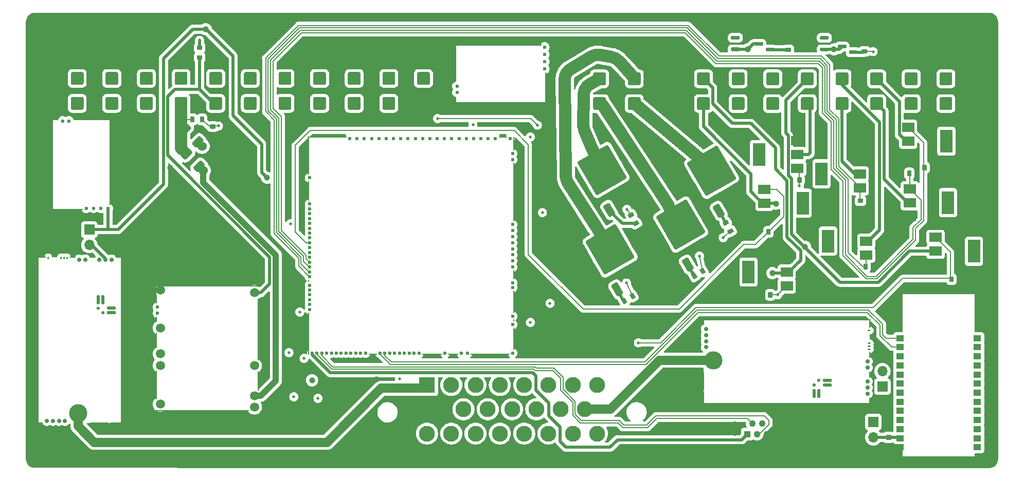
<source format=gtl>
G04 #@! TF.GenerationSoftware,KiCad,Pcbnew,7.0.10-7.0.10~ubuntu22.04.1*
G04 #@! TF.CreationDate,2024-02-16T07:54:17+00:00*
G04 #@! TF.ProjectId,uaeficopiedtovfr,75616566-6963-46f7-9069-6564746f7666,rev?*
G04 #@! TF.SameCoordinates,Original*
G04 #@! TF.FileFunction,Copper,L1,Top*
G04 #@! TF.FilePolarity,Positive*
%FSLAX46Y46*%
G04 Gerber Fmt 4.6, Leading zero omitted, Abs format (unit mm)*
G04 Created by KiCad (PCBNEW 7.0.10-7.0.10~ubuntu22.04.1) date 2024-02-16 07:54:17*
%MOMM*%
%LPD*%
G01*
G04 APERTURE LIST*
G04 #@! TA.AperFunction,SMDPad,CuDef*
%ADD10R,2.000000X1.500000*%
G04 #@! TD*
G04 #@! TA.AperFunction,SMDPad,CuDef*
%ADD11R,2.000000X3.800000*%
G04 #@! TD*
G04 #@! TA.AperFunction,ComponentPad*
%ADD12C,5.600000*%
G04 #@! TD*
G04 #@! TA.AperFunction,ComponentPad*
%ADD13R,1.700000X1.700000*%
G04 #@! TD*
G04 #@! TA.AperFunction,ComponentPad*
%ADD14O,1.700000X1.700000*%
G04 #@! TD*
G04 #@! TA.AperFunction,ComponentPad*
%ADD15C,0.600000*%
G04 #@! TD*
G04 #@! TA.AperFunction,SMDPad,CuDef*
%ADD16R,6.185000X0.250000*%
G04 #@! TD*
G04 #@! TA.AperFunction,SMDPad,CuDef*
%ADD17R,1.115000X0.250000*%
G04 #@! TD*
G04 #@! TA.AperFunction,SMDPad,CuDef*
%ADD18R,0.250000X14.275000*%
G04 #@! TD*
G04 #@! TA.AperFunction,SMDPad,CuDef*
%ADD19R,0.250000X15.100000*%
G04 #@! TD*
G04 #@! TA.AperFunction,SMDPad,CuDef*
%ADD20R,5.175000X0.250000*%
G04 #@! TD*
G04 #@! TA.AperFunction,ComponentPad*
%ADD21C,0.700000*%
G04 #@! TD*
G04 #@! TA.AperFunction,SMDPad,CuDef*
%ADD22C,3.000000*%
G04 #@! TD*
G04 #@! TA.AperFunction,SMDPad,CuDef*
%ADD23R,3.000000X0.250000*%
G04 #@! TD*
G04 #@! TA.AperFunction,SMDPad,CuDef*
%ADD24R,1.100000X0.250000*%
G04 #@! TD*
G04 #@! TA.AperFunction,SMDPad,CuDef*
%ADD25R,0.980000X0.250000*%
G04 #@! TD*
G04 #@! TA.AperFunction,SMDPad,CuDef*
%ADD26R,1.450000X0.250000*%
G04 #@! TD*
G04 #@! TA.AperFunction,SMDPad,CuDef*
%ADD27R,0.250000X27.600000*%
G04 #@! TD*
G04 #@! TA.AperFunction,SMDPad,CuDef*
%ADD28R,1.950000X0.250000*%
G04 #@! TD*
G04 #@! TA.AperFunction,SMDPad,CuDef*
%ADD29R,0.950000X0.250000*%
G04 #@! TD*
G04 #@! TA.AperFunction,ComponentPad*
%ADD30C,1.500000*%
G04 #@! TD*
G04 #@! TA.AperFunction,SMDPad,CuDef*
%ADD31O,0.200000X3.300000*%
G04 #@! TD*
G04 #@! TA.AperFunction,SMDPad,CuDef*
%ADD32O,0.200000X10.200000*%
G04 #@! TD*
G04 #@! TA.AperFunction,SMDPad,CuDef*
%ADD33O,0.200000X0.300000*%
G04 #@! TD*
G04 #@! TA.AperFunction,SMDPad,CuDef*
%ADD34O,17.000000X0.200000*%
G04 #@! TD*
G04 #@! TA.AperFunction,SMDPad,CuDef*
%ADD35O,15.400000X0.200000*%
G04 #@! TD*
G04 #@! TA.AperFunction,SMDPad,CuDef*
%ADD36O,0.200000X4.800000*%
G04 #@! TD*
G04 #@! TA.AperFunction,SMDPad,CuDef*
%ADD37O,0.200000X2.600000*%
G04 #@! TD*
G04 #@! TA.AperFunction,SMDPad,CuDef*
%ADD38O,0.200000X1.000000*%
G04 #@! TD*
G04 #@! TA.AperFunction,SMDPad,CuDef*
%ADD39O,0.200000X1.500000*%
G04 #@! TD*
G04 #@! TA.AperFunction,ComponentPad*
%ADD40R,2.625000X2.625000*%
G04 #@! TD*
G04 #@! TA.AperFunction,ComponentPad*
%ADD41C,2.625000*%
G04 #@! TD*
G04 #@! TA.AperFunction,SMDPad,CuDef*
%ADD42R,0.250000X6.185000*%
G04 #@! TD*
G04 #@! TA.AperFunction,SMDPad,CuDef*
%ADD43R,0.250000X1.115000*%
G04 #@! TD*
G04 #@! TA.AperFunction,SMDPad,CuDef*
%ADD44R,14.275000X0.250000*%
G04 #@! TD*
G04 #@! TA.AperFunction,SMDPad,CuDef*
%ADD45R,15.100000X0.250000*%
G04 #@! TD*
G04 #@! TA.AperFunction,SMDPad,CuDef*
%ADD46R,0.250000X5.175000*%
G04 #@! TD*
G04 #@! TA.AperFunction,ComponentPad*
%ADD47R,1.100000X1.100000*%
G04 #@! TD*
G04 #@! TA.AperFunction,ComponentPad*
%ADD48C,1.100000*%
G04 #@! TD*
G04 #@! TA.AperFunction,ComponentPad*
%ADD49O,1.100000X2.400000*%
G04 #@! TD*
G04 #@! TA.AperFunction,ComponentPad*
%ADD50C,1.524000*%
G04 #@! TD*
G04 #@! TA.AperFunction,SMDPad,CuDef*
%ADD51R,0.200000X3.700000*%
G04 #@! TD*
G04 #@! TA.AperFunction,SMDPad,CuDef*
%ADD52R,0.200000X0.400000*%
G04 #@! TD*
G04 #@! TA.AperFunction,SMDPad,CuDef*
%ADD53R,0.200000X1.600000*%
G04 #@! TD*
G04 #@! TA.AperFunction,SMDPad,CuDef*
%ADD54R,0.200000X9.700000*%
G04 #@! TD*
G04 #@! TA.AperFunction,SMDPad,CuDef*
%ADD55R,0.200000X2.300000*%
G04 #@! TD*
G04 #@! TA.AperFunction,SMDPad,CuDef*
%ADD56R,1.400000X0.200000*%
G04 #@! TD*
G04 #@! TA.AperFunction,SMDPad,CuDef*
%ADD57R,6.400000X0.200000*%
G04 #@! TD*
G04 #@! TA.AperFunction,SMDPad,CuDef*
%ADD58R,1.700000X0.200000*%
G04 #@! TD*
G04 #@! TA.AperFunction,SMDPad,CuDef*
%ADD59R,3.300000X0.200000*%
G04 #@! TD*
G04 #@! TA.AperFunction,SMDPad,CuDef*
%ADD60R,0.200000X7.000000*%
G04 #@! TD*
G04 #@! TA.AperFunction,SMDPad,CuDef*
%ADD61R,0.200000X3.300000*%
G04 #@! TD*
G04 #@! TA.AperFunction,SMDPad,CuDef*
%ADD62R,0.200000X6.300000*%
G04 #@! TD*
G04 #@! TA.AperFunction,SMDPad,CuDef*
%ADD63R,1.300000X1.000000*%
G04 #@! TD*
G04 #@! TA.AperFunction,SMDPad,CuDef*
%ADD64R,0.250000X3.000000*%
G04 #@! TD*
G04 #@! TA.AperFunction,SMDPad,CuDef*
%ADD65R,0.250000X1.100000*%
G04 #@! TD*
G04 #@! TA.AperFunction,SMDPad,CuDef*
%ADD66R,0.250000X0.980000*%
G04 #@! TD*
G04 #@! TA.AperFunction,SMDPad,CuDef*
%ADD67R,0.250000X1.450000*%
G04 #@! TD*
G04 #@! TA.AperFunction,SMDPad,CuDef*
%ADD68R,27.600000X0.250000*%
G04 #@! TD*
G04 #@! TA.AperFunction,SMDPad,CuDef*
%ADD69R,0.250000X1.950000*%
G04 #@! TD*
G04 #@! TA.AperFunction,SMDPad,CuDef*
%ADD70R,0.250000X0.950000*%
G04 #@! TD*
G04 #@! TA.AperFunction,ViaPad*
%ADD71C,1.524000*%
G04 #@! TD*
G04 #@! TA.AperFunction,ViaPad*
%ADD72C,1.000000*%
G04 #@! TD*
G04 #@! TA.AperFunction,ViaPad*
%ADD73C,0.500000*%
G04 #@! TD*
G04 #@! TA.AperFunction,ViaPad*
%ADD74C,0.800000*%
G04 #@! TD*
G04 #@! TA.AperFunction,Conductor*
%ADD75C,0.500000*%
G04 #@! TD*
G04 #@! TA.AperFunction,Conductor*
%ADD76C,0.200000*%
G04 #@! TD*
G04 #@! TA.AperFunction,Conductor*
%ADD77C,1.000000*%
G04 #@! TD*
G04 #@! TA.AperFunction,Conductor*
%ADD78C,2.000000*%
G04 #@! TD*
G04 #@! TA.AperFunction,Conductor*
%ADD79C,1.500000*%
G04 #@! TD*
G04 APERTURE END LIST*
D10*
G04 #@! TO.P,Q7,1,G*
G04 #@! TO.N,/LS1*
X126954000Y49442000D03*
G04 #@! TO.P,Q7,2,D*
G04 #@! TO.N,/FUELPUMP_LS*
X126954000Y51742000D03*
G04 #@! TO.P,Q7,3,S*
G04 #@! TO.N,GND*
X126954000Y54042000D03*
D11*
G04 #@! TO.P,Q7,4*
G04 #@! TO.N,N/C*
X120654000Y51742000D03*
G04 #@! TD*
G04 #@! TO.P,R32,1*
G04 #@! TO.N,GND*
G04 #@! TA.AperFunction,SMDPad,CuDef*
G36*
G01*
X149860000Y49943000D02*
X149860000Y49163000D01*
G75*
G02*
X149790000Y49093000I-70000J0D01*
G01*
X149230000Y49093000D01*
G75*
G02*
X149160000Y49163000I0J70000D01*
G01*
X149160000Y49943000D01*
G75*
G02*
X149230000Y50013000I70000J0D01*
G01*
X149790000Y50013000D01*
G75*
G02*
X149860000Y49943000I0J-70000D01*
G01*
G37*
G04 #@! TD.AperFunction*
G04 #@! TO.P,R32,2*
G04 #@! TO.N,/INJ4*
G04 #@! TA.AperFunction,SMDPad,CuDef*
G36*
G01*
X148260000Y49943000D02*
X148260000Y49163000D01*
G75*
G02*
X148190000Y49093000I-70000J0D01*
G01*
X147630000Y49093000D01*
G75*
G02*
X147560000Y49163000I0J70000D01*
G01*
X147560000Y49943000D01*
G75*
G02*
X147630000Y50013000I70000J0D01*
G01*
X148190000Y50013000D01*
G75*
G02*
X148260000Y49943000I0J-70000D01*
G01*
G37*
G04 #@! TD.AperFunction*
G04 #@! TD*
G04 #@! TO.P,R31,1*
G04 #@! TO.N,GND*
G04 #@! TA.AperFunction,SMDPad,CuDef*
G36*
G01*
X143477000Y48236928D02*
X143477000Y49016928D01*
G75*
G02*
X143547000Y49086928I70000J0D01*
G01*
X144107000Y49086928D01*
G75*
G02*
X144177000Y49016928I0J-70000D01*
G01*
X144177000Y48236928D01*
G75*
G02*
X144107000Y48166928I-70000J0D01*
G01*
X143547000Y48166928D01*
G75*
G02*
X143477000Y48236928I0J70000D01*
G01*
G37*
G04 #@! TD.AperFunction*
G04 #@! TO.P,R31,2*
G04 #@! TO.N,/INJ3*
G04 #@! TA.AperFunction,SMDPad,CuDef*
G36*
G01*
X145077000Y48236928D02*
X145077000Y49016928D01*
G75*
G02*
X145147000Y49086928I70000J0D01*
G01*
X145707000Y49086928D01*
G75*
G02*
X145777000Y49016928I0J-70000D01*
G01*
X145777000Y48236928D01*
G75*
G02*
X145707000Y48166928I-70000J0D01*
G01*
X145147000Y48166928D01*
G75*
G02*
X145077000Y48236928I0J70000D01*
G01*
G37*
G04 #@! TD.AperFunction*
G04 #@! TD*
G04 #@! TO.P,R29,1*
G04 #@! TO.N,GND*
G04 #@! TA.AperFunction,SMDPad,CuDef*
G36*
G01*
X137754928Y42142000D02*
X136974928Y42142000D01*
G75*
G02*
X136904928Y42212000I0J70000D01*
G01*
X136904928Y42772000D01*
G75*
G02*
X136974928Y42842000I70000J0D01*
G01*
X137754928Y42842000D01*
G75*
G02*
X137824928Y42772000I0J-70000D01*
G01*
X137824928Y42212000D01*
G75*
G02*
X137754928Y42142000I-70000J0D01*
G01*
G37*
G04 #@! TD.AperFunction*
G04 #@! TO.P,R29,2*
G04 #@! TO.N,/INJ1*
G04 #@! TA.AperFunction,SMDPad,CuDef*
G36*
G01*
X137754928Y43742000D02*
X136974928Y43742000D01*
G75*
G02*
X136904928Y43812000I0J70000D01*
G01*
X136904928Y44372000D01*
G75*
G02*
X136974928Y44442000I70000J0D01*
G01*
X137754928Y44442000D01*
G75*
G02*
X137824928Y44372000I0J-70000D01*
G01*
X137824928Y43812000D01*
G75*
G02*
X137754928Y43742000I-70000J0D01*
G01*
G37*
G04 #@! TD.AperFunction*
G04 #@! TD*
D10*
G04 #@! TO.P,Q9,1,G*
G04 #@! TO.N,/LS3*
X125229000Y30059000D03*
G04 #@! TO.P,Q9,2,D*
G04 #@! TO.N,/OUT_LS3*
X125229000Y32359000D03*
G04 #@! TO.P,Q9,3,S*
G04 #@! TO.N,GND*
X125229000Y34659000D03*
D11*
G04 #@! TO.P,Q9,4*
G04 #@! TO.N,N/C*
X118929000Y32359000D03*
G04 #@! TD*
G04 #@! TO.P,Q1,1,G*
G04 #@! TO.N,Net-(Q1-G)*
G04 #@! TA.AperFunction,SMDPad,CuDef*
G36*
G01*
X114883109Y41670372D02*
X114276891Y41320372D01*
G75*
G02*
X113935385Y41411878I-125000J216506D01*
G01*
X113085385Y42884122D01*
G75*
G02*
X113176891Y43225628I216506J125000D01*
G01*
X113783109Y43575628D01*
G75*
G02*
X114124615Y43484122I125000J-216506D01*
G01*
X114974615Y42011878D01*
G75*
G02*
X114883109Y41670372I-216506J-125000D01*
G01*
G37*
G04 #@! TD.AperFunction*
G04 #@! TO.P,Q1,2,C*
G04 #@! TO.N,/IGNOUT1*
G04 #@! TA.AperFunction,SMDPad,CuDef*
G36*
G01*
X114108128Y46072679D02*
X112159570Y44947679D01*
G75*
G02*
X111818064Y45039185I-125000J216506D01*
G01*
X110543064Y47247549D01*
G75*
G02*
X110634570Y47589055I216506J125000D01*
G01*
X112583128Y48714055D01*
G75*
G02*
X112924634Y48622549I125000J-216506D01*
G01*
X114199634Y46414185D01*
G75*
G02*
X114108128Y46072679I-216506J-125000D01*
G01*
G37*
G04 #@! TD.AperFunction*
G04 #@! TA.AperFunction,SMDPad,CuDef*
G36*
G01*
X116749506Y47597679D02*
X114800948Y46472679D01*
G75*
G02*
X114459442Y46564185I-125000J216506D01*
G01*
X113184442Y48772549D01*
G75*
G02*
X113275948Y49114055I216506J125000D01*
G01*
X115224506Y50239055D01*
G75*
G02*
X115566012Y50147549I125000J-216506D01*
G01*
X116841012Y47939185D01*
G75*
G02*
X116749506Y47597679I-216506J-125000D01*
G01*
G37*
G04 #@! TD.AperFunction*
G04 #@! TA.AperFunction,SMDPad,CuDef*
G36*
G01*
X116749508Y47597680D02*
X112159569Y44947677D01*
G75*
G02*
X111818066Y45039182I-124999J216504D01*
G01*
X108868063Y50148737D01*
G75*
G02*
X108959569Y50490240I216504J124999D01*
G01*
X113549508Y53140243D01*
G75*
G02*
X113891010Y53048737I124998J-216504D01*
G01*
X116841013Y47939182D01*
G75*
G02*
X116749508Y47597680I-216504J-124998D01*
G01*
G37*
G04 #@! TD.AperFunction*
G04 #@! TA.AperFunction,SMDPad,CuDef*
G36*
G01*
X112433128Y48973865D02*
X110484570Y47848865D01*
G75*
G02*
X110143064Y47940371I-125000J216506D01*
G01*
X108868064Y50148735D01*
G75*
G02*
X108959570Y50490241I216506J125000D01*
G01*
X110908128Y51615241D01*
G75*
G02*
X111249634Y51523735I125000J-216506D01*
G01*
X112524634Y49315371D01*
G75*
G02*
X112433128Y48973865I-216506J-125000D01*
G01*
G37*
G04 #@! TD.AperFunction*
G04 #@! TA.AperFunction,SMDPad,CuDef*
G36*
G01*
X115074506Y50498865D02*
X113125948Y49373865D01*
G75*
G02*
X112784442Y49465371I-125000J216506D01*
G01*
X111509442Y51673735D01*
G75*
G02*
X111600948Y52015241I216506J125000D01*
G01*
X113549506Y53140241D01*
G75*
G02*
X113891012Y53048735I125000J-216506D01*
G01*
X115166012Y50840371D01*
G75*
G02*
X115074506Y50498865I-216506J-125000D01*
G01*
G37*
G04 #@! TD.AperFunction*
G04 #@! TO.P,Q1,3,E*
G04 #@! TO.N,GND*
G04 #@! TA.AperFunction,SMDPad,CuDef*
G36*
G01*
X118832185Y43950372D02*
X118225967Y43600372D01*
G75*
G02*
X117884461Y43691878I-125000J216506D01*
G01*
X117034461Y45164122D01*
G75*
G02*
X117125967Y45505628I216506J125000D01*
G01*
X117732185Y45855628D01*
G75*
G02*
X118073691Y45764122I125000J-216506D01*
G01*
X118923691Y44291878D01*
G75*
G02*
X118832185Y43950372I-216506J-125000D01*
G01*
G37*
G04 #@! TD.AperFunction*
G04 #@! TD*
G04 #@! TO.P,Q4,1,G*
G04 #@! TO.N,Net-(Q4-G)*
G04 #@! TA.AperFunction,SMDPad,CuDef*
G36*
G01*
X96852033Y41810372D02*
X96245815Y41460372D01*
G75*
G02*
X95904309Y41551878I-125000J216506D01*
G01*
X95054309Y43024122D01*
G75*
G02*
X95145815Y43365628I216506J125000D01*
G01*
X95752033Y43715628D01*
G75*
G02*
X96093539Y43624122I125000J-216506D01*
G01*
X96943539Y42151878D01*
G75*
G02*
X96852033Y41810372I-216506J-125000D01*
G01*
G37*
G04 #@! TD.AperFunction*
G04 #@! TO.P,Q4,2,C*
G04 #@! TO.N,/IGNOUT4*
G04 #@! TA.AperFunction,SMDPad,CuDef*
G36*
G01*
X96077052Y46212679D02*
X94128494Y45087679D01*
G75*
G02*
X93786988Y45179185I-125000J216506D01*
G01*
X92511988Y47387549D01*
G75*
G02*
X92603494Y47729055I216506J125000D01*
G01*
X94552052Y48854055D01*
G75*
G02*
X94893558Y48762549I125000J-216506D01*
G01*
X96168558Y46554185D01*
G75*
G02*
X96077052Y46212679I-216506J-125000D01*
G01*
G37*
G04 #@! TD.AperFunction*
G04 #@! TA.AperFunction,SMDPad,CuDef*
G36*
G01*
X98718430Y47737679D02*
X96769872Y46612679D01*
G75*
G02*
X96428366Y46704185I-125000J216506D01*
G01*
X95153366Y48912549D01*
G75*
G02*
X95244872Y49254055I216506J125000D01*
G01*
X97193430Y50379055D01*
G75*
G02*
X97534936Y50287549I125000J-216506D01*
G01*
X98809936Y48079185D01*
G75*
G02*
X98718430Y47737679I-216506J-125000D01*
G01*
G37*
G04 #@! TD.AperFunction*
G04 #@! TA.AperFunction,SMDPad,CuDef*
G36*
G01*
X98718432Y47737680D02*
X94128493Y45087677D01*
G75*
G02*
X93786990Y45179182I-124999J216504D01*
G01*
X90836987Y50288737D01*
G75*
G02*
X90928493Y50630240I216504J124999D01*
G01*
X95518432Y53280243D01*
G75*
G02*
X95859934Y53188737I124998J-216504D01*
G01*
X98809937Y48079182D01*
G75*
G02*
X98718432Y47737680I-216504J-124998D01*
G01*
G37*
G04 #@! TD.AperFunction*
G04 #@! TA.AperFunction,SMDPad,CuDef*
G36*
G01*
X94402052Y49113865D02*
X92453494Y47988865D01*
G75*
G02*
X92111988Y48080371I-125000J216506D01*
G01*
X90836988Y50288735D01*
G75*
G02*
X90928494Y50630241I216506J125000D01*
G01*
X92877052Y51755241D01*
G75*
G02*
X93218558Y51663735I125000J-216506D01*
G01*
X94493558Y49455371D01*
G75*
G02*
X94402052Y49113865I-216506J-125000D01*
G01*
G37*
G04 #@! TD.AperFunction*
G04 #@! TA.AperFunction,SMDPad,CuDef*
G36*
G01*
X97043430Y50638865D02*
X95094872Y49513865D01*
G75*
G02*
X94753366Y49605371I-125000J216506D01*
G01*
X93478366Y51813735D01*
G75*
G02*
X93569872Y52155241I216506J125000D01*
G01*
X95518430Y53280241D01*
G75*
G02*
X95859936Y53188735I125000J-216506D01*
G01*
X97134936Y50980371D01*
G75*
G02*
X97043430Y50638865I-216506J-125000D01*
G01*
G37*
G04 #@! TD.AperFunction*
G04 #@! TO.P,Q4,3,E*
G04 #@! TO.N,GND*
G04 #@! TA.AperFunction,SMDPad,CuDef*
G36*
G01*
X100801109Y44090372D02*
X100194891Y43740372D01*
G75*
G02*
X99853385Y43831878I-125000J216506D01*
G01*
X99003385Y45304122D01*
G75*
G02*
X99094891Y45645628I216506J125000D01*
G01*
X99701109Y45995628D01*
G75*
G02*
X100042615Y45904122I125000J-216506D01*
G01*
X100892615Y44431878D01*
G75*
G02*
X100801109Y44090372I-216506J-125000D01*
G01*
G37*
G04 #@! TD.AperFunction*
G04 #@! TD*
G04 #@! TO.P,R1,1*
G04 #@! TO.N,+5VP*
G04 #@! TA.AperFunction,SMDPad,CuDef*
G36*
G01*
X28957000Y67393000D02*
X28177000Y67393000D01*
G75*
G02*
X28107000Y67463000I0J70000D01*
G01*
X28107000Y68023000D01*
G75*
G02*
X28177000Y68093000I70000J0D01*
G01*
X28957000Y68093000D01*
G75*
G02*
X29027000Y68023000I0J-70000D01*
G01*
X29027000Y67463000D01*
G75*
G02*
X28957000Y67393000I-70000J0D01*
G01*
G37*
G04 #@! TD.AperFunction*
G04 #@! TO.P,R1,2*
G04 #@! TO.N,/CAM{slash}CRANK-*
G04 #@! TA.AperFunction,SMDPad,CuDef*
G36*
G01*
X28957000Y68993000D02*
X28177000Y68993000D01*
G75*
G02*
X28107000Y69063000I0J70000D01*
G01*
X28107000Y69623000D01*
G75*
G02*
X28177000Y69693000I70000J0D01*
G01*
X28957000Y69693000D01*
G75*
G02*
X29027000Y69623000I0J-70000D01*
G01*
X29027000Y69063000D01*
G75*
G02*
X28957000Y68993000I-70000J0D01*
G01*
G37*
G04 #@! TD.AperFunction*
G04 #@! TD*
D12*
G04 #@! TO.P,H2,1,1*
G04 #@! TO.N,GND*
X29925000Y37242000D03*
G04 #@! TD*
G04 #@! TO.P,H1,1,1*
G04 #@! TO.N,GND*
X155885000Y48938000D03*
G04 #@! TD*
D13*
G04 #@! TO.P,JP3,1,A*
G04 #@! TO.N,+3.3VA*
X139494000Y7635000D03*
D14*
G04 #@! TO.P,JP3,2,B*
G04 #@! TO.N,Net-(JP3-B)*
X139494000Y5095000D03*
G04 #@! TD*
G04 #@! TO.P,R30,1*
G04 #@! TO.N,GND*
G04 #@! TA.AperFunction,SMDPad,CuDef*
G36*
G01*
X140178000Y33631072D02*
X140178000Y32851072D01*
G75*
G02*
X140108000Y32781072I-70000J0D01*
G01*
X139548000Y32781072D01*
G75*
G02*
X139478000Y32851072I0J70000D01*
G01*
X139478000Y33631072D01*
G75*
G02*
X139548000Y33701072I70000J0D01*
G01*
X140108000Y33701072D01*
G75*
G02*
X140178000Y33631072I0J-70000D01*
G01*
G37*
G04 #@! TD.AperFunction*
G04 #@! TO.P,R30,2*
G04 #@! TO.N,/INJ2*
G04 #@! TA.AperFunction,SMDPad,CuDef*
G36*
G01*
X138578000Y33631072D02*
X138578000Y32851072D01*
G75*
G02*
X138508000Y32781072I-70000J0D01*
G01*
X137948000Y32781072D01*
G75*
G02*
X137878000Y32851072I0J70000D01*
G01*
X137878000Y33631072D01*
G75*
G02*
X137948000Y33701072I70000J0D01*
G01*
X138508000Y33701072D01*
G75*
G02*
X138578000Y33631072I0J-70000D01*
G01*
G37*
G04 #@! TD.AperFunction*
G04 #@! TD*
D15*
G04 #@! TO.P,M3,E1,Thresh_IN*
G04 #@! TO.N,/VR1_THRESHOLD*
X11118000Y42857000D03*
G04 #@! TO.P,M3,E2,OUT_A*
G04 #@! TO.N,/VR1_A*
X9918000Y42857000D03*
G04 #@! TO.P,M3,E3,OUT*
G04 #@! TO.N,/VR1*
X12318000Y42857000D03*
G04 #@! TO.P,M3,E4,V5_IN*
G04 #@! TO.N,+5VA*
X13518000Y42857000D03*
D16*
G04 #@! TO.P,M3,G,GND*
G04 #@! TO.N,GND*
X10850500Y57507000D03*
D17*
X4800500Y57507000D03*
D18*
X13818000Y50494500D03*
D19*
X4368000Y50082000D03*
D20*
X6830500Y42657000D03*
D15*
G04 #@! TO.P,M3,W1,VR-*
G04 #@! TO.N,/CAM{slash}CRANK-*
X7058000Y57282000D03*
G04 #@! TO.P,M3,W2,VR+*
G04 #@! TO.N,/CAM+*
X6058000Y57282000D03*
G04 #@! TD*
G04 #@! TO.P,R2,1*
G04 #@! TO.N,/IN_VMAIN*
G04 #@! TA.AperFunction,SMDPad,CuDef*
G36*
G01*
X29314000Y57922000D02*
X29314000Y57142000D01*
G75*
G02*
X29244000Y57072000I-70000J0D01*
G01*
X28684000Y57072000D01*
G75*
G02*
X28614000Y57142000I0J70000D01*
G01*
X28614000Y57922000D01*
G75*
G02*
X28684000Y57992000I70000J0D01*
G01*
X29244000Y57992000D01*
G75*
G02*
X29314000Y57922000I0J-70000D01*
G01*
G37*
G04 #@! TD.AperFunction*
G04 #@! TO.P,R2,2*
G04 #@! TO.N,+12V*
G04 #@! TA.AperFunction,SMDPad,CuDef*
G36*
G01*
X27714000Y57922000D02*
X27714000Y57142000D01*
G75*
G02*
X27644000Y57072000I-70000J0D01*
G01*
X27084000Y57072000D01*
G75*
G02*
X27014000Y57142000I0J70000D01*
G01*
X27014000Y57922000D01*
G75*
G02*
X27084000Y57992000I70000J0D01*
G01*
X27644000Y57992000D01*
G75*
G02*
X27714000Y57922000I0J-70000D01*
G01*
G37*
G04 #@! TD.AperFunction*
G04 #@! TD*
D10*
G04 #@! TO.P,Q14,1,G*
G04 #@! TO.N,/INJ2*
X138324000Y35162000D03*
G04 #@! TO.P,Q14,2,D*
G04 #@! TO.N,/INJOUT2*
X138324000Y37462000D03*
G04 #@! TO.P,Q14,3,S*
G04 #@! TO.N,GND*
X138324000Y39762000D03*
D11*
G04 #@! TO.P,Q14,4*
G04 #@! TO.N,N/C*
X132024000Y37462000D03*
G04 #@! TD*
D13*
G04 #@! TO.P,JP2,1,A*
G04 #@! TO.N,+5VA*
X10412000Y39352000D03*
D14*
G04 #@! TO.P,JP2,2,B*
G04 #@! TO.N,Net-(JP2-B)*
X10412000Y36812000D03*
G04 #@! TD*
G04 #@! TO.P,Q3,1,G*
G04 #@! TO.N,Net-(Q3-G)*
G04 #@! TA.AperFunction,SMDPad,CuDef*
G36*
G01*
X109796109Y32814372D02*
X109189891Y32464372D01*
G75*
G02*
X108848385Y32555878I-125000J216506D01*
G01*
X107998385Y34028122D01*
G75*
G02*
X108089891Y34369628I216506J125000D01*
G01*
X108696109Y34719628D01*
G75*
G02*
X109037615Y34628122I125000J-216506D01*
G01*
X109887615Y33155878D01*
G75*
G02*
X109796109Y32814372I-216506J-125000D01*
G01*
G37*
G04 #@! TD.AperFunction*
G04 #@! TO.P,Q3,2,C*
G04 #@! TO.N,/IGNOUT3*
G04 #@! TA.AperFunction,SMDPad,CuDef*
G36*
G01*
X109021128Y37216679D02*
X107072570Y36091679D01*
G75*
G02*
X106731064Y36183185I-125000J216506D01*
G01*
X105456064Y38391549D01*
G75*
G02*
X105547570Y38733055I216506J125000D01*
G01*
X107496128Y39858055D01*
G75*
G02*
X107837634Y39766549I125000J-216506D01*
G01*
X109112634Y37558185D01*
G75*
G02*
X109021128Y37216679I-216506J-125000D01*
G01*
G37*
G04 #@! TD.AperFunction*
G04 #@! TA.AperFunction,SMDPad,CuDef*
G36*
G01*
X111662506Y38741679D02*
X109713948Y37616679D01*
G75*
G02*
X109372442Y37708185I-125000J216506D01*
G01*
X108097442Y39916549D01*
G75*
G02*
X108188948Y40258055I216506J125000D01*
G01*
X110137506Y41383055D01*
G75*
G02*
X110479012Y41291549I125000J-216506D01*
G01*
X111754012Y39083185D01*
G75*
G02*
X111662506Y38741679I-216506J-125000D01*
G01*
G37*
G04 #@! TD.AperFunction*
G04 #@! TA.AperFunction,SMDPad,CuDef*
G36*
G01*
X111662508Y38741680D02*
X107072569Y36091677D01*
G75*
G02*
X106731066Y36183182I-124999J216504D01*
G01*
X103781063Y41292737D01*
G75*
G02*
X103872569Y41634240I216504J124999D01*
G01*
X108462508Y44284243D01*
G75*
G02*
X108804010Y44192737I124998J-216504D01*
G01*
X111754013Y39083182D01*
G75*
G02*
X111662508Y38741680I-216504J-124998D01*
G01*
G37*
G04 #@! TD.AperFunction*
G04 #@! TA.AperFunction,SMDPad,CuDef*
G36*
G01*
X107346128Y40117865D02*
X105397570Y38992865D01*
G75*
G02*
X105056064Y39084371I-125000J216506D01*
G01*
X103781064Y41292735D01*
G75*
G02*
X103872570Y41634241I216506J125000D01*
G01*
X105821128Y42759241D01*
G75*
G02*
X106162634Y42667735I125000J-216506D01*
G01*
X107437634Y40459371D01*
G75*
G02*
X107346128Y40117865I-216506J-125000D01*
G01*
G37*
G04 #@! TD.AperFunction*
G04 #@! TA.AperFunction,SMDPad,CuDef*
G36*
G01*
X109987506Y41642865D02*
X108038948Y40517865D01*
G75*
G02*
X107697442Y40609371I-125000J216506D01*
G01*
X106422442Y42817735D01*
G75*
G02*
X106513948Y43159241I216506J125000D01*
G01*
X108462506Y44284241D01*
G75*
G02*
X108804012Y44192735I125000J-216506D01*
G01*
X110079012Y41984371D01*
G75*
G02*
X109987506Y41642865I-216506J-125000D01*
G01*
G37*
G04 #@! TD.AperFunction*
G04 #@! TO.P,Q3,3,E*
G04 #@! TO.N,GND*
G04 #@! TA.AperFunction,SMDPad,CuDef*
G36*
G01*
X113745185Y35094372D02*
X113138967Y34744372D01*
G75*
G02*
X112797461Y34835878I-125000J216506D01*
G01*
X111947461Y36308122D01*
G75*
G02*
X112038967Y36649628I216506J125000D01*
G01*
X112645185Y36999628D01*
G75*
G02*
X112986691Y36908122I125000J-216506D01*
G01*
X113836691Y35435878D01*
G75*
G02*
X113745185Y35094372I-216506J-125000D01*
G01*
G37*
G04 #@! TD.AperFunction*
G04 #@! TD*
D21*
G04 #@! TO.P,M7,E1,LSU_Un*
G04 #@! TO.N,/WBO2_Un*
X3416000Y7829000D03*
G04 #@! TO.P,M7,E2,LSU_Vm*
G04 #@! TO.N,/WBO2_Vm*
X6416000Y7829000D03*
G04 #@! TO.P,M7,E3,LSU_Ip*
G04 #@! TO.N,/WBO2_Ip*
X5416000Y7829000D03*
G04 #@! TO.P,M7,E4,LSU_Rtrim*
G04 #@! TO.N,/WBO2_Rtrim*
X4416000Y7829000D03*
D22*
G04 #@! TO.P,M7,E5,LSU_H+*
G04 #@! TO.N,/WBO2_Heater*
X8566000Y9079000D03*
D23*
G04 #@! TO.P,M7,E6,LSU_H-*
G04 #@! TO.N,GND*
X12066000Y7454000D03*
D24*
G04 #@! TO.P,M7,G,GND*
X15266000Y34804000D03*
D25*
X10926000Y34804000D03*
X7626000Y34804000D03*
D26*
X2541000Y34804000D03*
D27*
X15691000Y21129000D03*
X1941000Y21129000D03*
D28*
X14841000Y7454000D03*
D29*
X2291000Y7454000D03*
G04 #@! TO.P,M7,J1,SEL1*
G04 #@! TO.N,Net-(M7-PULL_DOWN1)*
G04 #@! TA.AperFunction,SMDPad,CuDef*
G36*
G01*
X14666000Y25379000D02*
X13416000Y25379000D01*
G75*
G02*
X13291000Y25504000I0J125000D01*
G01*
X13291000Y25754000D01*
G75*
G02*
X13416000Y25879000I125000J0D01*
G01*
X14666000Y25879000D01*
G75*
G02*
X14791000Y25754000I0J-125000D01*
G01*
X14791000Y25504000D01*
G75*
G02*
X14666000Y25379000I-125000J0D01*
G01*
G37*
G04 #@! TD.AperFunction*
G04 #@! TO.P,M7,J2,SEL2*
G04 #@! TO.N,unconnected-(M7-SEL2-PadJ2)*
G04 #@! TA.AperFunction,SMDPad,CuDef*
G36*
G01*
X11991000Y27054000D02*
X11741000Y27054000D01*
G75*
G02*
X11616000Y27179000I0J125000D01*
G01*
X11616000Y28429000D01*
G75*
G02*
X11741000Y28554000I125000J0D01*
G01*
X11991000Y28554000D01*
G75*
G02*
X12116000Y28429000I0J-125000D01*
G01*
X12116000Y27179000D01*
G75*
G02*
X11991000Y27054000I-125000J0D01*
G01*
G37*
G04 #@! TD.AperFunction*
G04 #@! TO.P,M7,J_GND1,PULL_DOWN1*
G04 #@! TO.N,Net-(M7-PULL_DOWN1)*
G04 #@! TA.AperFunction,SMDPad,CuDef*
G36*
G01*
X14666000Y26179000D02*
X13416000Y26179000D01*
G75*
G02*
X13291000Y26304000I0J125000D01*
G01*
X13291000Y26554000D01*
G75*
G02*
X13416000Y26679000I125000J0D01*
G01*
X14666000Y26679000D01*
G75*
G02*
X14791000Y26554000I0J-125000D01*
G01*
X14791000Y26304000D01*
G75*
G02*
X14666000Y26179000I-125000J0D01*
G01*
G37*
G04 #@! TD.AperFunction*
G04 #@! TO.P,M7,J_GND2,PULL_DOWN2*
G04 #@! TO.N,unconnected-(M7-PULL_DOWN2-PadJ_GND2)*
G04 #@! TA.AperFunction,SMDPad,CuDef*
G36*
G01*
X12116000Y26504000D02*
X12116000Y26254000D01*
G75*
G02*
X11991000Y26129000I-125000J0D01*
G01*
X11741000Y26129000D01*
G75*
G02*
X11616000Y26254000I0J125000D01*
G01*
X11616000Y26504000D01*
G75*
G02*
X11741000Y26629000I125000J0D01*
G01*
X11991000Y26629000D01*
G75*
G02*
X12116000Y26504000I0J-125000D01*
G01*
G37*
G04 #@! TD.AperFunction*
G04 #@! TO.P,M7,J_VCC1,PULL_UP1*
G04 #@! TO.N,unconnected-(M7-PULL_UP1-PadJ_VCC1)*
G04 #@! TA.AperFunction,SMDPad,CuDef*
G36*
G01*
X12791000Y25379000D02*
X12541000Y25379000D01*
G75*
G02*
X12416000Y25504000I0J125000D01*
G01*
X12416000Y25754000D01*
G75*
G02*
X12541000Y25879000I125000J0D01*
G01*
X12791000Y25879000D01*
G75*
G02*
X12916000Y25754000I0J-125000D01*
G01*
X12916000Y25504000D01*
G75*
G02*
X12791000Y25379000I-125000J0D01*
G01*
G37*
G04 #@! TD.AperFunction*
G04 #@! TO.P,M7,J_VCC2,PULL_UP2*
G04 #@! TO.N,unconnected-(M7-PULL_UP2-PadJ_VCC2)*
G04 #@! TA.AperFunction,SMDPad,CuDef*
G36*
G01*
X12791000Y27054000D02*
X12541000Y27054000D01*
G75*
G02*
X12416000Y27179000I0J125000D01*
G01*
X12416000Y28429000D01*
G75*
G02*
X12541000Y28554000I125000J0D01*
G01*
X12791000Y28554000D01*
G75*
G02*
X12916000Y28429000I0J-125000D01*
G01*
X12916000Y27179000D01*
G75*
G02*
X12791000Y27054000I-125000J0D01*
G01*
G37*
G04 #@! TD.AperFunction*
D21*
G04 #@! TO.P,M7,W1,V5_IN*
G04 #@! TO.N,Net-(JP2-B)*
X13066000Y34420200D03*
G04 #@! TO.P,M7,W2,CAN_VIO*
G04 #@! TO.N,unconnected-(M7-CAN_VIO-PadW2)*
X12066000Y34420200D03*
G04 #@! TO.P,M7,W3,CANL*
G04 #@! TO.N,/CAN-*
X8770000Y34420200D03*
G04 #@! TO.P,M7,W4,CANH*
G04 #@! TO.N,/CAN+*
X9786000Y34420200D03*
G04 #@! TO.P,M7,W5,nReset*
G04 #@! TO.N,Net-(J3-Pin_5)*
G04 #@! TA.AperFunction,SMDPad,CuDef*
G36*
G01*
X6766000Y34929000D02*
X6766000Y34929000D01*
G75*
G02*
X6891000Y34804000I0J-125000D01*
G01*
X6891000Y34554000D01*
G75*
G02*
X6766000Y34429000I-125000J0D01*
G01*
X6766000Y34429000D01*
G75*
G02*
X6641000Y34554000I0J125000D01*
G01*
X6641000Y34804000D01*
G75*
G02*
X6766000Y34929000I125000J0D01*
G01*
G37*
G04 #@! TD.AperFunction*
G04 #@! TO.P,M7,W6,SWDIO*
G04 #@! TO.N,Net-(J3-Pin_4)*
G04 #@! TA.AperFunction,SMDPad,CuDef*
G36*
G01*
X6266000Y34929000D02*
X6266000Y34929000D01*
G75*
G02*
X6391000Y34804000I0J-125000D01*
G01*
X6391000Y34554000D01*
G75*
G02*
X6266000Y34429000I-125000J0D01*
G01*
X6266000Y34429000D01*
G75*
G02*
X6141000Y34554000I0J125000D01*
G01*
X6141000Y34804000D01*
G75*
G02*
X6266000Y34929000I125000J0D01*
G01*
G37*
G04 #@! TD.AperFunction*
G04 #@! TO.P,M7,W7,SWCLK*
G04 #@! TO.N,Net-(J3-Pin_2)*
G04 #@! TA.AperFunction,SMDPad,CuDef*
G36*
G01*
X5766000Y34929000D02*
X5766000Y34929000D01*
G75*
G02*
X5891000Y34804000I0J-125000D01*
G01*
X5891000Y34554000D01*
G75*
G02*
X5766000Y34429000I-125000J0D01*
G01*
X5766000Y34429000D01*
G75*
G02*
X5641000Y34554000I0J125000D01*
G01*
X5641000Y34804000D01*
G75*
G02*
X5766000Y34929000I125000J0D01*
G01*
G37*
G04 #@! TD.AperFunction*
G04 #@! TO.P,M7,W8,V33_OUT*
G04 #@! TO.N,Net-(J3-Pin_1)*
G04 #@! TA.AperFunction,SMDPad,CuDef*
G36*
G01*
X3666000Y34929000D02*
X3666000Y34929000D01*
G75*
G02*
X3791000Y34804000I0J-125000D01*
G01*
X3791000Y34554000D01*
G75*
G02*
X3666000Y34429000I-125000J0D01*
G01*
X3666000Y34429000D01*
G75*
G02*
X3541000Y34554000I0J125000D01*
G01*
X3541000Y34804000D01*
G75*
G02*
X3666000Y34929000I125000J0D01*
G01*
G37*
G04 #@! TD.AperFunction*
G04 #@! TO.P,M7,W9,VDDA*
G04 #@! TO.N,unconnected-(M7-VDDA-PadW9)*
X14066000Y34420200D03*
G04 #@! TD*
D30*
G04 #@! TO.P,M1,E1,VBAT*
G04 #@! TO.N,/VBAT*
X22089005Y10557001D03*
G04 #@! TO.P,M1,E2,V12*
G04 #@! TO.N,unconnected-(M1-V12-PadE2)*
X22089005Y16956998D03*
G04 #@! TO.P,M1,E3,VIGN*
G04 #@! TO.N,/VIGN*
X22089005Y18857001D03*
G04 #@! TO.P,M1,E4,V5*
G04 #@! TO.N,+5V*
X22089005Y23157001D03*
D15*
G04 #@! TO.P,M1,E5,EN_5VP*
G04 #@! TO.N,/PWR_EN*
X21639006Y25556998D03*
G04 #@! TO.P,M1,E6,PG_5VP*
G04 #@! TO.N,Net-(M1-PG_5VP)*
X21639006Y26556999D03*
D31*
G04 #@! TO.P,M1,S1,GND*
G04 #@! TO.N,GND*
X38239001Y14407001D03*
D32*
X38239001Y22906999D03*
D33*
X38239001Y30007001D03*
D34*
X29839003Y30057001D03*
D35*
X29039002Y9457001D03*
D30*
X22089005Y29407001D03*
D33*
X21439004Y9507001D03*
D36*
X21439004Y13706999D03*
D37*
X21439004Y21057001D03*
D38*
X21439004Y24556998D03*
D39*
X21439004Y27856999D03*
D30*
G04 #@! TO.P,M1,V1,V12_PERM*
G04 #@! TO.N,+12V_RAW*
X37589002Y10106999D03*
G04 #@! TO.P,M1,V2,IN_VIGN*
G04 #@! TO.N,/IN_VIGN*
X37589002Y11956998D03*
G04 #@! TO.P,M1,V3,V12_RAW*
G04 #@! TO.N,+12V_RAW*
X37589002Y16907001D03*
G04 #@! TO.P,M1,V4,5VP*
G04 #@! TO.N,+5VP*
X37589002Y28956999D03*
G04 #@! TD*
G04 #@! TO.P,R26,1*
G04 #@! TO.N,/LS_WEAK2*
G04 #@! TA.AperFunction,SMDPad,CuDef*
G36*
G01*
X125860000Y68649000D02*
X125080000Y68649000D01*
G75*
G02*
X125010000Y68719000I0J70000D01*
G01*
X125010000Y69279000D01*
G75*
G02*
X125080000Y69349000I70000J0D01*
G01*
X125860000Y69349000D01*
G75*
G02*
X125930000Y69279000I0J-70000D01*
G01*
X125930000Y68719000D01*
G75*
G02*
X125860000Y68649000I-70000J0D01*
G01*
G37*
G04 #@! TD.AperFunction*
G04 #@! TO.P,R26,2*
G04 #@! TO.N,GND*
G04 #@! TA.AperFunction,SMDPad,CuDef*
G36*
G01*
X125860000Y70249000D02*
X125080000Y70249000D01*
G75*
G02*
X125010000Y70319000I0J70000D01*
G01*
X125010000Y70879000D01*
G75*
G02*
X125080000Y70949000I70000J0D01*
G01*
X125860000Y70949000D01*
G75*
G02*
X125930000Y70879000I0J-70000D01*
G01*
X125930000Y70319000D01*
G75*
G02*
X125860000Y70249000I-70000J0D01*
G01*
G37*
G04 #@! TD.AperFunction*
G04 #@! TD*
D10*
G04 #@! TO.P,Q13,1,G*
G04 #@! TO.N,/INJ1*
X137258000Y46252000D03*
G04 #@! TO.P,Q13,2,D*
G04 #@! TO.N,/INJOUT1*
X137258000Y48552000D03*
G04 #@! TO.P,Q13,3,S*
G04 #@! TO.N,GND*
X137258000Y50852000D03*
D11*
G04 #@! TO.P,Q13,4*
G04 #@! TO.N,N/C*
X130958000Y48552000D03*
G04 #@! TD*
D10*
G04 #@! TO.P,Q8,1,G*
G04 #@! TO.N,/LS2*
X121556000Y46011000D03*
G04 #@! TO.P,Q8,2,D*
G04 #@! TO.N,/OUT_LS2*
X121556000Y43711000D03*
G04 #@! TO.P,Q8,3,S*
G04 #@! TO.N,GND*
X121556000Y41411000D03*
D11*
G04 #@! TO.P,Q8,4*
G04 #@! TO.N,N/C*
X127856000Y43711000D03*
G04 #@! TD*
G04 #@! TO.P,C1,1*
G04 #@! TO.N,GND*
G04 #@! TA.AperFunction,SMDPad,CuDef*
G36*
G01*
X142344994Y3064999D02*
X141664994Y3064999D01*
G75*
G02*
X141579994Y3149999I0J85000D01*
G01*
X141579994Y3829999D01*
G75*
G02*
X141664994Y3914999I85000J0D01*
G01*
X142344994Y3914999D01*
G75*
G02*
X142429994Y3829999I0J-85000D01*
G01*
X142429994Y3149999D01*
G75*
G02*
X142344994Y3064999I-85000J0D01*
G01*
G37*
G04 #@! TD.AperFunction*
G04 #@! TO.P,C1,2*
G04 #@! TO.N,Net-(JP3-B)*
G04 #@! TA.AperFunction,SMDPad,CuDef*
G36*
G01*
X142344994Y4645001D02*
X141664994Y4645001D01*
G75*
G02*
X141579994Y4730001I0J85000D01*
G01*
X141579994Y5410001D01*
G75*
G02*
X141664994Y5495001I85000J0D01*
G01*
X142344994Y5495001D01*
G75*
G02*
X142429994Y5410001I0J-85000D01*
G01*
X142429994Y4730001D01*
G75*
G02*
X142344994Y4645001I-85000J0D01*
G01*
G37*
G04 #@! TD.AperFunction*
G04 #@! TD*
G04 #@! TO.P,R10,1*
G04 #@! TO.N,Net-(Q2-G)*
G04 #@! TA.AperFunction,SMDPad,CuDef*
G36*
G01*
X98353071Y27066250D02*
X97963071Y27741750D01*
G75*
G02*
X97988693Y27837372I60622J35000D01*
G01*
X98473667Y28117372D01*
G75*
G02*
X98569289Y28091750I35000J-60622D01*
G01*
X98959289Y27416250D01*
G75*
G02*
X98933667Y27320628I-60622J-35000D01*
G01*
X98448693Y27040628D01*
G75*
G02*
X98353071Y27066250I-35000J60622D01*
G01*
G37*
G04 #@! TD.AperFunction*
G04 #@! TO.P,R10,2*
G04 #@! TO.N,/IGN2*
G04 #@! TA.AperFunction,SMDPad,CuDef*
G36*
G01*
X99738711Y27866250D02*
X99348711Y28541750D01*
G75*
G02*
X99374333Y28637372I60622J35000D01*
G01*
X99859307Y28917372D01*
G75*
G02*
X99954929Y28891750I35000J-60622D01*
G01*
X100344929Y28216250D01*
G75*
G02*
X100319307Y28120628I-60622J-35000D01*
G01*
X99834333Y27840628D01*
G75*
G02*
X99738711Y27866250I-35000J60622D01*
G01*
G37*
G04 #@! TD.AperFunction*
G04 #@! TD*
G04 #@! TO.P,R22,1*
G04 #@! TO.N,GND*
G04 #@! TA.AperFunction,SMDPad,CuDef*
G36*
G01*
X120254000Y38585928D02*
X120254000Y39365928D01*
G75*
G02*
X120324000Y39435928I70000J0D01*
G01*
X120884000Y39435928D01*
G75*
G02*
X120954000Y39365928I0J-70000D01*
G01*
X120954000Y38585928D01*
G75*
G02*
X120884000Y38515928I-70000J0D01*
G01*
X120324000Y38515928D01*
G75*
G02*
X120254000Y38585928I0J70000D01*
G01*
G37*
G04 #@! TD.AperFunction*
G04 #@! TO.P,R22,2*
G04 #@! TO.N,/LS2*
G04 #@! TA.AperFunction,SMDPad,CuDef*
G36*
G01*
X121854000Y38585928D02*
X121854000Y39365928D01*
G75*
G02*
X121924000Y39435928I70000J0D01*
G01*
X122484000Y39435928D01*
G75*
G02*
X122554000Y39365928I0J-70000D01*
G01*
X122554000Y38585928D01*
G75*
G02*
X122484000Y38515928I-70000J0D01*
G01*
X121924000Y38515928D01*
G75*
G02*
X121854000Y38585928I0J70000D01*
G01*
G37*
G04 #@! TD.AperFunction*
G04 #@! TD*
G04 #@! TO.P,R11,1*
G04 #@! TO.N,Net-(Q3-G)*
G04 #@! TA.AperFunction,SMDPad,CuDef*
G36*
G01*
X109890071Y31201250D02*
X109500071Y31876750D01*
G75*
G02*
X109525693Y31972372I60622J35000D01*
G01*
X110010667Y32252372D01*
G75*
G02*
X110106289Y32226750I35000J-60622D01*
G01*
X110496289Y31551250D01*
G75*
G02*
X110470667Y31455628I-60622J-35000D01*
G01*
X109985693Y31175628D01*
G75*
G02*
X109890071Y31201250I-35000J60622D01*
G01*
G37*
G04 #@! TD.AperFunction*
G04 #@! TO.P,R11,2*
G04 #@! TO.N,/IGN3*
G04 #@! TA.AperFunction,SMDPad,CuDef*
G36*
G01*
X111275711Y32001250D02*
X110885711Y32676750D01*
G75*
G02*
X110911333Y32772372I60622J35000D01*
G01*
X111396307Y33052372D01*
G75*
G02*
X111491929Y33026750I35000J-60622D01*
G01*
X111881929Y32351250D01*
G75*
G02*
X111856307Y32255628I-60622J-35000D01*
G01*
X111371333Y31975628D01*
G75*
G02*
X111275711Y32001250I-35000J60622D01*
G01*
G37*
G04 #@! TD.AperFunction*
G04 #@! TD*
D40*
G04 #@! TO.P,J4,1,1*
G04 #@! TO.N,/WBO2_Heater*
X66007000Y13720000D03*
D41*
G04 #@! TO.P,J4,2,2*
G04 #@! TO.N,+12V_RAW*
X70007000Y13720000D03*
G04 #@! TO.P,J4,3,3*
X74007000Y13720000D03*
G04 #@! TO.P,J4,4,4*
G04 #@! TO.N,/OUT_LS3*
X78007000Y13720000D03*
G04 #@! TO.P,J4,5,5*
G04 #@! TO.N,/INTAKEFLAP*
X82007000Y13720000D03*
G04 #@! TO.P,J4,6,6*
G04 #@! TO.N,/OUT_LS2*
X86007000Y13720000D03*
G04 #@! TO.P,J4,7,7*
G04 #@! TO.N,+12V_RAW*
X90007000Y13720000D03*
G04 #@! TO.P,J4,8,8*
G04 #@! TO.N,/CAN+*
X94007000Y13720000D03*
G04 #@! TO.P,J4,9,9*
G04 #@! TO.N,GND*
X68007000Y9720000D03*
G04 #@! TO.P,J4,10,10*
G04 #@! TO.N,/IN_BUTTON3*
X72007000Y9720000D03*
G04 #@! TO.P,J4,11,11*
G04 #@! TO.N,/IN_AUX2*
X76007000Y9720000D03*
G04 #@! TO.P,J4,12,12*
G04 #@! TO.N,/IN_FLEX*
X80007000Y9720000D03*
G04 #@! TO.P,J4,13,13*
G04 #@! TO.N,/IN_AUX1*
X84007000Y9720000D03*
G04 #@! TO.P,J4,14,14*
G04 #@! TO.N,/CAN-*
X88007000Y9720000D03*
G04 #@! TO.P,J4,15,15*
G04 #@! TO.N,/WBO_Heater*
X92007000Y9720000D03*
G04 #@! TO.P,J4,16,16*
G04 #@! TO.N,/WBO2_Vm*
X66007000Y5720000D03*
G04 #@! TO.P,J4,17,17*
G04 #@! TO.N,/WBO2_Ip*
X70007000Y5720000D03*
G04 #@! TO.P,J4,18,18*
G04 #@! TO.N,/WBO2_Un*
X74007000Y5720000D03*
G04 #@! TO.P,J4,19,19*
G04 #@! TO.N,/WBO2_Rtrim*
X78007000Y5720000D03*
G04 #@! TO.P,J4,20,20*
G04 #@! TO.N,/WBO_Un*
X82007000Y5720000D03*
G04 #@! TO.P,J4,21,21*
G04 #@! TO.N,/WBO_Rtrim*
X86007000Y5720000D03*
G04 #@! TO.P,J4,22,22*
G04 #@! TO.N,/WBO_Ip*
X90007000Y5720000D03*
G04 #@! TO.P,J4,23,23*
G04 #@! TO.N,/WBO_Vm*
X94007000Y5720000D03*
G04 #@! TD*
G04 #@! TO.P,Q2,1,G*
G04 #@! TO.N,Net-(Q2-G)*
G04 #@! TA.AperFunction,SMDPad,CuDef*
G36*
G01*
X98171571Y28713065D02*
X97565353Y28363065D01*
G75*
G02*
X97223847Y28454571I-125000J216506D01*
G01*
X96373847Y29926815D01*
G75*
G02*
X96465353Y30268321I216506J125000D01*
G01*
X97071571Y30618321D01*
G75*
G02*
X97413077Y30526815I125000J-216506D01*
G01*
X98263077Y29054571D01*
G75*
G02*
X98171571Y28713065I-216506J-125000D01*
G01*
G37*
G04 #@! TD.AperFunction*
G04 #@! TO.P,Q2,2,C*
G04 #@! TO.N,/IGNOUT2*
G04 #@! TA.AperFunction,SMDPad,CuDef*
G36*
G01*
X97396590Y33115372D02*
X95448032Y31990372D01*
G75*
G02*
X95106526Y32081878I-125000J216506D01*
G01*
X93831526Y34290242D01*
G75*
G02*
X93923032Y34631748I216506J125000D01*
G01*
X95871590Y35756748D01*
G75*
G02*
X96213096Y35665242I125000J-216506D01*
G01*
X97488096Y33456878D01*
G75*
G02*
X97396590Y33115372I-216506J-125000D01*
G01*
G37*
G04 #@! TD.AperFunction*
G04 #@! TA.AperFunction,SMDPad,CuDef*
G36*
G01*
X100037968Y34640372D02*
X98089410Y33515372D01*
G75*
G02*
X97747904Y33606878I-125000J216506D01*
G01*
X96472904Y35815242D01*
G75*
G02*
X96564410Y36156748I216506J125000D01*
G01*
X98512968Y37281748D01*
G75*
G02*
X98854474Y37190242I125000J-216506D01*
G01*
X100129474Y34981878D01*
G75*
G02*
X100037968Y34640372I-216506J-125000D01*
G01*
G37*
G04 #@! TD.AperFunction*
G04 #@! TA.AperFunction,SMDPad,CuDef*
G36*
G01*
X100037970Y34640373D02*
X95448031Y31990370D01*
G75*
G02*
X95106528Y32081875I-124999J216504D01*
G01*
X92156525Y37191430D01*
G75*
G02*
X92248031Y37532933I216504J124999D01*
G01*
X96837970Y40182936D01*
G75*
G02*
X97179472Y40091430I124998J-216504D01*
G01*
X100129475Y34981875D01*
G75*
G02*
X100037970Y34640373I-216504J-124998D01*
G01*
G37*
G04 #@! TD.AperFunction*
G04 #@! TA.AperFunction,SMDPad,CuDef*
G36*
G01*
X95721590Y36016558D02*
X93773032Y34891558D01*
G75*
G02*
X93431526Y34983064I-125000J216506D01*
G01*
X92156526Y37191428D01*
G75*
G02*
X92248032Y37532934I216506J125000D01*
G01*
X94196590Y38657934D01*
G75*
G02*
X94538096Y38566428I125000J-216506D01*
G01*
X95813096Y36358064D01*
G75*
G02*
X95721590Y36016558I-216506J-125000D01*
G01*
G37*
G04 #@! TD.AperFunction*
G04 #@! TA.AperFunction,SMDPad,CuDef*
G36*
G01*
X98362968Y37541558D02*
X96414410Y36416558D01*
G75*
G02*
X96072904Y36508064I-125000J216506D01*
G01*
X94797904Y38716428D01*
G75*
G02*
X94889410Y39057934I216506J125000D01*
G01*
X96837968Y40182934D01*
G75*
G02*
X97179474Y40091428I125000J-216506D01*
G01*
X98454474Y37883064D01*
G75*
G02*
X98362968Y37541558I-216506J-125000D01*
G01*
G37*
G04 #@! TD.AperFunction*
G04 #@! TO.P,Q2,3,E*
G04 #@! TO.N,GND*
G04 #@! TA.AperFunction,SMDPad,CuDef*
G36*
G01*
X102120647Y30993065D02*
X101514429Y30643065D01*
G75*
G02*
X101172923Y30734571I-125000J216506D01*
G01*
X100322923Y32206815D01*
G75*
G02*
X100414429Y32548321I216506J125000D01*
G01*
X101020647Y32898321D01*
G75*
G02*
X101362153Y32806815I125000J-216506D01*
G01*
X102212153Y31334571D01*
G75*
G02*
X102120647Y30993065I-216506J-125000D01*
G01*
G37*
G04 #@! TD.AperFunction*
G04 #@! TD*
G04 #@! TO.P,U1,A1,A1*
G04 #@! TO.N,unconnected-(U1-PadA1)*
G04 #@! TA.AperFunction,ComponentPad*
G36*
G01*
X150375000Y59331001D02*
X150375000Y60930999D01*
G75*
G02*
X150625001Y61181000I250001J0D01*
G01*
X152224999Y61181000D01*
G75*
G02*
X152475000Y60930999I0J-250001D01*
G01*
X152475000Y59331001D01*
G75*
G02*
X152224999Y59081000I-250001J0D01*
G01*
X150625001Y59081000D01*
G75*
G02*
X150375000Y59331001I0J250001D01*
G01*
G37*
G04 #@! TD.AperFunction*
G04 #@! TO.P,U1,A2,A2*
G04 #@! TO.N,unconnected-(U1-PadA2)*
G04 #@! TA.AperFunction,ComponentPad*
G36*
G01*
X144675000Y59331001D02*
X144675000Y60930999D01*
G75*
G02*
X144925001Y61181000I250001J0D01*
G01*
X146524999Y61181000D01*
G75*
G02*
X146775000Y60930999I0J-250001D01*
G01*
X146775000Y59331001D01*
G75*
G02*
X146524999Y59081000I-250001J0D01*
G01*
X144925001Y59081000D01*
G75*
G02*
X144675000Y59331001I0J250001D01*
G01*
G37*
G04 #@! TD.AperFunction*
G04 #@! TO.P,U1,A3,A3*
G04 #@! TO.N,/INJOUT3*
G04 #@! TA.AperFunction,ComponentPad*
G36*
G01*
X138975000Y59331001D02*
X138975000Y60930999D01*
G75*
G02*
X139225001Y61181000I250001J0D01*
G01*
X140824999Y61181000D01*
G75*
G02*
X141075000Y60930999I0J-250001D01*
G01*
X141075000Y59331001D01*
G75*
G02*
X140824999Y59081000I-250001J0D01*
G01*
X139225001Y59081000D01*
G75*
G02*
X138975000Y59331001I0J250001D01*
G01*
G37*
G04 #@! TD.AperFunction*
G04 #@! TO.P,U1,A4,A4*
G04 #@! TO.N,/INJOUT1*
G04 #@! TA.AperFunction,ComponentPad*
G36*
G01*
X133275000Y59331001D02*
X133275000Y60930999D01*
G75*
G02*
X133525001Y61181000I250001J0D01*
G01*
X135124999Y61181000D01*
G75*
G02*
X135375000Y60930999I0J-250001D01*
G01*
X135375000Y59331001D01*
G75*
G02*
X135124999Y59081000I-250001J0D01*
G01*
X133525001Y59081000D01*
G75*
G02*
X133275000Y59331001I0J250001D01*
G01*
G37*
G04 #@! TD.AperFunction*
G04 #@! TO.P,U1,A5,A5*
G04 #@! TO.N,/FUELPUMP_LS*
G04 #@! TA.AperFunction,ComponentPad*
G36*
G01*
X127575000Y59331001D02*
X127575000Y60930999D01*
G75*
G02*
X127825001Y61181000I250001J0D01*
G01*
X129424999Y61181000D01*
G75*
G02*
X129675000Y60930999I0J-250001D01*
G01*
X129675000Y59331001D01*
G75*
G02*
X129424999Y59081000I-250001J0D01*
G01*
X127825001Y59081000D01*
G75*
G02*
X127575000Y59331001I0J250001D01*
G01*
G37*
G04 #@! TD.AperFunction*
G04 #@! TO.P,U1,A6,A6*
G04 #@! TO.N,unconnected-(U1-PadA6)*
G04 #@! TA.AperFunction,ComponentPad*
G36*
G01*
X121875000Y59331001D02*
X121875000Y60930999D01*
G75*
G02*
X122125001Y61181000I250001J0D01*
G01*
X123724999Y61181000D01*
G75*
G02*
X123975000Y60930999I0J-250001D01*
G01*
X123975000Y59331001D01*
G75*
G02*
X123724999Y59081000I-250001J0D01*
G01*
X122125001Y59081000D01*
G75*
G02*
X121875000Y59331001I0J250001D01*
G01*
G37*
G04 #@! TD.AperFunction*
G04 #@! TO.P,U1,A7,A7*
G04 #@! TO.N,/FILIGHT*
G04 #@! TA.AperFunction,ComponentPad*
G36*
G01*
X116175000Y59331001D02*
X116175000Y60930999D01*
G75*
G02*
X116425001Y61181000I250001J0D01*
G01*
X118024999Y61181000D01*
G75*
G02*
X118275000Y60930999I0J-250001D01*
G01*
X118275000Y59331001D01*
G75*
G02*
X118024999Y59081000I-250001J0D01*
G01*
X116425001Y59081000D01*
G75*
G02*
X116175000Y59331001I0J250001D01*
G01*
G37*
G04 #@! TD.AperFunction*
G04 #@! TO.P,U1,A8,A8*
G04 #@! TO.N,/OUT_LS2*
G04 #@! TA.AperFunction,ComponentPad*
G36*
G01*
X110475000Y59331001D02*
X110475000Y60930999D01*
G75*
G02*
X110725001Y61181000I250001J0D01*
G01*
X112324999Y61181000D01*
G75*
G02*
X112575000Y60930999I0J-250001D01*
G01*
X112575000Y59331001D01*
G75*
G02*
X112324999Y59081000I-250001J0D01*
G01*
X110725001Y59081000D01*
G75*
G02*
X110475000Y59331001I0J250001D01*
G01*
G37*
G04 #@! TD.AperFunction*
G04 #@! TO.P,U1,A9,A9*
G04 #@! TO.N,GND*
G04 #@! TA.AperFunction,ComponentPad*
G36*
G01*
X104775000Y59331001D02*
X104775000Y60930999D01*
G75*
G02*
X105025001Y61181000I250001J0D01*
G01*
X106624999Y61181000D01*
G75*
G02*
X106875000Y60930999I0J-250001D01*
G01*
X106875000Y59331001D01*
G75*
G02*
X106624999Y59081000I-250001J0D01*
G01*
X105025001Y59081000D01*
G75*
G02*
X104775000Y59331001I0J250001D01*
G01*
G37*
G04 #@! TD.AperFunction*
G04 #@! TO.P,U1,A10,A10*
G04 #@! TO.N,/IGNOUT1*
G04 #@! TA.AperFunction,ComponentPad*
G36*
G01*
X99075000Y59331001D02*
X99075000Y60930999D01*
G75*
G02*
X99325001Y61181000I250001J0D01*
G01*
X100924999Y61181000D01*
G75*
G02*
X101175000Y60930999I0J-250001D01*
G01*
X101175000Y59331001D01*
G75*
G02*
X100924999Y59081000I-250001J0D01*
G01*
X99325001Y59081000D01*
G75*
G02*
X99075000Y59331001I0J250001D01*
G01*
G37*
G04 #@! TD.AperFunction*
G04 #@! TO.P,U1,A11,A11*
G04 #@! TO.N,/IGNOUT3*
G04 #@! TA.AperFunction,ComponentPad*
G36*
G01*
X93375000Y59331001D02*
X93375000Y60930999D01*
G75*
G02*
X93625001Y61181000I250001J0D01*
G01*
X95224999Y61181000D01*
G75*
G02*
X95475000Y60930999I0J-250001D01*
G01*
X95475000Y59331001D01*
G75*
G02*
X95224999Y59081000I-250001J0D01*
G01*
X93625001Y59081000D01*
G75*
G02*
X93375000Y59331001I0J250001D01*
G01*
G37*
G04 #@! TD.AperFunction*
G04 #@! TO.P,U1,A12,A12*
G04 #@! TO.N,unconnected-(U1-PadA12)*
G04 #@! TA.AperFunction,ComponentPad*
G36*
G01*
X150375000Y63431001D02*
X150375000Y65030999D01*
G75*
G02*
X150625001Y65281000I250001J0D01*
G01*
X152224999Y65281000D01*
G75*
G02*
X152475000Y65030999I0J-250001D01*
G01*
X152475000Y63431001D01*
G75*
G02*
X152224999Y63181000I-250001J0D01*
G01*
X150625001Y63181000D01*
G75*
G02*
X150375000Y63431001I0J250001D01*
G01*
G37*
G04 #@! TD.AperFunction*
G04 #@! TO.P,U1,A13,A13*
G04 #@! TO.N,unconnected-(U1-PadA13)*
G04 #@! TA.AperFunction,ComponentPad*
G36*
G01*
X144675000Y63431001D02*
X144675000Y65030999D01*
G75*
G02*
X144925001Y65281000I250001J0D01*
G01*
X146524999Y65281000D01*
G75*
G02*
X146775000Y65030999I0J-250001D01*
G01*
X146775000Y63431001D01*
G75*
G02*
X146524999Y63181000I-250001J0D01*
G01*
X144925001Y63181000D01*
G75*
G02*
X144675000Y63431001I0J250001D01*
G01*
G37*
G04 #@! TD.AperFunction*
G04 #@! TO.P,U1,A14,A14*
G04 #@! TO.N,/INJOUT4*
G04 #@! TA.AperFunction,ComponentPad*
G36*
G01*
X138975000Y63431001D02*
X138975000Y65030999D01*
G75*
G02*
X139225001Y65281000I250001J0D01*
G01*
X140824999Y65281000D01*
G75*
G02*
X141075000Y65030999I0J-250001D01*
G01*
X141075000Y63431001D01*
G75*
G02*
X140824999Y63181000I-250001J0D01*
G01*
X139225001Y63181000D01*
G75*
G02*
X138975000Y63431001I0J250001D01*
G01*
G37*
G04 #@! TD.AperFunction*
G04 #@! TO.P,U1,A15,A15*
G04 #@! TO.N,/INJOUT2*
G04 #@! TA.AperFunction,ComponentPad*
G36*
G01*
X133275000Y63431001D02*
X133275000Y65030999D01*
G75*
G02*
X133525001Y65281000I250001J0D01*
G01*
X135124999Y65281000D01*
G75*
G02*
X135375000Y65030999I0J-250001D01*
G01*
X135375000Y63431001D01*
G75*
G02*
X135124999Y63181000I-250001J0D01*
G01*
X133525001Y63181000D01*
G75*
G02*
X133275000Y63431001I0J250001D01*
G01*
G37*
G04 #@! TD.AperFunction*
G04 #@! TO.P,U1,A16,A16*
G04 #@! TO.N,/INTAKEFLAP*
G04 #@! TA.AperFunction,ComponentPad*
G36*
G01*
X127575000Y63431001D02*
X127575000Y65030999D01*
G75*
G02*
X127825001Y65281000I250001J0D01*
G01*
X129424999Y65281000D01*
G75*
G02*
X129675000Y65030999I0J-250001D01*
G01*
X129675000Y63431001D01*
G75*
G02*
X129424999Y63181000I-250001J0D01*
G01*
X127825001Y63181000D01*
G75*
G02*
X127575000Y63431001I0J250001D01*
G01*
G37*
G04 #@! TD.AperFunction*
G04 #@! TO.P,U1,A17,A17*
G04 #@! TO.N,unconnected-(U1-PadA17)*
G04 #@! TA.AperFunction,ComponentPad*
G36*
G01*
X121875000Y63431001D02*
X121875000Y65030999D01*
G75*
G02*
X122125001Y65281000I250001J0D01*
G01*
X123724999Y65281000D01*
G75*
G02*
X123975000Y65030999I0J-250001D01*
G01*
X123975000Y63431001D01*
G75*
G02*
X123724999Y63181000I-250001J0D01*
G01*
X122125001Y63181000D01*
G75*
G02*
X121875000Y63431001I0J250001D01*
G01*
G37*
G04 #@! TD.AperFunction*
G04 #@! TO.P,U1,A18,A18*
G04 #@! TO.N,/OUT_LS_WEAK2*
G04 #@! TA.AperFunction,ComponentPad*
G36*
G01*
X116175000Y63431001D02*
X116175000Y65030999D01*
G75*
G02*
X116425001Y65281000I250001J0D01*
G01*
X118024999Y65281000D01*
G75*
G02*
X118275000Y65030999I0J-250001D01*
G01*
X118275000Y63431001D01*
G75*
G02*
X118024999Y63181000I-250001J0D01*
G01*
X116425001Y63181000D01*
G75*
G02*
X116175000Y63431001I0J250001D01*
G01*
G37*
G04 #@! TD.AperFunction*
G04 #@! TO.P,U1,A19,A19*
G04 #@! TO.N,/OUT_LS3*
G04 #@! TA.AperFunction,ComponentPad*
G36*
G01*
X110475000Y63431001D02*
X110475000Y65030999D01*
G75*
G02*
X110725001Y65281000I250001J0D01*
G01*
X112324999Y65281000D01*
G75*
G02*
X112575000Y65030999I0J-250001D01*
G01*
X112575000Y63431001D01*
G75*
G02*
X112324999Y63181000I-250001J0D01*
G01*
X110725001Y63181000D01*
G75*
G02*
X110475000Y63431001I0J250001D01*
G01*
G37*
G04 #@! TD.AperFunction*
G04 #@! TO.P,U1,A20,A20*
G04 #@! TO.N,GND*
G04 #@! TA.AperFunction,ComponentPad*
G36*
G01*
X104775000Y63431001D02*
X104775000Y65030999D01*
G75*
G02*
X105025001Y65281000I250001J0D01*
G01*
X106624999Y65281000D01*
G75*
G02*
X106875000Y65030999I0J-250001D01*
G01*
X106875000Y63431001D01*
G75*
G02*
X106624999Y63181000I-250001J0D01*
G01*
X105025001Y63181000D01*
G75*
G02*
X104775000Y63431001I0J250001D01*
G01*
G37*
G04 #@! TD.AperFunction*
G04 #@! TO.P,U1,A21,A21*
G04 #@! TO.N,/IGNOUT2*
G04 #@! TA.AperFunction,ComponentPad*
G36*
G01*
X99075000Y63431001D02*
X99075000Y65030999D01*
G75*
G02*
X99325001Y65281000I250001J0D01*
G01*
X100924999Y65281000D01*
G75*
G02*
X101175000Y65030999I0J-250001D01*
G01*
X101175000Y63431001D01*
G75*
G02*
X100924999Y63181000I-250001J0D01*
G01*
X99325001Y63181000D01*
G75*
G02*
X99075000Y63431001I0J250001D01*
G01*
G37*
G04 #@! TD.AperFunction*
G04 #@! TO.P,U1,A22,A22*
G04 #@! TO.N,/IGNOUT4*
G04 #@! TA.AperFunction,ComponentPad*
G36*
G01*
X93375000Y63431001D02*
X93375000Y65030999D01*
G75*
G02*
X93625001Y65281000I250001J0D01*
G01*
X95224999Y65281000D01*
G75*
G02*
X95475000Y65030999I0J-250001D01*
G01*
X95475000Y63431001D01*
G75*
G02*
X95224999Y63181000I-250001J0D01*
G01*
X93625001Y63181000D01*
G75*
G02*
X93375000Y63431001I0J250001D01*
G01*
G37*
G04 #@! TD.AperFunction*
G04 #@! TO.P,U1,B1,B1*
G04 #@! TO.N,GND*
G04 #@! TA.AperFunction,ComponentPad*
G36*
G01*
X64375000Y59381001D02*
X64375000Y60980999D01*
G75*
G02*
X64625001Y61231000I250001J0D01*
G01*
X66224999Y61231000D01*
G75*
G02*
X66475000Y60980999I0J-250001D01*
G01*
X66475000Y59381001D01*
G75*
G02*
X66224999Y59131000I-250001J0D01*
G01*
X64625001Y59131000D01*
G75*
G02*
X64375000Y59381001I0J250001D01*
G01*
G37*
G04 #@! TD.AperFunction*
G04 #@! TO.P,U1,B2,B2*
G04 #@! TO.N,GNDA*
G04 #@! TA.AperFunction,ComponentPad*
G36*
G01*
X58675000Y59381001D02*
X58675000Y60980999D01*
G75*
G02*
X58925001Y61231000I250001J0D01*
G01*
X60524999Y61231000D01*
G75*
G02*
X60775000Y60980999I0J-250001D01*
G01*
X60775000Y59381001D01*
G75*
G02*
X60524999Y59131000I-250001J0D01*
G01*
X58925001Y59131000D01*
G75*
G02*
X58675000Y59381001I0J250001D01*
G01*
G37*
G04 #@! TD.AperFunction*
G04 #@! TO.P,U1,B3,B3*
G04 #@! TO.N,/IN_MAP*
G04 #@! TA.AperFunction,ComponentPad*
G36*
G01*
X52975000Y59381001D02*
X52975000Y60980999D01*
G75*
G02*
X53225001Y61231000I250001J0D01*
G01*
X54824999Y61231000D01*
G75*
G02*
X55075000Y60980999I0J-250001D01*
G01*
X55075000Y59381001D01*
G75*
G02*
X54824999Y59131000I-250001J0D01*
G01*
X53225001Y59131000D01*
G75*
G02*
X52975000Y59381001I0J250001D01*
G01*
G37*
G04 #@! TD.AperFunction*
G04 #@! TO.P,U1,B4,B4*
G04 #@! TO.N,/BARO*
G04 #@! TA.AperFunction,ComponentPad*
G36*
G01*
X47275000Y59381001D02*
X47275000Y60980999D01*
G75*
G02*
X47525001Y61231000I250001J0D01*
G01*
X49124999Y61231000D01*
G75*
G02*
X49375000Y60980999I0J-250001D01*
G01*
X49375000Y59381001D01*
G75*
G02*
X49124999Y59131000I-250001J0D01*
G01*
X47525001Y59131000D01*
G75*
G02*
X47275000Y59381001I0J250001D01*
G01*
G37*
G04 #@! TD.AperFunction*
G04 #@! TO.P,U1,B5,B5*
G04 #@! TO.N,/IAT_SENSOR*
G04 #@! TA.AperFunction,ComponentPad*
G36*
G01*
X41575000Y59381001D02*
X41575000Y60980999D01*
G75*
G02*
X41825001Y61231000I250001J0D01*
G01*
X43424999Y61231000D01*
G75*
G02*
X43675000Y60980999I0J-250001D01*
G01*
X43675000Y59381001D01*
G75*
G02*
X43424999Y59131000I-250001J0D01*
G01*
X41825001Y59131000D01*
G75*
G02*
X41575000Y59381001I0J250001D01*
G01*
G37*
G04 #@! TD.AperFunction*
G04 #@! TO.P,U1,B6,B6*
G04 #@! TO.N,unconnected-(U1-PadB6)*
G04 #@! TA.AperFunction,ComponentPad*
G36*
G01*
X35875000Y59381001D02*
X35875000Y60980999D01*
G75*
G02*
X36125001Y61231000I250001J0D01*
G01*
X37724999Y61231000D01*
G75*
G02*
X37975000Y60980999I0J-250001D01*
G01*
X37975000Y59381001D01*
G75*
G02*
X37724999Y59131000I-250001J0D01*
G01*
X36125001Y59131000D01*
G75*
G02*
X35875000Y59381001I0J250001D01*
G01*
G37*
G04 #@! TD.AperFunction*
G04 #@! TO.P,U1,B7,B7*
G04 #@! TO.N,+5VP*
G04 #@! TA.AperFunction,ComponentPad*
G36*
G01*
X30175000Y59381001D02*
X30175000Y60980999D01*
G75*
G02*
X30425001Y61231000I250001J0D01*
G01*
X32024999Y61231000D01*
G75*
G02*
X32275000Y60980999I0J-250001D01*
G01*
X32275000Y59381001D01*
G75*
G02*
X32024999Y59131000I-250001J0D01*
G01*
X30425001Y59131000D01*
G75*
G02*
X30175000Y59381001I0J250001D01*
G01*
G37*
G04 #@! TD.AperFunction*
G04 #@! TO.P,U1,B8,B8*
G04 #@! TO.N,+12V*
G04 #@! TA.AperFunction,ComponentPad*
G36*
G01*
X24475000Y59381001D02*
X24475000Y60980999D01*
G75*
G02*
X24725001Y61231000I250001J0D01*
G01*
X26324999Y61231000D01*
G75*
G02*
X26575000Y60980999I0J-250001D01*
G01*
X26575000Y59381001D01*
G75*
G02*
X26324999Y59131000I-250001J0D01*
G01*
X24725001Y59131000D01*
G75*
G02*
X24475000Y59381001I0J250001D01*
G01*
G37*
G04 #@! TD.AperFunction*
G04 #@! TO.P,U1,B9,B9*
G04 #@! TO.N,unconnected-(U1-PadB9)*
G04 #@! TA.AperFunction,ComponentPad*
G36*
G01*
X18775000Y59381001D02*
X18775000Y60980999D01*
G75*
G02*
X19025001Y61231000I250001J0D01*
G01*
X20624999Y61231000D01*
G75*
G02*
X20875000Y60980999I0J-250001D01*
G01*
X20875000Y59381001D01*
G75*
G02*
X20624999Y59131000I-250001J0D01*
G01*
X19025001Y59131000D01*
G75*
G02*
X18775000Y59381001I0J250001D01*
G01*
G37*
G04 #@! TD.AperFunction*
G04 #@! TO.P,U1,B10,B10*
G04 #@! TO.N,/IN_BUTTON1*
G04 #@! TA.AperFunction,ComponentPad*
G36*
G01*
X13075000Y59381001D02*
X13075000Y60980999D01*
G75*
G02*
X13325001Y61231000I250001J0D01*
G01*
X14924999Y61231000D01*
G75*
G02*
X15175000Y60980999I0J-250001D01*
G01*
X15175000Y59381001D01*
G75*
G02*
X14924999Y59131000I-250001J0D01*
G01*
X13325001Y59131000D01*
G75*
G02*
X13075000Y59381001I0J250001D01*
G01*
G37*
G04 #@! TD.AperFunction*
G04 #@! TO.P,U1,B11,B11*
G04 #@! TO.N,/CAM+*
G04 #@! TA.AperFunction,ComponentPad*
G36*
G01*
X7375000Y59381001D02*
X7375000Y60980999D01*
G75*
G02*
X7625001Y61231000I250001J0D01*
G01*
X9224999Y61231000D01*
G75*
G02*
X9475000Y60980999I0J-250001D01*
G01*
X9475000Y59381001D01*
G75*
G02*
X9224999Y59131000I-250001J0D01*
G01*
X7625001Y59131000D01*
G75*
G02*
X7375000Y59381001I0J250001D01*
G01*
G37*
G04 #@! TD.AperFunction*
G04 #@! TO.P,U1,B12,B12*
G04 #@! TO.N,/CAM{slash}CRANK-*
G04 #@! TA.AperFunction,ComponentPad*
G36*
G01*
X64375000Y63481001D02*
X64375000Y65080999D01*
G75*
G02*
X64625001Y65331000I250001J0D01*
G01*
X66224999Y65331000D01*
G75*
G02*
X66475000Y65080999I0J-250001D01*
G01*
X66475000Y63481001D01*
G75*
G02*
X66224999Y63231000I-250001J0D01*
G01*
X64625001Y63231000D01*
G75*
G02*
X64375000Y63481001I0J250001D01*
G01*
G37*
G04 #@! TD.AperFunction*
G04 #@! TO.P,U1,B13,B13*
G04 #@! TO.N,unconnected-(U1-PadB13)*
G04 #@! TA.AperFunction,ComponentPad*
G36*
G01*
X58675000Y63481001D02*
X58675000Y65080999D01*
G75*
G02*
X58925001Y65331000I250001J0D01*
G01*
X60524999Y65331000D01*
G75*
G02*
X60775000Y65080999I0J-250001D01*
G01*
X60775000Y63481001D01*
G75*
G02*
X60524999Y63231000I-250001J0D01*
G01*
X58925001Y63231000D01*
G75*
G02*
X58675000Y63481001I0J250001D01*
G01*
G37*
G04 #@! TD.AperFunction*
G04 #@! TO.P,U1,B14,B14*
G04 #@! TO.N,/IN_TPS1*
G04 #@! TA.AperFunction,ComponentPad*
G36*
G01*
X52975000Y63481001D02*
X52975000Y65080999D01*
G75*
G02*
X53225001Y65331000I250001J0D01*
G01*
X54824999Y65331000D01*
G75*
G02*
X55075000Y65080999I0J-250001D01*
G01*
X55075000Y63481001D01*
G75*
G02*
X54824999Y63231000I-250001J0D01*
G01*
X53225001Y63231000D01*
G75*
G02*
X52975000Y63481001I0J250001D01*
G01*
G37*
G04 #@! TD.AperFunction*
G04 #@! TO.P,U1,B15,B15*
G04 #@! TO.N,/CLT*
G04 #@! TA.AperFunction,ComponentPad*
G36*
G01*
X47275000Y63481001D02*
X47275000Y65080999D01*
G75*
G02*
X47525001Y65331000I250001J0D01*
G01*
X49124999Y65331000D01*
G75*
G02*
X49375000Y65080999I0J-250001D01*
G01*
X49375000Y63481001D01*
G75*
G02*
X49124999Y63231000I-250001J0D01*
G01*
X47525001Y63231000D01*
G75*
G02*
X47275000Y63481001I0J250001D01*
G01*
G37*
G04 #@! TD.AperFunction*
G04 #@! TO.P,U1,B16,B16*
G04 #@! TO.N,unconnected-(U1-PadB16)*
G04 #@! TA.AperFunction,ComponentPad*
G36*
G01*
X41575000Y63481001D02*
X41575000Y65080999D01*
G75*
G02*
X41825001Y65331000I250001J0D01*
G01*
X43424999Y65331000D01*
G75*
G02*
X43675000Y65080999I0J-250001D01*
G01*
X43675000Y63481001D01*
G75*
G02*
X43424999Y63231000I-250001J0D01*
G01*
X41825001Y63231000D01*
G75*
G02*
X41575000Y63481001I0J250001D01*
G01*
G37*
G04 #@! TD.AperFunction*
G04 #@! TO.P,U1,B17,B17*
G04 #@! TO.N,/IN_HALL1*
G04 #@! TA.AperFunction,ComponentPad*
G36*
G01*
X35875000Y63481001D02*
X35875000Y65080999D01*
G75*
G02*
X36125001Y65331000I250001J0D01*
G01*
X37724999Y65331000D01*
G75*
G02*
X37975000Y65080999I0J-250001D01*
G01*
X37975000Y63481001D01*
G75*
G02*
X37724999Y63231000I-250001J0D01*
G01*
X36125001Y63231000D01*
G75*
G02*
X35875000Y63481001I0J250001D01*
G01*
G37*
G04 #@! TD.AperFunction*
G04 #@! TO.P,U1,B18,B18*
G04 #@! TO.N,unconnected-(U1-PadB18)*
G04 #@! TA.AperFunction,ComponentPad*
G36*
G01*
X30175000Y63481001D02*
X30175000Y65080999D01*
G75*
G02*
X30425001Y65331000I250001J0D01*
G01*
X32024999Y65331000D01*
G75*
G02*
X32275000Y65080999I0J-250001D01*
G01*
X32275000Y63481001D01*
G75*
G02*
X32024999Y63231000I-250001J0D01*
G01*
X30425001Y63231000D01*
G75*
G02*
X30175000Y63481001I0J250001D01*
G01*
G37*
G04 #@! TD.AperFunction*
G04 #@! TO.P,U1,B19,B19*
G04 #@! TO.N,unconnected-(U1-PadB19)*
G04 #@! TA.AperFunction,ComponentPad*
G36*
G01*
X24475000Y63481001D02*
X24475000Y65080999D01*
G75*
G02*
X24725001Y65331000I250001J0D01*
G01*
X26324999Y65331000D01*
G75*
G02*
X26575000Y65080999I0J-250001D01*
G01*
X26575000Y63481001D01*
G75*
G02*
X26324999Y63231000I-250001J0D01*
G01*
X24725001Y63231000D01*
G75*
G02*
X24475000Y63481001I0J250001D01*
G01*
G37*
G04 #@! TD.AperFunction*
G04 #@! TO.P,U1,B20,B20*
G04 #@! TO.N,unconnected-(U1-PadB20)*
G04 #@! TA.AperFunction,ComponentPad*
G36*
G01*
X18775000Y63481001D02*
X18775000Y65080999D01*
G75*
G02*
X19025001Y65331000I250001J0D01*
G01*
X20624999Y65331000D01*
G75*
G02*
X20875000Y65080999I0J-250001D01*
G01*
X20875000Y63481001D01*
G75*
G02*
X20624999Y63231000I-250001J0D01*
G01*
X19025001Y63231000D01*
G75*
G02*
X18775000Y63481001I0J250001D01*
G01*
G37*
G04 #@! TD.AperFunction*
G04 #@! TO.P,U1,B21,B21*
G04 #@! TO.N,/IN_BUTTON2*
G04 #@! TA.AperFunction,ComponentPad*
G36*
G01*
X13075000Y63481001D02*
X13075000Y65080999D01*
G75*
G02*
X13325001Y65331000I250001J0D01*
G01*
X14924999Y65331000D01*
G75*
G02*
X15175000Y65080999I0J-250001D01*
G01*
X15175000Y63481001D01*
G75*
G02*
X14924999Y63231000I-250001J0D01*
G01*
X13325001Y63231000D01*
G75*
G02*
X13075000Y63481001I0J250001D01*
G01*
G37*
G04 #@! TD.AperFunction*
G04 #@! TO.P,U1,B22,B22*
G04 #@! TO.N,/CRANK+*
G04 #@! TA.AperFunction,ComponentPad*
G36*
G01*
X7375000Y63481001D02*
X7375000Y65080999D01*
G75*
G02*
X7625001Y65331000I250001J0D01*
G01*
X9224999Y65331000D01*
G75*
G02*
X9475000Y65080999I0J-250001D01*
G01*
X9475000Y63481001D01*
G75*
G02*
X9224999Y63231000I-250001J0D01*
G01*
X7625001Y63231000D01*
G75*
G02*
X7375000Y63481001I0J250001D01*
G01*
G37*
G04 #@! TD.AperFunction*
G04 #@! TD*
D15*
G04 #@! TO.P,M4,E1,NC*
G04 #@! TO.N,unconnected-(M4-NC-PadE1)*
X85383000Y67056000D03*
G04 #@! TO.P,M4,E2,NC*
G04 #@! TO.N,unconnected-(M4-NC-PadE2)*
X85383000Y65856000D03*
G04 #@! TO.P,M4,E3,OUT*
G04 #@! TO.N,/VR2*
X85383000Y68256000D03*
G04 #@! TO.P,M4,E4,V5_IN*
G04 #@! TO.N,+5VA*
X85383000Y69456000D03*
D42*
G04 #@! TO.P,M4,G,GND*
G04 #@! TO.N,GND*
X70733000Y66788500D03*
D43*
X70733000Y60738500D03*
D44*
X77745500Y69756000D03*
D45*
X78158000Y60306000D03*
D46*
X85583000Y62768500D03*
D15*
G04 #@! TO.P,M4,W1,VR-*
G04 #@! TO.N,/CAM{slash}CRANK-*
X70958000Y62996000D03*
G04 #@! TO.P,M4,W2,VR+*
G04 #@! TO.N,/CRANK+*
X70958000Y61996000D03*
G04 #@! TD*
G04 #@! TO.P,R21,1*
G04 #@! TO.N,GND*
G04 #@! TA.AperFunction,SMDPad,CuDef*
G36*
G01*
X129276000Y47948000D02*
X129276000Y47168000D01*
G75*
G02*
X129206000Y47098000I-70000J0D01*
G01*
X128646000Y47098000D01*
G75*
G02*
X128576000Y47168000I0J70000D01*
G01*
X128576000Y47948000D01*
G75*
G02*
X128646000Y48018000I70000J0D01*
G01*
X129206000Y48018000D01*
G75*
G02*
X129276000Y47948000I0J-70000D01*
G01*
G37*
G04 #@! TD.AperFunction*
G04 #@! TO.P,R21,2*
G04 #@! TO.N,/LS1*
G04 #@! TA.AperFunction,SMDPad,CuDef*
G36*
G01*
X127676000Y47948000D02*
X127676000Y47168000D01*
G75*
G02*
X127606000Y47098000I-70000J0D01*
G01*
X127046000Y47098000D01*
G75*
G02*
X126976000Y47168000I0J70000D01*
G01*
X126976000Y47948000D01*
G75*
G02*
X127046000Y48018000I70000J0D01*
G01*
X127606000Y48018000D01*
G75*
G02*
X127676000Y47948000I0J-70000D01*
G01*
G37*
G04 #@! TD.AperFunction*
G04 #@! TD*
G04 #@! TO.P,R24,1*
G04 #@! TO.N,GND*
G04 #@! TA.AperFunction,SMDPad,CuDef*
G36*
G01*
X154292000Y31558000D02*
X154292000Y30778000D01*
G75*
G02*
X154222000Y30708000I-70000J0D01*
G01*
X153662000Y30708000D01*
G75*
G02*
X153592000Y30778000I0J70000D01*
G01*
X153592000Y31558000D01*
G75*
G02*
X153662000Y31628000I70000J0D01*
G01*
X154222000Y31628000D01*
G75*
G02*
X154292000Y31558000I0J-70000D01*
G01*
G37*
G04 #@! TD.AperFunction*
G04 #@! TO.P,R24,2*
G04 #@! TO.N,/LS4*
G04 #@! TA.AperFunction,SMDPad,CuDef*
G36*
G01*
X152692000Y31558000D02*
X152692000Y30778000D01*
G75*
G02*
X152622000Y30708000I-70000J0D01*
G01*
X152062000Y30708000D01*
G75*
G02*
X151992000Y30778000I0J70000D01*
G01*
X151992000Y31558000D01*
G75*
G02*
X152062000Y31628000I70000J0D01*
G01*
X152622000Y31628000D01*
G75*
G02*
X152692000Y31558000I0J-70000D01*
G01*
G37*
G04 #@! TD.AperFunction*
G04 #@! TD*
D12*
G04 #@! TO.P,H1,1,1*
G04 #@! TO.N,GND*
X132964000Y4651000D03*
G04 #@! TD*
D13*
G04 #@! TO.P,JP1,1,A*
G04 #@! TO.N,Net-(JP1-A)*
X140970000Y13451000D03*
D14*
G04 #@! TO.P,JP1,2,B*
G04 #@! TO.N,+5VA*
X140970000Y15991000D03*
G04 #@! TD*
G04 #@! TO.P,D7,1*
G04 #@! TO.N,/OUT_LS_WEAK2*
G04 #@! TA.AperFunction,SMDPad,CuDef*
G36*
G01*
X117495000Y69249000D02*
X117495000Y68949000D01*
G75*
G02*
X117345000Y68799000I-150000J0D01*
G01*
X116170000Y68799000D01*
G75*
G02*
X116020000Y68949000I0J150000D01*
G01*
X116020000Y69249000D01*
G75*
G02*
X116170000Y69399000I150000J0D01*
G01*
X117345000Y69399000D01*
G75*
G02*
X117495000Y69249000I0J-150000D01*
G01*
G37*
G04 #@! TD.AperFunction*
G04 #@! TO.P,D7,2*
G04 #@! TO.N,GND*
G04 #@! TA.AperFunction,SMDPad,CuDef*
G36*
G01*
X115620000Y70199000D02*
X115620000Y69899000D01*
G75*
G02*
X115470000Y69749000I-150000J0D01*
G01*
X114295000Y69749000D01*
G75*
G02*
X114145000Y69899000I0J150000D01*
G01*
X114145000Y70199000D01*
G75*
G02*
X114295000Y70349000I150000J0D01*
G01*
X115470000Y70349000D01*
G75*
G02*
X115620000Y70199000I0J-150000D01*
G01*
G37*
G04 #@! TD.AperFunction*
G04 #@! TO.P,D7,3*
G04 #@! TO.N,unconnected-(D7-Pad3)*
G04 #@! TA.AperFunction,SMDPad,CuDef*
G36*
G01*
X117495000Y71149000D02*
X117495000Y70849000D01*
G75*
G02*
X117345000Y70699000I-150000J0D01*
G01*
X116170000Y70699000D01*
G75*
G02*
X116020000Y70849000I0J150000D01*
G01*
X116020000Y71149000D01*
G75*
G02*
X116170000Y71299000I150000J0D01*
G01*
X117345000Y71299000D01*
G75*
G02*
X117495000Y71149000I0J-150000D01*
G01*
G37*
G04 #@! TD.AperFunction*
G04 #@! TD*
D10*
G04 #@! TO.P,Q15,1,G*
G04 #@! TO.N,/INJ3*
X145484000Y46095000D03*
G04 #@! TO.P,Q15,2,D*
G04 #@! TO.N,/INJOUT3*
X145484000Y43795000D03*
G04 #@! TO.P,Q15,3,S*
G04 #@! TO.N,GND*
X145484000Y41495000D03*
D11*
G04 #@! TO.P,Q15,4*
G04 #@! TO.N,N/C*
X151784000Y43795000D03*
G04 #@! TD*
D47*
G04 #@! TO.P,J8,1,VBUS*
G04 #@! TO.N,/VBUS*
X118752000Y5627000D03*
D48*
G04 #@! TO.P,J8,2,D-*
G04 #@! TO.N,/USB-*
X119552000Y7377000D03*
G04 #@! TO.P,J8,3,D+*
G04 #@! TO.N,/USB+*
X120352000Y5627000D03*
G04 #@! TO.P,J8,4,ID*
G04 #@! TO.N,unconnected-(J8-ID-Pad4)*
X121152000Y7377000D03*
G04 #@! TO.P,J8,5,GND*
G04 #@! TO.N,GND*
X121952000Y5627000D03*
D49*
G04 #@! TO.P,J8,6,Shield*
X116702000Y6502000D03*
X124002000Y6502000D03*
G04 #@! TD*
G04 #@! TO.P,R25,1*
G04 #@! TO.N,/LS_WEAK1*
G04 #@! TA.AperFunction,SMDPad,CuDef*
G36*
G01*
X138410000Y68399000D02*
X137630000Y68399000D01*
G75*
G02*
X137560000Y68469000I0J70000D01*
G01*
X137560000Y69029000D01*
G75*
G02*
X137630000Y69099000I70000J0D01*
G01*
X138410000Y69099000D01*
G75*
G02*
X138480000Y69029000I0J-70000D01*
G01*
X138480000Y68469000D01*
G75*
G02*
X138410000Y68399000I-70000J0D01*
G01*
G37*
G04 #@! TD.AperFunction*
G04 #@! TO.P,R25,2*
G04 #@! TO.N,GND*
G04 #@! TA.AperFunction,SMDPad,CuDef*
G36*
G01*
X138410000Y69999000D02*
X137630000Y69999000D01*
G75*
G02*
X137560000Y70069000I0J70000D01*
G01*
X137560000Y70629000D01*
G75*
G02*
X137630000Y70699000I70000J0D01*
G01*
X138410000Y70699000D01*
G75*
G02*
X138480000Y70629000I0J-70000D01*
G01*
X138480000Y70069000D01*
G75*
G02*
X138410000Y69999000I-70000J0D01*
G01*
G37*
G04 #@! TD.AperFunction*
G04 #@! TD*
G04 #@! TO.P,R9,1*
G04 #@! TO.N,Net-(Q1-G)*
G04 #@! TA.AperFunction,SMDPad,CuDef*
G36*
G01*
X114665250Y40583929D02*
X115340750Y40973929D01*
G75*
G02*
X115436372Y40948307I35000J-60622D01*
G01*
X115716372Y40463333D01*
G75*
G02*
X115690750Y40367711I-60622J-35000D01*
G01*
X115015250Y39977711D01*
G75*
G02*
X114919628Y40003333I-35000J60622D01*
G01*
X114639628Y40488307D01*
G75*
G02*
X114665250Y40583929I60622J35000D01*
G01*
G37*
G04 #@! TD.AperFunction*
G04 #@! TO.P,R9,2*
G04 #@! TO.N,/IGN1*
G04 #@! TA.AperFunction,SMDPad,CuDef*
G36*
G01*
X115465250Y39198289D02*
X116140750Y39588289D01*
G75*
G02*
X116236372Y39562667I35000J-60622D01*
G01*
X116516372Y39077693D01*
G75*
G02*
X116490750Y38982071I-60622J-35000D01*
G01*
X115815250Y38592071D01*
G75*
G02*
X115719628Y38617693I-35000J60622D01*
G01*
X115439628Y39102667D01*
G75*
G02*
X115465250Y39198289I60622J35000D01*
G01*
G37*
G04 #@! TD.AperFunction*
G04 #@! TD*
G04 #@! TO.P,R15,1*
G04 #@! TO.N,Net-(Q4-G)*
G04 #@! TA.AperFunction,SMDPad,CuDef*
G36*
G01*
X100900750Y40266251D02*
X100225250Y39876251D01*
G75*
G02*
X100129628Y39901873I-35000J60622D01*
G01*
X99849628Y40386847D01*
G75*
G02*
X99875250Y40482469I60622J35000D01*
G01*
X100550750Y40872469D01*
G75*
G02*
X100646372Y40846847I35000J-60622D01*
G01*
X100926372Y40361873D01*
G75*
G02*
X100900750Y40266251I-60622J-35000D01*
G01*
G37*
G04 #@! TD.AperFunction*
G04 #@! TO.P,R15,2*
G04 #@! TO.N,/IGN4*
G04 #@! TA.AperFunction,SMDPad,CuDef*
G36*
G01*
X100100750Y41651891D02*
X99425250Y41261891D01*
G75*
G02*
X99329628Y41287513I-35000J60622D01*
G01*
X99049628Y41772487D01*
G75*
G02*
X99075250Y41868109I60622J35000D01*
G01*
X99750750Y42258109D01*
G75*
G02*
X99846372Y42232487I35000J-60622D01*
G01*
X100126372Y41747513D01*
G75*
G02*
X100100750Y41651891I-60622J-35000D01*
G01*
G37*
G04 #@! TD.AperFunction*
G04 #@! TD*
D10*
G04 #@! TO.P,Q10,1,G*
G04 #@! TO.N,/LS4*
X149737000Y38082000D03*
G04 #@! TO.P,Q10,2,D*
G04 #@! TO.N,/INTAKEFLAP*
X149737000Y35782000D03*
G04 #@! TO.P,Q10,3,S*
G04 #@! TO.N,GND*
X149737000Y33482000D03*
D11*
G04 #@! TO.P,Q10,4*
G04 #@! TO.N,N/C*
X156037000Y35782000D03*
G04 #@! TD*
G04 #@! TO.P,Q12,1,G*
G04 #@! TO.N,/LS_WEAK2*
G04 #@! TA.AperFunction,SMDPad,CuDef*
G36*
G01*
X123232500Y69199000D02*
X123232500Y68899000D01*
G75*
G02*
X123082500Y68749000I-150000J0D01*
G01*
X121907500Y68749000D01*
G75*
G02*
X121757500Y68899000I0J150000D01*
G01*
X121757500Y69199000D01*
G75*
G02*
X121907500Y69349000I150000J0D01*
G01*
X123082500Y69349000D01*
G75*
G02*
X123232500Y69199000I0J-150000D01*
G01*
G37*
G04 #@! TD.AperFunction*
G04 #@! TO.P,Q12,2,D*
G04 #@! TO.N,/OUT_LS_WEAK2*
G04 #@! TA.AperFunction,SMDPad,CuDef*
G36*
G01*
X121357500Y70149000D02*
X121357500Y69849000D01*
G75*
G02*
X121207500Y69699000I-150000J0D01*
G01*
X120032500Y69699000D01*
G75*
G02*
X119882500Y69849000I0J150000D01*
G01*
X119882500Y70149000D01*
G75*
G02*
X120032500Y70299000I150000J0D01*
G01*
X121207500Y70299000D01*
G75*
G02*
X121357500Y70149000I0J-150000D01*
G01*
G37*
G04 #@! TD.AperFunction*
G04 #@! TO.P,Q12,3,S*
G04 #@! TO.N,GND*
G04 #@! TA.AperFunction,SMDPad,CuDef*
G36*
G01*
X123232500Y71099000D02*
X123232500Y70799000D01*
G75*
G02*
X123082500Y70649000I-150000J0D01*
G01*
X121907500Y70649000D01*
G75*
G02*
X121757500Y70799000I0J150000D01*
G01*
X121757500Y71099000D01*
G75*
G02*
X121907500Y71249000I150000J0D01*
G01*
X123082500Y71249000D01*
G75*
G02*
X123232500Y71099000I0J-150000D01*
G01*
G37*
G04 #@! TD.AperFunction*
G04 #@! TD*
G04 #@! TO.P,D6,1*
G04 #@! TO.N,/FILIGHT*
G04 #@! TA.AperFunction,SMDPad,CuDef*
G36*
G01*
X132152000Y69230000D02*
X132152000Y68930000D01*
G75*
G02*
X132002000Y68780000I-150000J0D01*
G01*
X130827000Y68780000D01*
G75*
G02*
X130677000Y68930000I0J150000D01*
G01*
X130677000Y69230000D01*
G75*
G02*
X130827000Y69380000I150000J0D01*
G01*
X132002000Y69380000D01*
G75*
G02*
X132152000Y69230000I0J-150000D01*
G01*
G37*
G04 #@! TD.AperFunction*
G04 #@! TO.P,D6,2*
G04 #@! TO.N,GND*
G04 #@! TA.AperFunction,SMDPad,CuDef*
G36*
G01*
X130277000Y70180000D02*
X130277000Y69880000D01*
G75*
G02*
X130127000Y69730000I-150000J0D01*
G01*
X128952000Y69730000D01*
G75*
G02*
X128802000Y69880000I0J150000D01*
G01*
X128802000Y70180000D01*
G75*
G02*
X128952000Y70330000I150000J0D01*
G01*
X130127000Y70330000D01*
G75*
G02*
X130277000Y70180000I0J-150000D01*
G01*
G37*
G04 #@! TD.AperFunction*
G04 #@! TO.P,D6,3*
G04 #@! TO.N,unconnected-(D6-Pad3)*
G04 #@! TA.AperFunction,SMDPad,CuDef*
G36*
G01*
X132152000Y71130000D02*
X132152000Y70830000D01*
G75*
G02*
X132002000Y70680000I-150000J0D01*
G01*
X130827000Y70680000D01*
G75*
G02*
X130677000Y70830000I0J150000D01*
G01*
X130677000Y71130000D01*
G75*
G02*
X130827000Y71280000I150000J0D01*
G01*
X132002000Y71280000D01*
G75*
G02*
X132152000Y71130000I0J-150000D01*
G01*
G37*
G04 #@! TD.AperFunction*
G04 #@! TD*
G04 #@! TO.P,Q11,1,G*
G04 #@! TO.N,/LS_WEAK1*
G04 #@! TA.AperFunction,SMDPad,CuDef*
G36*
G01*
X136945000Y68749000D02*
X136945000Y68449000D01*
G75*
G02*
X136795000Y68299000I-150000J0D01*
G01*
X135620000Y68299000D01*
G75*
G02*
X135470000Y68449000I0J150000D01*
G01*
X135470000Y68749000D01*
G75*
G02*
X135620000Y68899000I150000J0D01*
G01*
X136795000Y68899000D01*
G75*
G02*
X136945000Y68749000I0J-150000D01*
G01*
G37*
G04 #@! TD.AperFunction*
G04 #@! TO.P,Q11,2,D*
G04 #@! TO.N,/FILIGHT*
G04 #@! TA.AperFunction,SMDPad,CuDef*
G36*
G01*
X135070000Y69699000D02*
X135070000Y69399000D01*
G75*
G02*
X134920000Y69249000I-150000J0D01*
G01*
X133745000Y69249000D01*
G75*
G02*
X133595000Y69399000I0J150000D01*
G01*
X133595000Y69699000D01*
G75*
G02*
X133745000Y69849000I150000J0D01*
G01*
X134920000Y69849000D01*
G75*
G02*
X135070000Y69699000I0J-150000D01*
G01*
G37*
G04 #@! TD.AperFunction*
G04 #@! TO.P,Q11,3,S*
G04 #@! TO.N,GND*
G04 #@! TA.AperFunction,SMDPad,CuDef*
G36*
G01*
X136945000Y70649000D02*
X136945000Y70349000D01*
G75*
G02*
X136795000Y70199000I-150000J0D01*
G01*
X135620000Y70199000D01*
G75*
G02*
X135470000Y70349000I0J150000D01*
G01*
X135470000Y70649000D01*
G75*
G02*
X135620000Y70799000I150000J0D01*
G01*
X136795000Y70799000D01*
G75*
G02*
X136945000Y70649000I0J-150000D01*
G01*
G37*
G04 #@! TD.AperFunction*
G04 #@! TD*
D50*
G04 #@! TO.P,F2,1,1*
G04 #@! TO.N,+12V*
X25517588Y56584412D03*
G04 #@! TA.AperFunction,SMDPad,CuDef*
G36*
G01*
X25832243Y54996964D02*
X25344340Y55484867D01*
G75*
G02*
X25344340Y55810137I162635J162635D01*
G01*
X26291863Y56757660D01*
G75*
G02*
X26617133Y56757660I162635J-162635D01*
G01*
X27105036Y56269757D01*
G75*
G02*
X27105036Y55944487I-162635J-162635D01*
G01*
X26157513Y54996964D01*
G75*
G02*
X25832243Y54996964I-162635J162635D01*
G01*
G37*
G04 #@! TD.AperFunction*
G04 #@! TO.P,F2,2,2*
G04 #@! TO.N,+12V_RAW*
G04 #@! TA.AperFunction,SMDPad,CuDef*
G36*
G01*
X27882867Y52946340D02*
X27394964Y53434243D01*
G75*
G02*
X27394964Y53759513I162635J162635D01*
G01*
X28342487Y54707036D01*
G75*
G02*
X28667757Y54707036I162635J-162635D01*
G01*
X29155660Y54219133D01*
G75*
G02*
X29155660Y53893863I-162635J-162635D01*
G01*
X28208137Y52946340D01*
G75*
G02*
X27882867Y52946340I-162635J162635D01*
G01*
G37*
G04 #@! TD.AperFunction*
X28982412Y53119588D03*
G04 #@! TD*
D15*
G04 #@! TO.P,M6,E1,V5A_SWITCHABLE*
G04 #@! TO.N,+5VA*
X46687005Y47887005D03*
G04 #@! TO.P,M6,E2,GNDA*
G04 #@! TO.N,unconnected-(M6-GNDA-PadE2)*
X46686995Y43587005D03*
G04 #@! TO.P,M6,E3,I2C_SCL_(PB10)*
G04 #@! TO.N,unconnected-(M6-I2C_SCL_(PB10)-PadE3)*
X46686995Y42787015D03*
G04 #@! TO.P,M6,E4,I2C_SDA_(PB11)*
G04 #@! TO.N,unconnected-(M6-I2C_SDA_(PB11)-PadE4)*
X46686995Y41987005D03*
G04 #@! TO.P,M6,E5,IN_VIGN_(PA5)*
G04 #@! TO.N,/VIGN*
X46686995Y41187005D03*
G04 #@! TO.P,M6,E6,SPI2_CS_/_CAN2_RX_(PB12)*
G04 #@! TO.N,unconnected-(M6-SPI2_CS_{slash}_CAN2_RX_(PB12)-PadE6)*
X46686995Y40387005D03*
G04 #@! TO.P,M6,E7,SPI2_SCK_/_CAN2_TX_(PB13)*
G04 #@! TO.N,unconnected-(M6-SPI2_SCK_{slash}_CAN2_TX_(PB13)-PadE7)*
X46686995Y39587005D03*
G04 #@! TO.P,M6,E8,SPI2_MISO_(PB14)*
G04 #@! TO.N,/DC1_DIS*
X46686995Y38787005D03*
G04 #@! TO.P,M6,E9,SPI2_MOSI_(PB15)*
G04 #@! TO.N,/DC2_DIR*
X46686995Y37987005D03*
G04 #@! TO.P,M6,E10,OUT_INJ8_(PD12)*
G04 #@! TO.N,/LS2*
X46686995Y37187005D03*
G04 #@! TO.P,M6,E11,OUT_INJ7_(PD15)*
G04 #@! TO.N,/LS1*
X46686995Y36387005D03*
G04 #@! TO.P,M6,E12,OUT_INJ6_(PA8)*
G04 #@! TO.N,/INJ6*
X46686995Y35587005D03*
G04 #@! TO.P,M6,E13,OUT_INJ5_(PD2)*
G04 #@! TO.N,/INJ5*
X46686995Y34787005D03*
G04 #@! TO.P,M6,E14,OUT_INJ4_(PD10)*
G04 #@! TO.N,/INJ4*
X46686995Y33987005D03*
G04 #@! TO.P,M6,E15,OUT_INJ3_(PD11)*
G04 #@! TO.N,/INJ3*
X46686995Y33187005D03*
G04 #@! TO.P,M6,E16,OUT_INJ2_(PA9)*
G04 #@! TO.N,/INJ2*
X46687005Y32387015D03*
G04 #@! TO.P,M6,E17,OUT_INJ1_(PD3)*
G04 #@! TO.N,/INJ1*
X46686995Y31587005D03*
G04 #@! TO.P,M6,E18,OUT_PWM1_(PD13)*
G04 #@! TO.N,/LS3*
X46686995Y30187005D03*
G04 #@! TO.P,M6,E19,OUT_PWM2_(PC6)*
G04 #@! TO.N,/LS4*
X46686995Y29387015D03*
G04 #@! TO.P,M6,E20,OUT_PWM3_(PC7)*
G04 #@! TO.N,/DC1_PWM*
X46686995Y28587015D03*
G04 #@! TO.P,M6,E21,OUT_PWM4_(PC8)*
G04 #@! TO.N,/DC1_DIR*
X46686995Y27787015D03*
G04 #@! TO.P,M6,E22,OUT_PWM5_(PC9)*
G04 #@! TO.N,/DC2_PWM*
X46686995Y26987015D03*
G04 #@! TO.P,M6,E23,OUT_PWM6_(PD14)*
G04 #@! TO.N,/VR1_THRESHOLD*
X46686995Y26187005D03*
D51*
G04 #@! TO.P,M6,G,GND*
G04 #@! TO.N,GND*
X80287005Y21337015D03*
D52*
X80287005Y24387005D03*
D51*
X80287005Y27437015D03*
D53*
X80287005Y31887005D03*
D54*
X80287005Y45537005D03*
D55*
X80287005Y53537005D03*
D56*
X78486995Y54587015D03*
D57*
X76387005Y18787015D03*
D58*
X70337005Y18787015D03*
D59*
X66837005Y18787015D03*
D56*
X57087005Y18787015D03*
D57*
X49587005Y54587015D03*
D60*
X46486995Y22186995D03*
D52*
X46486995Y30887015D03*
D61*
X46486995Y45737015D03*
D62*
X46486995Y51537015D03*
D15*
G04 #@! TO.P,M6,N1,VBUS*
G04 #@! TO.N,/VBUS*
X47086995Y18987005D03*
G04 #@! TO.P,M6,N2,USBM_(PA11)*
G04 #@! TO.N,/USB-*
X47886995Y18987005D03*
G04 #@! TO.P,M6,N3,USBP_(PA12)*
G04 #@! TO.N,/USB+*
X48686995Y18987005D03*
G04 #@! TO.P,M6,N4,USBID_(PA10)*
G04 #@! TO.N,/DC2_DIS*
X49487005Y18987005D03*
G04 #@! TO.P,M6,N5,SWDIO_(PA13)*
G04 #@! TO.N,unconnected-(M6-SWDIO_(PA13)-PadN5)*
X50286995Y18987005D03*
G04 #@! TO.P,M6,N6,SWCLK_(PA14)*
G04 #@! TO.N,unconnected-(M6-SWCLK_(PA14)-PadN6)*
X51086995Y18987005D03*
G04 #@! TO.P,M6,N7,nReset*
G04 #@! TO.N,unconnected-(M6-nReset-PadN7)*
X51886995Y18987005D03*
G04 #@! TO.P,M6,N8,SWO_(PB3)*
G04 #@! TO.N,unconnected-(M6-SWO_(PB3)-PadN8)*
X52687005Y18987005D03*
G04 #@! TO.P,M6,N9,SPI3_CS_(PA15)*
G04 #@! TO.N,unconnected-(M6-SPI3_CS_(PA15)-PadN9)*
X53486995Y18987015D03*
G04 #@! TO.P,M6,N10,SPI3_SCK_(PC10)*
G04 #@! TO.N,unconnected-(M6-SPI3_SCK_(PC10)-PadN10)*
X54286995Y18987015D03*
G04 #@! TO.P,M6,N11,SPI3_MISO_(PC11)*
G04 #@! TO.N,unconnected-(M6-SPI3_MISO_(PC11)-PadN11)*
X55086995Y18987015D03*
G04 #@! TO.P,M6,N12,SPI3_MOSI_(PC12)*
G04 #@! TO.N,unconnected-(M6-SPI3_MOSI_(PC12)-PadN12)*
X55886995Y18987015D03*
G04 #@! TO.P,M6,N13,UART2_TX_(PD5)*
G04 #@! TO.N,Net-(M6-UART2_TX_(PD5))*
X58287005Y18987015D03*
G04 #@! TO.P,M6,N14,UART2_RX_(PD6)*
G04 #@! TO.N,Net-(M6-UART2_RX_(PD6))*
X59087005Y18987015D03*
G04 #@! TO.P,M6,N14a,LED_GREEN*
G04 #@! TO.N,Net-(M6-LED_GREEN)*
X59886995Y18987005D03*
G04 #@! TO.P,M6,N14b,LED_YELLOW*
G04 #@! TO.N,Net-(M6-LED_YELLOW)*
X60687005Y18987005D03*
G04 #@! TO.P,M6,N15,V33_SWITCHABLE*
G04 #@! TO.N,+3.3VA*
X61487005Y18987005D03*
G04 #@! TO.P,M6,N16,BOOT0*
G04 #@! TO.N,unconnected-(M6-BOOT0-PadN16)*
X62287005Y18987005D03*
G04 #@! TO.P,M6,N17,VBAT*
G04 #@! TO.N,/VBAT*
X63087005Y18987005D03*
G04 #@! TO.P,M6,N18,UART8_RX_(PE0)*
G04 #@! TO.N,/VR1*
X63887005Y18987015D03*
G04 #@! TO.P,M6,N19,UART8_TX_(PE1)*
G04 #@! TO.N,/VR2*
X64687005Y18987015D03*
G04 #@! TO.P,M6,N20,OUT_PWR_EN_(PE10)*
G04 #@! TO.N,/PWR_EN*
X68987005Y18987015D03*
G04 #@! TO.P,M6,N21,V33*
G04 #@! TO.N,+3.3V*
X71687005Y18987015D03*
G04 #@! TO.P,M6,N22,VCC*
G04 #@! TO.N,+5V*
X72686995Y18987015D03*
G04 #@! TO.P,M6,N23,V33*
G04 #@! TO.N,unconnected-(M6-V33-PadN23)*
X80087005Y18987015D03*
G04 #@! TO.P,M6,S1,IN_D4_(PE15)*
G04 #@! TO.N,/IN_BUTTON3*
X53286985Y54387015D03*
G04 #@! TO.P,M6,S2,IN_D3_(PE14)*
G04 #@! TO.N,/IN_HALL3*
X54486995Y54387015D03*
G04 #@! TO.P,M6,S3,IN_D2_(PE13)*
G04 #@! TO.N,/IN_HALL2*
X55686995Y54387015D03*
G04 #@! TO.P,M6,S4,IN_D1_(PE12)*
G04 #@! TO.N,/IN_HALL1*
X56886995Y54387015D03*
G04 #@! TO.P,M6,S5,VREF2*
G04 #@! TO.N,unconnected-(M6-VREF2-PadS5)*
X58086995Y54387015D03*
G04 #@! TO.P,M6,S6,IN_AUX4_(PA7)*
G04 #@! TO.N,/IN_VMAIN*
X59286995Y54387015D03*
G04 #@! TO.P,M6,S7,IN_AUX3_(PC5)*
G04 #@! TO.N,/BARO*
X60486995Y54387015D03*
G04 #@! TO.P,M6,S8,IN_AUX2_(PC4/PE9)*
G04 #@! TO.N,/IN_PPS2*
X61686995Y54387015D03*
G04 #@! TO.P,M6,S9,IN_AUX1_(PB0)*
G04 #@! TO.N,/IN_TPS2*
X62886995Y54387015D03*
G04 #@! TO.P,M6,S10,IN_O2S2_(PA1)*
G04 #@! TO.N,/IN_AUX2*
X64086995Y54387015D03*
G04 #@! TO.P,M6,S11,IN_O2S_/_CAN_WAKEUP_(PA0)*
G04 #@! TO.N,/IN_AUX1*
X65286995Y54387015D03*
G04 #@! TO.P,M6,S12,IN_MAP2_(PC1)*
G04 #@! TO.N,/INTERNAL_MAP*
X66486995Y54387015D03*
G04 #@! TO.P,M6,S13,IN_MAP1_(PC0)*
G04 #@! TO.N,/IN_MAP*
X67686995Y54387015D03*
G04 #@! TO.P,M6,S14,IN_CRANK_(PB1)*
G04 #@! TO.N,/IN_BUTTON1*
X68886995Y54387015D03*
G04 #@! TO.P,M6,S15,IN_KNOCK_(PA2)*
G04 #@! TO.N,/ADC3*
X70086995Y54387015D03*
G04 #@! TO.P,M6,S16,IN_CAM_(PA6)*
G04 #@! TO.N,/IN_BUTTON2*
X71286995Y54387015D03*
G04 #@! TO.P,M6,S17,IN_VSS_(PE11)*
G04 #@! TO.N,/IN_FLEX*
X72486995Y54387015D03*
G04 #@! TO.P,M6,S18,IN_TPS_(PA4)*
G04 #@! TO.N,/IN_TPS1*
X73687005Y54387015D03*
G04 #@! TO.P,M6,S19,IN_PPS_(PA3)*
G04 #@! TO.N,/IN_PPS1*
X74887005Y54387015D03*
G04 #@! TO.P,M6,S20,IN_IAT_(PC3)*
G04 #@! TO.N,/IAT_SENSOR*
X76087005Y54387015D03*
G04 #@! TO.P,M6,S21,IN_CLT_(PC2)*
G04 #@! TO.N,/CLT*
X77287005Y54387015D03*
G04 #@! TO.P,M6,S22,VREF1*
G04 #@! TO.N,/VREF1*
X79687005Y54387015D03*
G04 #@! TO.P,M6,W1,GNDA*
G04 #@! TO.N,GNDA*
X80087005Y51887005D03*
G04 #@! TO.P,M6,W2,V5A_SWITCHABLE*
G04 #@! TO.N,+5VA*
X80087005Y50887005D03*
G04 #@! TO.P,M6,W3,IGN8_(PE6)*
G04 #@! TO.N,/LS_WEAK2*
X80087005Y40187015D03*
G04 #@! TO.P,M6,W4,IGN7_(PB9)*
G04 #@! TO.N,/LS_WEAK1*
X80087005Y39187005D03*
G04 #@! TO.P,M6,W5,IGN6_(PB8)*
G04 #@! TO.N,unconnected-(M6-IGN6_(PB8)-PadW5)*
X80087005Y38187015D03*
G04 #@! TO.P,M6,W6,IGN5_(PE2)*
G04 #@! TO.N,unconnected-(M6-IGN5_(PE2)-PadW6)*
X80087005Y37187015D03*
G04 #@! TO.P,M6,W7,IGN4_(PE3)*
G04 #@! TO.N,/IGN4*
X80087005Y36187015D03*
G04 #@! TO.P,M6,W8,IGN3_(PE4)*
G04 #@! TO.N,/IGN3*
X80087005Y35187015D03*
G04 #@! TO.P,M6,W9,IGN2_(PE5)*
G04 #@! TO.N,/IGN2*
X80087005Y34187015D03*
G04 #@! TO.P,M6,W10,IGN1_(PC13)*
G04 #@! TO.N,/IGN1*
X80087005Y33187015D03*
G04 #@! TO.P,M6,W11,CANH*
G04 #@! TO.N,/CAN+*
X80087005Y30587015D03*
G04 #@! TO.P,M6,W12,CANL*
G04 #@! TO.N,/CAN-*
X80087005Y29787015D03*
G04 #@! TO.P,M6,W13,V33_REF*
G04 #@! TO.N,unconnected-(M6-V33_REF-PadW13)*
X80087005Y25087005D03*
G04 #@! TO.P,M6,W14,V5A_SWITCHABLE*
G04 #@! TO.N,unconnected-(M6-V5A_SWITCHABLE-PadW14)*
X80087005Y23687015D03*
G04 #@! TD*
D63*
G04 #@! TO.P,U2,1,TXD*
G04 #@! TO.N,Net-(M6-UART2_RX_(PD6))*
X143909000Y21455000D03*
G04 #@! TO.P,U2,2,RXD*
G04 #@! TO.N,Net-(M6-UART2_TX_(PD5))*
X143909000Y19955000D03*
G04 #@! TO.P,U2,3*
G04 #@! TO.N,N/C*
X143909000Y18455000D03*
G04 #@! TO.P,U2,4*
X143909000Y16955000D03*
G04 #@! TO.P,U2,5,IO1*
G04 #@! TO.N,unconnected-(U2-IO1-Pad5)*
X143909000Y15455000D03*
G04 #@! TO.P,U2,6,IO2*
G04 #@! TO.N,unconnected-(U2-IO2-Pad6)*
X143909000Y13955000D03*
G04 #@! TO.P,U2,7*
G04 #@! TO.N,N/C*
X143909000Y12455000D03*
G04 #@! TO.P,U2,8*
X143909000Y10955000D03*
G04 #@! TO.P,U2,9*
X143909000Y9455000D03*
G04 #@! TO.P,U2,10*
X143909000Y7955000D03*
G04 #@! TO.P,U2,11*
X143909000Y6455000D03*
G04 #@! TO.P,U2,12,3V3*
G04 #@! TO.N,Net-(JP3-B)*
X143909000Y4955000D03*
G04 #@! TO.P,U2,13,GND*
G04 #@! TO.N,GND*
X143909000Y3455000D03*
G04 #@! TO.P,U2,14*
G04 #@! TO.N,N/C*
X156609000Y3455000D03*
G04 #@! TO.P,U2,15,EN*
G04 #@! TO.N,unconnected-(U2-EN-Pad15)*
X156609000Y4955000D03*
G04 #@! TO.P,U2,16,ALED*
G04 #@! TO.N,unconnected-(U2-ALED-Pad16)*
X156609000Y6455000D03*
G04 #@! TO.P,U2,17,STAT*
G04 #@! TO.N,unconnected-(U2-STAT-Pad17)*
X156609000Y7955000D03*
G04 #@! TO.P,U2,18*
G04 #@! TO.N,N/C*
X156609000Y9455000D03*
G04 #@! TO.P,U2,19*
X156609000Y10955000D03*
G04 #@! TO.P,U2,20*
X156609000Y12455000D03*
G04 #@! TO.P,U2,21*
X156609000Y13955000D03*
G04 #@! TO.P,U2,22*
X156609000Y15455000D03*
G04 #@! TO.P,U2,23*
X156609000Y16955000D03*
G04 #@! TO.P,U2,24*
X156609000Y18455000D03*
G04 #@! TO.P,U2,25*
X156609000Y19955000D03*
G04 #@! TO.P,U2,26*
X156609000Y21455000D03*
G04 #@! TD*
G04 #@! TO.P,R23,1*
G04 #@! TO.N,GND*
G04 #@! TA.AperFunction,SMDPad,CuDef*
G36*
G01*
X120561000Y28208000D02*
X120561000Y28988000D01*
G75*
G02*
X120631000Y29058000I70000J0D01*
G01*
X121191000Y29058000D01*
G75*
G02*
X121261000Y28988000I0J-70000D01*
G01*
X121261000Y28208000D01*
G75*
G02*
X121191000Y28138000I-70000J0D01*
G01*
X120631000Y28138000D01*
G75*
G02*
X120561000Y28208000I0J70000D01*
G01*
G37*
G04 #@! TD.AperFunction*
G04 #@! TO.P,R23,2*
G04 #@! TO.N,/LS3*
G04 #@! TA.AperFunction,SMDPad,CuDef*
G36*
G01*
X122161000Y28208000D02*
X122161000Y28988000D01*
G75*
G02*
X122231000Y29058000I70000J0D01*
G01*
X122791000Y29058000D01*
G75*
G02*
X122861000Y28988000I0J-70000D01*
G01*
X122861000Y28208000D01*
G75*
G02*
X122791000Y28138000I-70000J0D01*
G01*
X122231000Y28138000D01*
G75*
G02*
X122161000Y28208000I0J70000D01*
G01*
G37*
G04 #@! TD.AperFunction*
G04 #@! TD*
D50*
G04 #@! TO.P,F1,1,1*
G04 #@! TO.N,+12V*
X25723588Y52557412D03*
G04 #@! TA.AperFunction,SMDPad,CuDef*
G36*
G01*
X26038243Y50969964D02*
X25550340Y51457867D01*
G75*
G02*
X25550340Y51783137I162635J162635D01*
G01*
X26497863Y52730660D01*
G75*
G02*
X26823133Y52730660I162635J-162635D01*
G01*
X27311036Y52242757D01*
G75*
G02*
X27311036Y51917487I-162635J-162635D01*
G01*
X26363513Y50969964D01*
G75*
G02*
X26038243Y50969964I-162635J162635D01*
G01*
G37*
G04 #@! TD.AperFunction*
G04 #@! TO.P,F1,2,2*
G04 #@! TO.N,/IN_VIGN*
G04 #@! TA.AperFunction,SMDPad,CuDef*
G36*
G01*
X28088867Y48919340D02*
X27600964Y49407243D01*
G75*
G02*
X27600964Y49732513I162635J162635D01*
G01*
X28548487Y50680036D01*
G75*
G02*
X28873757Y50680036I162635J-162635D01*
G01*
X29361660Y50192133D01*
G75*
G02*
X29361660Y49866863I-162635J-162635D01*
G01*
X28414137Y48919340D01*
G75*
G02*
X28088867Y48919340I-162635J162635D01*
G01*
G37*
G04 #@! TD.AperFunction*
X29188412Y49092588D03*
G04 #@! TD*
D21*
G04 #@! TO.P,M5,E1,LSU_Un*
G04 #@! TO.N,/WBO_Un*
X111930000Y22962000D03*
G04 #@! TO.P,M5,E2,LSU_Vm*
G04 #@! TO.N,/WBO_Vm*
X111930000Y19962000D03*
G04 #@! TO.P,M5,E3,LSU_Ip*
G04 #@! TO.N,/WBO_Ip*
X111930000Y20962000D03*
G04 #@! TO.P,M5,E4,LSU_Rtrim*
G04 #@! TO.N,/WBO_Rtrim*
X111930000Y21962000D03*
D22*
G04 #@! TO.P,M5,E5,LSU_H+*
G04 #@! TO.N,/WBO_Heater*
X113180000Y17812000D03*
D64*
G04 #@! TO.P,M5,E6,LSU_H-*
G04 #@! TO.N,GND*
X111555000Y14312000D03*
D65*
G04 #@! TO.P,M5,G,GND*
X138905000Y11112000D03*
D66*
X138905000Y15452000D03*
X138905000Y18752000D03*
D67*
X138905000Y23837000D03*
D68*
X125230000Y10687000D03*
X125230000Y24437000D03*
D69*
X111555000Y11537000D03*
D70*
X111555000Y24087000D03*
G04 #@! TO.P,M5,J1,SEL1*
G04 #@! TO.N,Net-(M5-PULL_DOWN1)*
G04 #@! TA.AperFunction,SMDPad,CuDef*
G36*
G01*
X129480000Y11712000D02*
X129480000Y12962000D01*
G75*
G02*
X129605000Y13087000I125000J0D01*
G01*
X129855000Y13087000D01*
G75*
G02*
X129980000Y12962000I0J-125000D01*
G01*
X129980000Y11712000D01*
G75*
G02*
X129855000Y11587000I-125000J0D01*
G01*
X129605000Y11587000D01*
G75*
G02*
X129480000Y11712000I0J125000D01*
G01*
G37*
G04 #@! TD.AperFunction*
G04 #@! TO.P,M5,J2,SEL2*
G04 #@! TO.N,unconnected-(M5-SEL2-PadJ2)*
G04 #@! TA.AperFunction,SMDPad,CuDef*
G36*
G01*
X131155000Y14387000D02*
X131155000Y14637000D01*
G75*
G02*
X131280000Y14762000I125000J0D01*
G01*
X132530000Y14762000D01*
G75*
G02*
X132655000Y14637000I0J-125000D01*
G01*
X132655000Y14387000D01*
G75*
G02*
X132530000Y14262000I-125000J0D01*
G01*
X131280000Y14262000D01*
G75*
G02*
X131155000Y14387000I0J125000D01*
G01*
G37*
G04 #@! TD.AperFunction*
G04 #@! TO.P,M5,J_GND1,PULL_DOWN1*
G04 #@! TO.N,Net-(M5-PULL_DOWN1)*
G04 #@! TA.AperFunction,SMDPad,CuDef*
G36*
G01*
X130280000Y11712000D02*
X130280000Y12962000D01*
G75*
G02*
X130405000Y13087000I125000J0D01*
G01*
X130655000Y13087000D01*
G75*
G02*
X130780000Y12962000I0J-125000D01*
G01*
X130780000Y11712000D01*
G75*
G02*
X130655000Y11587000I-125000J0D01*
G01*
X130405000Y11587000D01*
G75*
G02*
X130280000Y11712000I0J125000D01*
G01*
G37*
G04 #@! TD.AperFunction*
G04 #@! TO.P,M5,J_GND2,PULL_DOWN2*
G04 #@! TO.N,unconnected-(M5-PULL_DOWN2-PadJ_GND2)*
G04 #@! TA.AperFunction,SMDPad,CuDef*
G36*
G01*
X130605000Y14262000D02*
X130355000Y14262000D01*
G75*
G02*
X130230000Y14387000I0J125000D01*
G01*
X130230000Y14637000D01*
G75*
G02*
X130355000Y14762000I125000J0D01*
G01*
X130605000Y14762000D01*
G75*
G02*
X130730000Y14637000I0J-125000D01*
G01*
X130730000Y14387000D01*
G75*
G02*
X130605000Y14262000I-125000J0D01*
G01*
G37*
G04 #@! TD.AperFunction*
G04 #@! TO.P,M5,J_VCC1,PULL_UP1*
G04 #@! TO.N,unconnected-(M5-PULL_UP1-PadJ_VCC1)*
G04 #@! TA.AperFunction,SMDPad,CuDef*
G36*
G01*
X129480000Y13587000D02*
X129480000Y13837000D01*
G75*
G02*
X129605000Y13962000I125000J0D01*
G01*
X129855000Y13962000D01*
G75*
G02*
X129980000Y13837000I0J-125000D01*
G01*
X129980000Y13587000D01*
G75*
G02*
X129855000Y13462000I-125000J0D01*
G01*
X129605000Y13462000D01*
G75*
G02*
X129480000Y13587000I0J125000D01*
G01*
G37*
G04 #@! TD.AperFunction*
G04 #@! TO.P,M5,J_VCC2,PULL_UP2*
G04 #@! TO.N,unconnected-(M5-PULL_UP2-PadJ_VCC2)*
G04 #@! TA.AperFunction,SMDPad,CuDef*
G36*
G01*
X131155000Y13587000D02*
X131155000Y13837000D01*
G75*
G02*
X131280000Y13962000I125000J0D01*
G01*
X132530000Y13962000D01*
G75*
G02*
X132655000Y13837000I0J-125000D01*
G01*
X132655000Y13587000D01*
G75*
G02*
X132530000Y13462000I-125000J0D01*
G01*
X131280000Y13462000D01*
G75*
G02*
X131155000Y13587000I0J125000D01*
G01*
G37*
G04 #@! TD.AperFunction*
D21*
G04 #@! TO.P,M5,W1,V5_IN*
G04 #@! TO.N,Net-(JP1-A)*
X138521200Y13312000D03*
G04 #@! TO.P,M5,W2,CAN_VIO*
G04 #@! TO.N,unconnected-(M5-CAN_VIO-PadW2)*
X138521200Y14312000D03*
G04 #@! TO.P,M5,W3,CANL*
G04 #@! TO.N,/CAN-*
X138521200Y17608000D03*
G04 #@! TO.P,M5,W4,CANH*
G04 #@! TO.N,/CAN+*
X138521200Y16592000D03*
G04 #@! TO.P,M5,W5,nReset*
G04 #@! TO.N,Net-(J6-Pin_5)*
G04 #@! TA.AperFunction,SMDPad,CuDef*
G36*
G01*
X139030000Y19612000D02*
X139030000Y19612000D01*
G75*
G02*
X138905000Y19487000I-125000J0D01*
G01*
X138655000Y19487000D01*
G75*
G02*
X138530000Y19612000I0J125000D01*
G01*
X138530000Y19612000D01*
G75*
G02*
X138655000Y19737000I125000J0D01*
G01*
X138905000Y19737000D01*
G75*
G02*
X139030000Y19612000I0J-125000D01*
G01*
G37*
G04 #@! TD.AperFunction*
G04 #@! TO.P,M5,W6,SWDIO*
G04 #@! TO.N,Net-(J6-Pin_4)*
G04 #@! TA.AperFunction,SMDPad,CuDef*
G36*
G01*
X139030000Y20112000D02*
X139030000Y20112000D01*
G75*
G02*
X138905000Y19987000I-125000J0D01*
G01*
X138655000Y19987000D01*
G75*
G02*
X138530000Y20112000I0J125000D01*
G01*
X138530000Y20112000D01*
G75*
G02*
X138655000Y20237000I125000J0D01*
G01*
X138905000Y20237000D01*
G75*
G02*
X139030000Y20112000I0J-125000D01*
G01*
G37*
G04 #@! TD.AperFunction*
G04 #@! TO.P,M5,W7,SWCLK*
G04 #@! TO.N,Net-(J6-Pin_2)*
G04 #@! TA.AperFunction,SMDPad,CuDef*
G36*
G01*
X139030000Y20612000D02*
X139030000Y20612000D01*
G75*
G02*
X138905000Y20487000I-125000J0D01*
G01*
X138655000Y20487000D01*
G75*
G02*
X138530000Y20612000I0J125000D01*
G01*
X138530000Y20612000D01*
G75*
G02*
X138655000Y20737000I125000J0D01*
G01*
X138905000Y20737000D01*
G75*
G02*
X139030000Y20612000I0J-125000D01*
G01*
G37*
G04 #@! TD.AperFunction*
G04 #@! TO.P,M5,W8,V33_OUT*
G04 #@! TO.N,Net-(J6-Pin_1)*
G04 #@! TA.AperFunction,SMDPad,CuDef*
G36*
G01*
X139030000Y22712000D02*
X139030000Y22712000D01*
G75*
G02*
X138905000Y22587000I-125000J0D01*
G01*
X138655000Y22587000D01*
G75*
G02*
X138530000Y22712000I0J125000D01*
G01*
X138530000Y22712000D01*
G75*
G02*
X138655000Y22837000I125000J0D01*
G01*
X138905000Y22837000D01*
G75*
G02*
X139030000Y22712000I0J-125000D01*
G01*
G37*
G04 #@! TD.AperFunction*
G04 #@! TO.P,M5,W9,VDDA*
G04 #@! TO.N,unconnected-(M5-VDDA-PadW9)*
X138521200Y12312000D03*
G04 #@! TD*
G04 #@! TO.P,R3,1*
G04 #@! TO.N,GND*
G04 #@! TA.AperFunction,SMDPad,CuDef*
G36*
G01*
X31132000Y54405000D02*
X30352000Y54405000D01*
G75*
G02*
X30282000Y54475000I0J70000D01*
G01*
X30282000Y55035000D01*
G75*
G02*
X30352000Y55105000I70000J0D01*
G01*
X31132000Y55105000D01*
G75*
G02*
X31202000Y55035000I0J-70000D01*
G01*
X31202000Y54475000D01*
G75*
G02*
X31132000Y54405000I-70000J0D01*
G01*
G37*
G04 #@! TD.AperFunction*
G04 #@! TO.P,R3,2*
G04 #@! TO.N,/IN_VMAIN*
G04 #@! TA.AperFunction,SMDPad,CuDef*
G36*
G01*
X31132000Y56005000D02*
X30352000Y56005000D01*
G75*
G02*
X30282000Y56075000I0J70000D01*
G01*
X30282000Y56635000D01*
G75*
G02*
X30352000Y56705000I70000J0D01*
G01*
X31132000Y56705000D01*
G75*
G02*
X31202000Y56635000I0J-70000D01*
G01*
X31202000Y56075000D01*
G75*
G02*
X31132000Y56005000I-70000J0D01*
G01*
G37*
G04 #@! TD.AperFunction*
G04 #@! TD*
D10*
G04 #@! TO.P,Q16,1,G*
G04 #@! TO.N,/INJ4*
X145216000Y56236000D03*
G04 #@! TO.P,Q16,2,D*
G04 #@! TO.N,/INJOUT4*
X145216000Y53936000D03*
G04 #@! TO.P,Q16,3,S*
G04 #@! TO.N,GND*
X145216000Y51636000D03*
D11*
G04 #@! TO.P,Q16,4*
G04 #@! TO.N,N/C*
X151516000Y53936000D03*
G04 #@! TD*
D71*
G04 #@! TO.N,GND*
X158228000Y1695000D03*
D72*
X84910000Y19115000D03*
D73*
X146648000Y48195000D03*
D74*
X39042000Y14938000D03*
D72*
X20618000Y14597000D03*
D73*
X80006000Y74319000D03*
X81377000Y20703000D03*
D72*
X23709000Y49573000D03*
D73*
X42586000Y32639000D03*
X86800000Y70057000D03*
D72*
X137333000Y54215000D03*
X131961000Y43278000D03*
X97343000Y20329000D03*
D73*
X147623000Y37531000D03*
D72*
X73770000Y59105000D03*
X45291000Y6586000D03*
X102916000Y11275000D03*
D71*
X2927000Y72172000D03*
D73*
X39932000Y49132000D03*
D72*
X89875000Y32227000D03*
X57726000Y14643000D03*
X15806000Y43072000D03*
X142899000Y40001000D03*
D74*
X44814000Y28526000D03*
D72*
X39298000Y21479000D03*
D73*
X35426000Y8648000D03*
X45487000Y39284000D03*
D72*
X105252000Y33690000D03*
D73*
X86992000Y66237000D03*
D72*
X13129000Y37169000D03*
D71*
X156961000Y72178000D03*
X2926000Y3149000D03*
D72*
X85240000Y50047000D03*
D73*
X143652000Y46931000D03*
D72*
X147519000Y32855000D03*
D73*
X45575000Y52870000D03*
X42922000Y43275000D03*
D72*
X116628000Y54114000D03*
D73*
X105975000Y19849000D03*
X26029000Y68216000D03*
X12409000Y40601000D03*
X82787000Y70689000D03*
G04 #@! TO.N,/IGN1*
X114775250Y38027000D03*
G04 #@! TO.N,/IGN2*
X98834000Y30534000D03*
G04 #@! TO.N,/IGN3*
X110867000Y35011000D03*
G04 #@! TO.N,/IGN4*
X98923000Y42692000D03*
G04 #@! TO.N,/CAM{slash}CRANK-*
X28567000Y70583000D03*
G04 #@! TO.N,GNDA*
X73568000Y56669000D03*
G04 #@! TO.N,/INTAKEFLAP*
X125067000Y55315000D03*
D72*
X128246000Y36516000D03*
G04 #@! TO.N,/FILIGHT*
X132969000Y69080000D03*
D73*
G04 #@! TO.N,/FUELPUMP_LS*
X129065000Y55497000D03*
G04 #@! TO.N,+3.3VA*
X61487005Y14763000D03*
D72*
G04 #@! TO.N,+5VA*
X39695000Y47887005D03*
X29577000Y72420000D03*
G04 #@! TO.N,/OUT_LS2*
X123460000Y43637000D03*
D73*
X119319000Y47945000D03*
D72*
G04 #@! TO.N,/OUT_LS3*
X122863000Y32186000D03*
D73*
X123382000Y50075000D03*
D72*
G04 #@! TO.N,/OUT_LS_WEAK2*
X118802000Y69081000D03*
G04 #@! TO.N,+5V*
X47091000Y14497000D03*
D73*
G04 #@! TO.N,/PWR_EN*
X45779500Y18114500D03*
G04 #@! TO.N,/VR1_THRESHOLD*
X45056000Y25757000D03*
G04 #@! TO.N,/LS1*
X127326000Y46543000D03*
G04 #@! TO.N,/LS3*
X123768000Y28598000D03*
G04 #@! TO.N,/LS4*
X100823000Y20685000D03*
G04 #@! TO.N,/VR2*
X86265000Y27197000D03*
G04 #@! TO.N,/IN_BUTTON3*
X43521000Y40295000D03*
X44095000Y11772909D03*
G04 #@! TO.N,/IN_VMAIN*
X31668000Y56438000D03*
G04 #@! TO.N,/IN_AUX2*
X48058000Y11522000D03*
X43268000Y19057000D03*
G04 #@! TO.N,/IN_AUX1*
X84158000Y56585000D03*
X67751000Y57679000D03*
G04 #@! TO.N,/IN_FLEX*
X83037000Y54650000D03*
X83040000Y24043000D03*
G04 #@! TO.N,/LS_WEAK2*
X124137000Y69045000D03*
G04 #@! TO.N,/LS_WEAK1*
X85000000Y42142000D03*
X139443000Y68713000D03*
D72*
G04 #@! TO.N,/IGNOUT1*
X109460000Y52333000D03*
G04 #@! TO.N,/IGNOUT2*
X93889000Y39700000D03*
G04 #@! TO.N,/IGNOUT3*
X105608000Y43644000D03*
G04 #@! TO.N,/IGNOUT4*
X93104000Y52888000D03*
G04 #@! TD*
D75*
G04 #@! TO.N,GND*
X144448000Y51902000D02*
X144798000Y51902000D01*
X145403000Y41493000D02*
X145053000Y41493000D01*
D76*
G04 #@! TO.N,/IGN1*
X114775250Y38027000D02*
X115978000Y39090180D01*
G04 #@! TO.N,/IGN2*
X99846820Y28379000D02*
X98834000Y30534000D01*
G04 #@! TO.N,/IGN3*
X110867000Y35011000D02*
X111383820Y32514000D01*
G04 #@! TO.N,/IGN4*
X99599000Y41755000D02*
X98952000Y42701000D01*
D75*
G04 #@! TO.N,/CAM{slash}CRANK-*
X28567000Y69343000D02*
X28567000Y70583000D01*
G04 #@! TO.N,/INTAKEFLAP*
X125073000Y60679000D02*
X125073000Y55321000D01*
X128625000Y64231000D02*
X125073000Y60679000D01*
X140291504Y30675000D02*
X145398504Y35782000D01*
X125996000Y38622000D02*
X133943000Y30675000D01*
X145398504Y35782000D02*
X149737000Y35782000D01*
X125504000Y54878000D02*
X125504000Y48242001D01*
X125996000Y47750001D02*
X125996000Y38622000D01*
X133943000Y30675000D02*
X140291504Y30675000D01*
X125067000Y55315000D02*
X125504000Y54878000D01*
X125073000Y55321000D02*
X125067000Y55315000D01*
X125504000Y48242001D02*
X125996000Y47750001D01*
D76*
G04 #@! TO.N,/INJ2*
X45000686Y72631000D02*
X108839315Y72631000D01*
X113909315Y67561000D02*
X130731314Y67561000D01*
X130731314Y67561000D02*
X131894000Y66398314D01*
X137679928Y33241072D02*
X138228000Y33241072D01*
X41238000Y38886000D02*
X41238000Y57592685D01*
X133375000Y57460371D02*
X133375000Y49635315D01*
X138324000Y33337072D02*
X138228000Y33241072D01*
X41238000Y57592685D02*
X39854000Y58976685D01*
X108839315Y72631000D02*
X113909315Y67561000D01*
X138324000Y35162000D02*
X138324000Y33337072D01*
X133375000Y49635315D02*
X135318000Y47692314D01*
X131894000Y66398314D02*
X131894000Y58941372D01*
X39854000Y58976685D02*
X39854000Y67484314D01*
X46638456Y32387015D02*
X45286995Y33738476D01*
X135318000Y47692314D02*
X135318000Y35603000D01*
X131894000Y58941372D02*
X133375000Y57460371D01*
X46687005Y32387015D02*
X46638456Y32387015D01*
X135318000Y35603000D02*
X137679928Y33241072D01*
X45286995Y34837005D02*
X41238000Y38886000D01*
X45286995Y33738476D02*
X45286995Y34837005D01*
X39854000Y67484314D02*
X45000686Y72631000D01*
G04 #@! TO.N,/INJ4*
X146417000Y37578314D02*
X146417000Y39512314D01*
X134518000Y47360942D02*
X134518000Y35036314D01*
X131094000Y58610000D02*
X132575000Y57129000D01*
X42038000Y58000000D02*
X40654000Y59384000D01*
X46686995Y33987005D02*
X46638466Y33987005D01*
X132575000Y57129000D02*
X132575000Y49303944D01*
X140063686Y31225000D02*
X146417000Y37578314D01*
X46086995Y35168376D02*
X42038000Y39217372D01*
X42038000Y39217372D02*
X42038000Y58000000D01*
X45332058Y71831000D02*
X108507942Y71831000D01*
X134518000Y35036314D02*
X138329314Y31225000D01*
X131094000Y66066942D02*
X131094000Y58610000D01*
X147741000Y40836314D02*
X147741000Y53711000D01*
X46638466Y33987005D02*
X46086995Y34538476D01*
X40654000Y67152942D02*
X45332058Y71831000D01*
X138329314Y31225000D02*
X140063686Y31225000D01*
X113587971Y66750971D02*
X130409971Y66750971D01*
X146417000Y39512314D02*
X147741000Y40836314D01*
X40654000Y59384000D02*
X40654000Y67152942D01*
X147741000Y53711000D02*
X145216000Y56236000D01*
X130409971Y66750971D02*
X131094000Y66066942D01*
X132575000Y49303944D02*
X134518000Y47360942D01*
X108507942Y71831000D02*
X113587971Y66750971D01*
X46086995Y34538476D02*
X46086995Y35168376D01*
D75*
G04 #@! TO.N,/FILIGHT*
X132969000Y69080000D02*
X131414500Y69080000D01*
X131414500Y69080000D02*
X133863500Y69080000D01*
X133863500Y69080000D02*
X134332500Y69549000D01*
G04 #@! TO.N,/FUELPUMP_LS*
X128834000Y51742000D02*
X129074000Y51982000D01*
X129074000Y55506000D02*
X129074000Y59682000D01*
X129074000Y59682000D02*
X128625000Y60131000D01*
X126954000Y51742000D02*
X128834000Y51742000D01*
X129074000Y51982000D02*
X129074000Y55488000D01*
X129065000Y55497000D02*
X129074000Y55506000D01*
X129074000Y55488000D02*
X129065000Y55497000D01*
D76*
G04 #@! TO.N,/INJ1*
X44886995Y34671319D02*
X40838000Y38720315D01*
X39454000Y67650000D02*
X44835000Y73031000D01*
X109005000Y73031000D02*
X114075000Y67961000D01*
X132294000Y59107058D02*
X133775000Y57626056D01*
X114075000Y67961000D02*
X130897000Y67961000D01*
X132294000Y66564000D02*
X132294000Y59107058D01*
X46638486Y31587005D02*
X44886995Y33338496D01*
X40838000Y57426999D02*
X39454000Y58810999D01*
X46686995Y31587005D02*
X46638486Y31587005D01*
X137258000Y44198928D02*
X137258000Y46252000D01*
X44835000Y73031000D02*
X109005000Y73031000D01*
X137364928Y44092000D02*
X137258000Y44198928D01*
X39454000Y58810999D02*
X39454000Y67650000D01*
X130897000Y67961000D02*
X132294000Y66564000D01*
X40838000Y38720315D02*
X40838000Y57426999D01*
X44886995Y33338496D02*
X44886995Y34671319D01*
X133775000Y49801000D02*
X137258000Y46318000D01*
X137258000Y46318000D02*
X137258000Y46252000D01*
X133775000Y57626056D02*
X133775000Y49801000D01*
G04 #@! TO.N,/INJ3*
X40254000Y67318628D02*
X40254000Y59142371D01*
X147341000Y41002000D02*
X146017000Y39678000D01*
X145484000Y46095000D02*
X145484000Y48569928D01*
X108673630Y72231000D02*
X45166372Y72231000D01*
X46638466Y33187005D02*
X46686995Y33187005D01*
X134918000Y35202000D02*
X134918000Y47526628D01*
X146017000Y39678000D02*
X146017000Y37744000D01*
X131494000Y66232628D02*
X130565628Y67161000D01*
X138495000Y31625000D02*
X134918000Y35202000D01*
X139898000Y31625000D02*
X138495000Y31625000D01*
X132975000Y49469630D02*
X132975000Y57294686D01*
X147341000Y44238000D02*
X147341000Y41002000D01*
X41638000Y57758370D02*
X41638000Y39051686D01*
X131494000Y58775686D02*
X131494000Y66232628D01*
X146017000Y37744000D02*
X139898000Y31625000D01*
X130565628Y67161000D02*
X113743630Y67161000D01*
X134918000Y47526628D02*
X132975000Y49469630D01*
X145484000Y48569928D02*
X145427000Y48626928D01*
X45686995Y35002690D02*
X45686995Y34138476D01*
X40254000Y59142371D02*
X41638000Y57758370D01*
X113743630Y67161000D02*
X108673630Y72231000D01*
X145484000Y46095000D02*
X147341000Y44238000D01*
X45166372Y72231000D02*
X40254000Y67318628D01*
X132975000Y57294686D02*
X131494000Y58775686D01*
X45686995Y34138476D02*
X46638466Y33187005D01*
X41638000Y39051686D02*
X45686995Y35002690D01*
D75*
G04 #@! TO.N,+5VA*
X39695000Y47887005D02*
X38779000Y48803005D01*
X22627000Y46832000D02*
X22627000Y67576000D01*
X10412000Y39352000D02*
X13664000Y39352000D01*
X22627000Y67576000D02*
X27471000Y72420000D01*
X15147000Y39352000D02*
X22627000Y46832000D01*
X27471000Y72420000D02*
X29577000Y72420000D01*
X13518000Y42857000D02*
X13518000Y39498000D01*
X13518000Y39498000D02*
X13664000Y39352000D01*
X34103000Y67953000D02*
X29636000Y72420000D01*
X38779000Y48803005D02*
X38779000Y53465000D01*
X34103000Y58141000D02*
X34103000Y67953000D01*
X29636000Y72420000D02*
X29577000Y72420000D01*
X13664000Y39352000D02*
X15147000Y39352000D01*
X38779000Y53465000D02*
X34103000Y58141000D01*
G04 #@! TO.N,/OUT_LS2*
X123386000Y43711000D02*
X123460000Y43637000D01*
X119316000Y48563000D02*
X111525000Y56354000D01*
X121206000Y43711000D02*
X119316000Y45601000D01*
X111525000Y56354000D02*
X111525000Y60131000D01*
X121556000Y43711000D02*
X123386000Y43711000D01*
X119319000Y47945000D02*
X119316000Y47948000D01*
X119316000Y47942000D02*
X119319000Y47945000D01*
X121556000Y43711000D02*
X121206000Y43711000D01*
X119316000Y47948000D02*
X119316000Y48563000D01*
X119316000Y45601000D02*
X119316000Y47942000D01*
G04 #@! TO.N,/OUT_LS3*
X122863000Y32186000D02*
X125056000Y32186000D01*
X123382000Y49374051D02*
X125296000Y47460051D01*
X113025000Y60131000D02*
X116288000Y56868000D01*
X123365000Y52831000D02*
X123365000Y50092000D01*
X111525000Y64231000D02*
X113025000Y62731000D01*
X125296000Y38122497D02*
X127516000Y35902497D01*
X123365000Y50092000D02*
X123382000Y50075000D01*
X119328000Y56868000D02*
X123365000Y52831000D01*
X125056000Y32186000D02*
X125229000Y32359000D01*
X127516000Y34296000D02*
X125698000Y32478000D01*
X123382000Y50075000D02*
X123382000Y49374051D01*
X113025000Y62731000D02*
X113025000Y60131000D01*
X127516000Y35902497D02*
X127516000Y34296000D01*
X125698000Y32478000D02*
X124570000Y32478000D01*
X116288000Y56868000D02*
X119328000Y56868000D01*
X125296000Y47460051D02*
X125296000Y38122497D01*
G04 #@! TO.N,/OUT_LS_WEAK2*
X119720000Y69999000D02*
X120620000Y69999000D01*
X118802000Y69081000D02*
X119720000Y69999000D01*
X116775500Y69081000D02*
X116757500Y69099000D01*
X118802000Y69081000D02*
X116775500Y69081000D01*
D77*
G04 #@! TO.N,/IN_VIGN*
X41125000Y35166502D02*
X41125000Y14432336D01*
X29188412Y47103090D02*
X41125000Y35166502D01*
X41125000Y14432336D02*
X38649662Y11956998D01*
X29188412Y49092588D02*
X29188412Y47103090D01*
X38649662Y11956998D02*
X37589002Y11956998D01*
D78*
G04 #@! TO.N,+12V*
X25525000Y56577000D02*
X25517588Y56584412D01*
X25517588Y57711000D02*
X25517588Y60173588D01*
X25517588Y56584412D02*
X25517588Y57711000D01*
X25723588Y52557412D02*
X25525000Y52756000D01*
X25525000Y52756000D02*
X25525000Y56577000D01*
X25517588Y60173588D02*
X25525000Y60181000D01*
D76*
X25696588Y57532000D02*
X25517588Y57711000D01*
X27364000Y57532000D02*
X25696588Y57532000D01*
D79*
G04 #@! TO.N,/WBO_Heater*
X92007000Y9720000D02*
X96192000Y9720000D01*
X96192000Y9720000D02*
X104284000Y17812000D01*
X104284000Y17812000D02*
X113180000Y17812000D01*
D75*
G04 #@! TO.N,/VBUS*
X87915000Y4427000D02*
X87915000Y6789000D01*
X83933000Y12849420D02*
X83933000Y15258000D01*
X83413000Y15778000D02*
X50035339Y15778000D01*
X88852000Y3490000D02*
X87915000Y4427000D01*
X86040000Y8664000D02*
X86040000Y10742420D01*
D76*
X47086995Y18927005D02*
X47086995Y18987005D01*
D75*
X47086995Y18726344D02*
X47086995Y18927005D01*
X50035339Y15778000D02*
X47086995Y18726344D01*
X118752000Y5627000D02*
X117826000Y4701000D01*
X86040000Y10742420D02*
X83933000Y12849420D01*
X87915000Y6789000D02*
X86040000Y8664000D01*
X96168000Y3490000D02*
X88852000Y3490000D01*
X97379000Y4701000D02*
X96168000Y3490000D01*
X117826000Y4701000D02*
X97379000Y4701000D01*
X83933000Y15258000D02*
X83413000Y15778000D01*
D76*
G04 #@! TO.N,/USB-*
X89994500Y10886395D02*
X87994500Y12886395D01*
X103815000Y8219000D02*
X102295000Y6699000D01*
X89994500Y8712186D02*
X89994500Y10886395D01*
X97454000Y7475000D02*
X91231686Y7475000D01*
X119552000Y7377000D02*
X118710000Y8219000D01*
X87994500Y12886395D02*
X87994500Y14844814D01*
X50356050Y16328000D02*
X47886995Y18797055D01*
X86744314Y16095000D02*
X83873818Y16095000D01*
X91231686Y7475000D02*
X89994500Y8712186D01*
X118710000Y8219000D02*
X103815000Y8219000D01*
X83873818Y16095000D02*
X83640817Y16328000D01*
X83640817Y16328000D02*
X50356050Y16328000D01*
X47886995Y18797055D02*
X47886995Y18987005D01*
X87994500Y14844814D02*
X86744314Y16095000D01*
X98230000Y6699000D02*
X97454000Y7475000D01*
X102295000Y6699000D02*
X98230000Y6699000D01*
G04 #@! TO.N,/USB+*
X103649314Y8619000D02*
X102129314Y7099000D01*
X90394500Y8877872D02*
X90394500Y11052081D01*
X90394500Y11052081D02*
X88394500Y13052081D01*
X122258000Y7905000D02*
X121544000Y8619000D01*
X88394500Y15010500D02*
X86888000Y16517000D01*
X121544000Y8619000D02*
X103649314Y8619000D01*
X86888000Y16517000D02*
X84017502Y16517000D01*
X98395685Y7099000D02*
X97619685Y7875000D01*
X83806502Y16728000D02*
X50521736Y16728000D01*
X88394500Y13052081D02*
X88394500Y15010500D01*
X120352000Y5627000D02*
X120657000Y5627000D01*
X120657000Y5627000D02*
X122258000Y7228000D01*
X50521736Y16728000D02*
X48686995Y18562741D01*
X48686995Y18562741D02*
X48686995Y18987005D01*
X91397372Y7875000D02*
X90394500Y8877872D01*
X97619685Y7875000D02*
X91397372Y7875000D01*
X84017502Y16517000D02*
X83806502Y16728000D01*
X122258000Y7228000D02*
X122258000Y7905000D01*
X102129314Y7099000D02*
X98395685Y7099000D01*
D75*
G04 #@! TO.N,+5VP*
X38649662Y28956999D02*
X40107000Y30414337D01*
X40107000Y30414337D02*
X40107000Y34841000D01*
X24521000Y62486000D02*
X28567000Y62486000D01*
X23327000Y61292000D02*
X24521000Y62486000D01*
X23327000Y51621000D02*
X23327000Y61292000D01*
X40107000Y34841000D02*
X23327000Y51621000D01*
X28567000Y62486000D02*
X30872000Y60181000D01*
X37589002Y28956999D02*
X38649662Y28956999D01*
X30872000Y60181000D02*
X31225000Y60181000D01*
X28567000Y67743000D02*
X28567000Y62486000D01*
D76*
G04 #@! TO.N,/LS2*
X46793980Y55694000D02*
X44335000Y53235020D01*
X107529000Y26277000D02*
X91688000Y26277000D01*
X123521000Y46011000D02*
X121556000Y46011000D01*
X82700000Y35265000D02*
X82700000Y53337000D01*
X122204000Y38975928D02*
X120114072Y36886000D01*
X118138000Y36886000D02*
X107529000Y26277000D01*
X46090995Y37187005D02*
X46686995Y37187005D01*
X44335000Y38943000D02*
X46090995Y37187005D01*
X91688000Y26277000D02*
X82700000Y35265000D01*
X44335000Y53235020D02*
X44335000Y38943000D01*
X82700000Y53337000D02*
X80343000Y55694000D01*
X80343000Y55694000D02*
X46793980Y55694000D01*
X120114072Y36886000D02*
X118138000Y36886000D01*
X124746000Y41517928D02*
X124746000Y44786000D01*
X122204000Y38975928D02*
X124746000Y41517928D01*
X124746000Y44786000D02*
X123521000Y46011000D01*
G04 #@! TO.N,/LS1*
X127326000Y49070000D02*
X126954000Y49442000D01*
X127326000Y46543000D02*
X127326000Y49070000D01*
G04 #@! TO.N,/LS3*
X122511000Y28598000D02*
X123768000Y28598000D01*
X123768000Y28598000D02*
X125229000Y30059000D01*
G04 #@! TO.N,/LS4*
X144275000Y31292000D02*
X152151000Y31292000D01*
X104478757Y20685000D02*
X110286758Y26493000D01*
X152151000Y31292000D02*
X152151000Y35668000D01*
X152151000Y35668000D02*
X149737000Y38082000D01*
X139476000Y26493000D02*
X144275000Y31292000D01*
X110286758Y26493000D02*
X139476000Y26493000D01*
X100823000Y20685000D02*
X104478757Y20685000D01*
G04 #@! TO.N,Net-(M6-UART2_TX_(PD5))*
X142513000Y19955000D02*
X140591000Y21877000D01*
X59953070Y17131000D02*
X58287005Y18797065D01*
X138499000Y25693000D02*
X110618129Y25693000D01*
X140591000Y21877000D02*
X140591000Y23601000D01*
X58287005Y18797065D02*
X58287005Y18987015D01*
X143909000Y19955000D02*
X142513000Y19955000D01*
X102056128Y17131000D02*
X59953070Y17131000D01*
X140591000Y23601000D02*
X138499000Y25693000D01*
X110618129Y25693000D02*
X102056128Y17131000D01*
G04 #@! TO.N,Net-(M6-UART2_RX_(PD6))*
X143909000Y21455000D02*
X141578686Y21455000D01*
X140991000Y22042686D02*
X140991000Y23766686D01*
X110452443Y26093000D02*
X101890443Y17531000D01*
X141578686Y21455000D02*
X140991000Y22042686D01*
X140991000Y23766686D02*
X138664685Y26093000D01*
X138664685Y26093000D02*
X110452443Y26093000D01*
X59087005Y18562751D02*
X59087005Y18987015D01*
X101890443Y17531000D02*
X60118756Y17531000D01*
X60118756Y17531000D02*
X59087005Y18562751D01*
G04 #@! TO.N,/IN_VMAIN*
X31668000Y56438000D02*
X30058000Y56438000D01*
X30058000Y56438000D02*
X28964000Y57532000D01*
G04 #@! TO.N,/IN_AUX1*
X83064000Y57679000D02*
X67751000Y57679000D01*
X84158000Y56585000D02*
X83064000Y57679000D01*
D75*
G04 #@! TO.N,/LS_WEAK2*
X124137000Y69045000D02*
X124141000Y69049000D01*
X122495000Y69049000D02*
X124133000Y69049000D01*
X124141000Y69049000D02*
X125420000Y69049000D01*
X125420000Y69049000D02*
X125470000Y68999000D01*
X124133000Y69049000D02*
X124137000Y69045000D01*
D76*
G04 #@! TO.N,/LS_WEAK1*
X139407000Y68749000D02*
X139443000Y68713000D01*
D75*
X137984000Y68713000D02*
X137870000Y68599000D01*
X137870000Y68599000D02*
X136207500Y68599000D01*
D76*
X138020000Y68749000D02*
X139407000Y68749000D01*
D78*
G04 #@! TO.N,/IGNOUT1*
X109460000Y52333000D02*
X112673000Y49630000D01*
X100190000Y60090000D02*
X109460000Y52333000D01*
G04 #@! TO.N,/IGNOUT2*
X96773000Y34995461D02*
X93889000Y39700000D01*
X94519563Y68172868D02*
X96501960Y67785236D01*
X88877597Y48116668D02*
X88667099Y64087449D01*
X97617239Y67146321D02*
X100176000Y64249000D01*
X93889000Y39700000D02*
X89183751Y47079318D01*
X89632520Y65825533D02*
X93101352Y67921767D01*
X88877571Y48116668D02*
G75*
G03*
X89183751Y47079318I1999929J26432D01*
G01*
X89632530Y65825517D02*
G75*
G03*
X88667100Y64087449I1034370J-1711717D01*
G01*
X97617218Y67146302D02*
G75*
G03*
X96501960Y67785236I-1499118J-1323902D01*
G01*
X94519559Y68172848D02*
G75*
G03*
X93101352Y67921767I-383859J-1962648D01*
G01*
G04 #@! TO.N,/IGNOUT3*
X105608000Y43644000D02*
X94927000Y59834000D01*
X106564000Y41610000D02*
X105608000Y43644000D01*
G04 #@! TO.N,/IGNOUT4*
X91957274Y55515653D02*
X93104000Y52888000D01*
X93104000Y52888000D02*
X95453462Y48092768D01*
X94439000Y64270000D02*
X92799367Y63326044D01*
X91797271Y61604483D02*
X91766658Y56379577D01*
X91766638Y56379577D02*
G75*
G03*
X91957274Y55515653I1999962J-11677D01*
G01*
X92799361Y63326054D02*
G75*
G03*
X91797271Y61604483I997839J-1733254D01*
G01*
D75*
G04 #@! TO.N,/INJOUT3*
X141232000Y58924000D02*
X140025000Y60131000D01*
X145484000Y43795000D02*
X145134000Y43795000D01*
X141232000Y47697000D02*
X141232000Y58924000D01*
D76*
X145414000Y43804000D02*
X145403000Y43793000D01*
D75*
X145134000Y43795000D02*
X141232000Y47697000D01*
G04 #@! TO.N,/INJOUT1*
X136436000Y48552000D02*
X134325000Y50663000D01*
X137258000Y48552000D02*
X136436000Y48552000D01*
X134325000Y50663000D02*
X134325000Y60131000D01*
G04 #@! TO.N,/INJOUT4*
X143766000Y60490000D02*
X143766000Y55036000D01*
D76*
X144801000Y54205000D02*
X144798000Y54202000D01*
D75*
X140025000Y64231000D02*
X143766000Y60490000D01*
X143766000Y55036000D02*
X144866000Y53936000D01*
X144866000Y53936000D02*
X145216000Y53936000D01*
G04 #@! TO.N,/INJOUT2*
X138324000Y37462000D02*
X138674000Y37462000D01*
X140508000Y39296000D02*
X140508000Y57058051D01*
X134325000Y63241051D02*
X134325000Y64231000D01*
X140508000Y57058051D02*
X134325000Y63241051D01*
X138674000Y37462000D02*
X140508000Y39296000D01*
D79*
G04 #@! TO.N,/WBO2_Heater*
X8566000Y9079000D02*
X8566000Y6957680D01*
X11241680Y4282000D02*
X49533000Y4282000D01*
X58429000Y13178000D02*
X65465000Y13178000D01*
X65465000Y13178000D02*
X66007000Y13720000D01*
X8566000Y6957680D02*
X11241680Y4282000D01*
X49533000Y4282000D02*
X58429000Y13178000D01*
D75*
G04 #@! TO.N,Net-(Q1-G)*
X114056000Y42396000D02*
X115209000Y40480000D01*
G04 #@! TO.N,Net-(Q2-G)*
X97280000Y29448000D02*
X98266000Y27792000D01*
G04 #@! TO.N,Net-(Q3-G)*
X108936000Y33571000D02*
X109914000Y31875000D01*
G04 #@! TO.N,Net-(Q4-G)*
X96074000Y42447000D02*
X98146640Y40374360D01*
X98146640Y40374360D02*
X100388000Y40374360D01*
D76*
G04 #@! TO.N,Net-(JP3-B)*
X143909000Y4955000D02*
X143793000Y5071000D01*
D75*
X139494000Y5095000D02*
X141979995Y5095000D01*
X143793999Y5070001D02*
X143909000Y4955000D01*
X142004994Y5070001D02*
X143793999Y5070001D01*
X141979995Y5095000D02*
X142004994Y5070001D01*
G04 #@! TO.N,Net-(JP2-B)*
X10412000Y36812000D02*
X10805571Y36812000D01*
X10805571Y36812000D02*
X13066000Y34551571D01*
X13066000Y34551571D02*
X13066000Y34420200D01*
G04 #@! TD*
G04 #@! TA.AperFunction,Conductor*
G04 #@! TO.N,GND*
G36*
X118450429Y7598815D02*
G01*
X118496184Y7546011D01*
X118506792Y7482348D01*
X118499384Y7407128D01*
X118496417Y7377000D01*
X118516699Y7171068D01*
X118529728Y7128117D01*
X118576768Y6973046D01*
X118637218Y6859953D01*
X118651460Y6791551D01*
X118626461Y6726307D01*
X118570156Y6684936D01*
X118527860Y6677500D01*
X118154130Y6677500D01*
X118154123Y6677499D01*
X118094516Y6671092D01*
X117959671Y6620798D01*
X117959664Y6620794D01*
X117844455Y6534548D01*
X117844452Y6534545D01*
X117758206Y6419336D01*
X117758202Y6419329D01*
X117707908Y6284483D01*
X117701501Y6224884D01*
X117701500Y6224865D01*
X117701500Y5689231D01*
X117681815Y5622192D01*
X117665185Y5601555D01*
X117551449Y5487818D01*
X117490129Y5454334D01*
X117463770Y5451500D01*
X97442705Y5451500D01*
X97424735Y5452809D01*
X97400972Y5456290D01*
X97353843Y5452166D01*
X97351630Y5451972D01*
X97340824Y5451500D01*
X97335284Y5451500D01*
X97304501Y5447902D01*
X97300916Y5447536D01*
X97226199Y5440999D01*
X97219132Y5439540D01*
X97219120Y5439596D01*
X97211763Y5437965D01*
X97211777Y5437908D01*
X97204740Y5436240D01*
X97134231Y5410579D01*
X97130854Y5409405D01*
X97091848Y5396479D01*
X97059668Y5385815D01*
X97053126Y5382764D01*
X97053101Y5382817D01*
X97046308Y5379529D01*
X97046334Y5379477D01*
X97039880Y5376236D01*
X96977221Y5335025D01*
X96974181Y5333088D01*
X96910348Y5293715D01*
X96904683Y5289235D01*
X96904647Y5289281D01*
X96898798Y5284516D01*
X96898835Y5284472D01*
X96893310Y5279836D01*
X96841832Y5225274D01*
X96839320Y5222689D01*
X95893451Y4276819D01*
X95832128Y4243334D01*
X95805770Y4240500D01*
X95393925Y4240500D01*
X95326886Y4260185D01*
X95281131Y4312989D01*
X95271187Y4382147D01*
X95300212Y4445703D01*
X95309584Y4455399D01*
X95339746Y4483385D01*
X95339746Y4483387D01*
X95339750Y4483389D01*
X95509171Y4695837D01*
X95645037Y4931163D01*
X95744312Y5184110D01*
X95804778Y5449029D01*
X95816208Y5601550D01*
X95825084Y5719996D01*
X95825084Y5720005D01*
X95804778Y5990970D01*
X95804778Y5990971D01*
X95744312Y6255890D01*
X95645037Y6508837D01*
X95630194Y6534545D01*
X95580396Y6620798D01*
X95541307Y6688501D01*
X95524835Y6756400D01*
X95547687Y6822427D01*
X95602609Y6865617D01*
X95648695Y6874500D01*
X97153903Y6874500D01*
X97220942Y6854815D01*
X97241584Y6838181D01*
X97771799Y6307966D01*
X97782493Y6295772D01*
X97798221Y6275275D01*
X97801718Y6270718D01*
X97878182Y6212046D01*
X97878183Y6212045D01*
X97878184Y6212043D01*
X97913617Y6184855D01*
X97927159Y6174464D01*
X97927161Y6174464D01*
X97927163Y6174462D01*
X98000198Y6144210D01*
X98073238Y6113956D01*
X98151619Y6103637D01*
X98229999Y6093318D01*
X98230000Y6093318D01*
X98261302Y6097440D01*
X98277487Y6098500D01*
X102247513Y6098500D01*
X102263697Y6097440D01*
X102295000Y6093318D01*
X102295001Y6093318D01*
X102347254Y6100198D01*
X102451762Y6113956D01*
X102597841Y6174464D01*
X102646816Y6212044D01*
X102723282Y6270718D01*
X102742510Y6295778D01*
X102753189Y6307956D01*
X104027416Y7582181D01*
X104088739Y7615666D01*
X104115097Y7618500D01*
X118383390Y7618500D01*
X118450429Y7598815D01*
G37*
G04 #@! TD.AperFunction*
G04 #@! TA.AperFunction,Conductor*
G36*
X28937061Y71649815D02*
G01*
X28948687Y71641353D01*
X29018460Y71584091D01*
X29018467Y71584087D01*
X29192266Y71491189D01*
X29192269Y71491189D01*
X29192273Y71491186D01*
X29380868Y71433976D01*
X29536144Y71418683D01*
X29600931Y71392522D01*
X29611671Y71382961D01*
X33316181Y67678451D01*
X33349666Y67617128D01*
X33352500Y67590770D01*
X33352500Y58204706D01*
X33351191Y58186737D01*
X33347710Y58162975D01*
X33352028Y58113632D01*
X33352500Y58102824D01*
X33352500Y58097289D01*
X33356098Y58066505D01*
X33356464Y58062917D01*
X33363000Y57988209D01*
X33364461Y57981133D01*
X33364403Y57981122D01*
X33366034Y57973763D01*
X33366092Y57973776D01*
X33367757Y57966751D01*
X33367758Y57966746D01*
X33367759Y57966745D01*
X33379061Y57935691D01*
X33393400Y57896295D01*
X33394582Y57892893D01*
X33418182Y57821674D01*
X33421236Y57815126D01*
X33421182Y57815102D01*
X33424470Y57808312D01*
X33424521Y57808337D01*
X33427761Y57801886D01*
X33468979Y57739216D01*
X33470889Y57736218D01*
X33501972Y57685826D01*
X33510289Y57672342D01*
X33514766Y57666681D01*
X33514719Y57666644D01*
X33519482Y57660798D01*
X33519528Y57660836D01*
X33524173Y57655301D01*
X33578708Y57603850D01*
X33581296Y57601336D01*
X35802258Y55380374D01*
X37992181Y53190452D01*
X38025666Y53129129D01*
X38028500Y53102771D01*
X38028500Y48866711D01*
X38027191Y48848742D01*
X38023710Y48824980D01*
X38028028Y48775637D01*
X38028500Y48764829D01*
X38028500Y48759294D01*
X38032098Y48728510D01*
X38032464Y48724922D01*
X38039000Y48650214D01*
X38040461Y48643138D01*
X38040403Y48643127D01*
X38042034Y48635768D01*
X38042092Y48635781D01*
X38043757Y48628756D01*
X38043758Y48628751D01*
X38043759Y48628750D01*
X38056976Y48592434D01*
X38069400Y48558300D01*
X38070582Y48554898D01*
X38094182Y48483679D01*
X38097236Y48477131D01*
X38097182Y48477107D01*
X38100470Y48470317D01*
X38100521Y48470342D01*
X38103761Y48463891D01*
X38144979Y48401221D01*
X38146889Y48398223D01*
X38155267Y48384642D01*
X38186289Y48334347D01*
X38190766Y48328686D01*
X38190719Y48328649D01*
X38195482Y48322803D01*
X38195528Y48322841D01*
X38200173Y48317306D01*
X38254709Y48265854D01*
X38257297Y48263340D01*
X38664405Y47856232D01*
X38697890Y47794909D01*
X38700127Y47780707D01*
X38708975Y47690876D01*
X38718684Y47658869D01*
X38765922Y47503147D01*
X38766188Y47502272D01*
X38859086Y47328473D01*
X38859090Y47328466D01*
X38984116Y47176122D01*
X39136460Y47051096D01*
X39136467Y47051092D01*
X39310266Y46958194D01*
X39310269Y46958194D01*
X39310273Y46958191D01*
X39498868Y46900981D01*
X39695000Y46881664D01*
X39891132Y46900981D01*
X40077505Y46957518D01*
X40147371Y46958141D01*
X40206484Y46920893D01*
X40236075Y46857599D01*
X40237500Y46838857D01*
X40237500Y38767803D01*
X40236439Y38751618D01*
X40232318Y38720317D01*
X40232318Y38720314D01*
X40239990Y38662035D01*
X40246577Y38612001D01*
X40247663Y38603756D01*
X40252955Y38563554D01*
X40305176Y38437483D01*
X40313464Y38417474D01*
X40388655Y38319483D01*
X40409719Y38292032D01*
X40434769Y38272811D01*
X40446964Y38262116D01*
X44250176Y34458904D01*
X44283661Y34397581D01*
X44286495Y34371223D01*
X44286495Y33385984D01*
X44285434Y33369799D01*
X44284215Y33360536D01*
X44281313Y33338496D01*
X44285146Y33309378D01*
X44286495Y33299136D01*
X44286495Y33299135D01*
X44301950Y33181736D01*
X44301951Y33181734D01*
X44362459Y33035655D01*
X44438543Y32936500D01*
X44458714Y32910213D01*
X44483764Y32890992D01*
X44495959Y32880297D01*
X45862453Y31513803D01*
X45895938Y31452480D01*
X45897992Y31440008D01*
X45901627Y31407750D01*
X45916001Y31366672D01*
X45961205Y31237484D01*
X46057179Y31084743D01*
X46167236Y30974686D01*
X46200721Y30913363D01*
X46195737Y30843671D01*
X46167236Y30799324D01*
X46057179Y30689268D01*
X45961206Y30536529D01*
X45901626Y30366260D01*
X45901625Y30366255D01*
X45881430Y30187009D01*
X45881430Y30187002D01*
X45901625Y30007756D01*
X45901628Y30007743D01*
X45963505Y29830911D01*
X45961360Y29830161D01*
X45970951Y29771846D01*
X45962605Y29743424D01*
X45963505Y29743109D01*
X45901628Y29566278D01*
X45901625Y29566265D01*
X45881430Y29387019D01*
X45881430Y29387012D01*
X45901625Y29207766D01*
X45901628Y29207753D01*
X45963505Y29030921D01*
X45961359Y29030171D01*
X45970957Y28971871D01*
X45962604Y28943425D01*
X45963505Y28943109D01*
X45901628Y28766278D01*
X45901625Y28766265D01*
X45881430Y28587019D01*
X45881430Y28587012D01*
X45901625Y28407766D01*
X45901628Y28407753D01*
X45963505Y28230921D01*
X45961359Y28230171D01*
X45970957Y28171871D01*
X45962604Y28143425D01*
X45963505Y28143109D01*
X45901628Y27966278D01*
X45901625Y27966265D01*
X45881430Y27787019D01*
X45881430Y27787012D01*
X45901625Y27607766D01*
X45901628Y27607753D01*
X45963505Y27430921D01*
X45961359Y27430171D01*
X45970957Y27371871D01*
X45962604Y27343425D01*
X45963505Y27343109D01*
X45901628Y27166278D01*
X45901625Y27166265D01*
X45881430Y26987019D01*
X45881430Y26987012D01*
X45901625Y26807766D01*
X45901628Y26807753D01*
X45963505Y26630921D01*
X45961362Y26630172D01*
X45970957Y26571852D01*
X45962606Y26543414D01*
X45963505Y26543099D01*
X45901628Y26366268D01*
X45901625Y26366256D01*
X45889287Y26256748D01*
X45862220Y26192334D01*
X45804625Y26152779D01*
X45734788Y26150642D01*
X45674882Y26186600D01*
X45661073Y26204660D01*
X45646476Y26227891D01*
X45526890Y26347477D01*
X45526884Y26347482D01*
X45383697Y26437453D01*
X45383694Y26437455D01*
X45224056Y26493315D01*
X45056003Y26512249D01*
X45055997Y26512249D01*
X44887943Y26493315D01*
X44728305Y26437455D01*
X44728302Y26437453D01*
X44585115Y26347482D01*
X44585109Y26347477D01*
X44465523Y26227891D01*
X44465518Y26227885D01*
X44375547Y26084698D01*
X44375545Y26084695D01*
X44319685Y25925057D01*
X44300751Y25757003D01*
X44300751Y25756998D01*
X44319685Y25588944D01*
X44375545Y25429306D01*
X44375547Y25429303D01*
X44465518Y25286116D01*
X44465523Y25286110D01*
X44585109Y25166524D01*
X44585115Y25166519D01*
X44728302Y25076548D01*
X44728305Y25076546D01*
X44728309Y25076545D01*
X44728310Y25076544D01*
X44790634Y25054736D01*
X44887943Y25020686D01*
X45055997Y25001751D01*
X45056000Y25001751D01*
X45056003Y25001751D01*
X45224056Y25020686D01*
X45224059Y25020687D01*
X45383690Y25076544D01*
X45383692Y25076546D01*
X45383694Y25076546D01*
X45383697Y25076548D01*
X45526884Y25166519D01*
X45526885Y25166520D01*
X45526890Y25166523D01*
X45646477Y25286110D01*
X45646481Y25286116D01*
X45736452Y25429303D01*
X45736454Y25429306D01*
X45736454Y25429308D01*
X45736456Y25429310D01*
X45792313Y25588941D01*
X45792313Y25588943D01*
X45792314Y25588945D01*
X45802063Y25675469D01*
X45829129Y25739883D01*
X45886724Y25779439D01*
X45956561Y25781576D01*
X46016468Y25745618D01*
X46030274Y25727562D01*
X46057179Y25684743D01*
X46184733Y25557189D01*
X46337473Y25461216D01*
X46403959Y25437952D01*
X46460735Y25397230D01*
X46486483Y25332278D01*
X46487005Y25320910D01*
X46487005Y19570057D01*
X46467320Y19503018D01*
X46459952Y19492745D01*
X46457182Y19489273D01*
X46361206Y19336529D01*
X46301626Y19166260D01*
X46301625Y19166255D01*
X46281430Y18987009D01*
X46281430Y18987000D01*
X46289185Y18918164D01*
X46277130Y18849342D01*
X46229780Y18797963D01*
X46162170Y18780340D01*
X46112169Y18792559D01*
X46107195Y18794954D01*
X46107190Y18794956D01*
X46070581Y18807766D01*
X45947556Y18850815D01*
X45779503Y18869749D01*
X45779497Y18869749D01*
X45611443Y18850815D01*
X45451805Y18794955D01*
X45451802Y18794953D01*
X45308615Y18704982D01*
X45308609Y18704977D01*
X45189023Y18585391D01*
X45189018Y18585385D01*
X45099047Y18442198D01*
X45099045Y18442195D01*
X45043185Y18282557D01*
X45024251Y18114503D01*
X45024251Y18114498D01*
X45043185Y17946444D01*
X45099045Y17786806D01*
X45099047Y17786803D01*
X45189018Y17643616D01*
X45189023Y17643610D01*
X45308609Y17524024D01*
X45308615Y17524019D01*
X45451802Y17434048D01*
X45451805Y17434046D01*
X45451809Y17434045D01*
X45451810Y17434044D01*
X45462810Y17430195D01*
X45611443Y17378186D01*
X45779497Y17359251D01*
X45779500Y17359251D01*
X45779503Y17359251D01*
X45947556Y17378186D01*
X45947559Y17378187D01*
X46107190Y17434044D01*
X46107192Y17434046D01*
X46107194Y17434046D01*
X46107197Y17434048D01*
X46250384Y17524019D01*
X46250385Y17524020D01*
X46250390Y17524023D01*
X46369977Y17643610D01*
X46369981Y17643616D01*
X46459952Y17786803D01*
X46459954Y17786806D01*
X46459954Y17786808D01*
X46459956Y17786810D01*
X46515813Y17946441D01*
X46516320Y17950942D01*
X46543381Y18015358D01*
X46600973Y18054917D01*
X46670809Y18057061D01*
X46727222Y18024749D01*
X49459609Y15292362D01*
X49471390Y15278730D01*
X49485727Y15259472D01*
X49523676Y15227628D01*
X49531649Y15220321D01*
X49535556Y15216414D01*
X49535562Y15216409D01*
X49559876Y15197184D01*
X49562657Y15194920D01*
X49590295Y15171729D01*
X49620128Y15146695D01*
X49626157Y15142730D01*
X49626124Y15142681D01*
X49632486Y15138628D01*
X49632518Y15138679D01*
X49638658Y15134892D01*
X49638662Y15134889D01*
X49671454Y15119598D01*
X49706659Y15103181D01*
X49709905Y15101609D01*
X49776901Y15067962D01*
X49783696Y15065489D01*
X49783675Y15065433D01*
X49790796Y15062957D01*
X49790815Y15063014D01*
X49797658Y15060747D01*
X49797666Y15060743D01*
X49871234Y15045553D01*
X49874567Y15044814D01*
X49947618Y15027500D01*
X49947620Y15027500D01*
X49947624Y15027499D01*
X49954792Y15026661D01*
X49954785Y15026602D01*
X49962283Y15025836D01*
X49962289Y15025895D01*
X49969478Y15025266D01*
X49969482Y15025267D01*
X49969483Y15025266D01*
X50044469Y15027448D01*
X50048076Y15027500D01*
X60622802Y15027500D01*
X60689841Y15007815D01*
X60735596Y14955011D01*
X60746022Y14889616D01*
X60731756Y14763003D01*
X60731756Y14762998D01*
X60750691Y14594941D01*
X60750691Y14594939D01*
X60751211Y14593455D01*
X60751263Y14592436D01*
X60752241Y14588151D01*
X60751490Y14587980D01*
X60754773Y14523676D01*
X60720045Y14463049D01*
X60658051Y14430821D01*
X60634170Y14428500D01*
X58506186Y14428500D01*
X58492302Y14429280D01*
X58457177Y14433238D01*
X58457169Y14433239D01*
X58391067Y14428781D01*
X58382725Y14428500D01*
X58372838Y14428500D01*
X58332251Y14424848D01*
X58329482Y14424630D01*
X58232590Y14418097D01*
X58228349Y14417028D01*
X58209176Y14413770D01*
X58204808Y14413377D01*
X58111185Y14387538D01*
X58108495Y14386828D01*
X58014319Y14363098D01*
X58010322Y14361282D01*
X57992059Y14354661D01*
X57987831Y14353494D01*
X57900316Y14311351D01*
X57897800Y14310174D01*
X57809376Y14270009D01*
X57809371Y14270006D01*
X57805775Y14267514D01*
X57788971Y14257729D01*
X57785031Y14255832D01*
X57785029Y14255831D01*
X57706460Y14198749D01*
X57704195Y14197142D01*
X57624345Y14141820D01*
X57621239Y14138714D01*
X57606465Y14126097D01*
X57602928Y14123527D01*
X57602921Y14123522D01*
X57535804Y14053323D01*
X57533859Y14051335D01*
X49051345Y5568819D01*
X48990022Y5535334D01*
X48963664Y5532500D01*
X11811016Y5532500D01*
X11743977Y5552185D01*
X11723335Y5568819D01*
X10024835Y7267319D01*
X9991350Y7328642D01*
X9996334Y7398334D01*
X10038206Y7454267D01*
X10103670Y7478684D01*
X10112516Y7479000D01*
X15666000Y7479000D01*
X15666000Y34804000D01*
X14898077Y34804000D01*
X14831038Y34823685D01*
X14790690Y34866000D01*
X14782866Y34879552D01*
X14757859Y34922865D01*
X14702698Y34984127D01*
X14638235Y35055722D01*
X14638232Y35055724D01*
X14638231Y35055725D01*
X14638230Y35055726D01*
X14493593Y35160812D01*
X14330267Y35233529D01*
X14330265Y35233530D01*
X14182198Y35265002D01*
X14155391Y35270700D01*
X13976609Y35270700D01*
X13949802Y35265002D01*
X13801735Y35233530D01*
X13801733Y35233529D01*
X13638408Y35160812D01*
X13638405Y35160811D01*
X13633037Y35158420D01*
X13563787Y35149136D01*
X13500510Y35178764D01*
X13494920Y35184019D01*
X11790053Y36888886D01*
X11756568Y36950209D01*
X11754206Y36965760D01*
X11747063Y37047408D01*
X11698973Y37226884D01*
X11685905Y37275656D01*
X11685904Y37275657D01*
X11685903Y37275663D01*
X11586035Y37489829D01*
X11577495Y37502025D01*
X11450496Y37683400D01*
X11404012Y37729884D01*
X11328567Y37805329D01*
X11295084Y37866649D01*
X11300068Y37936341D01*
X11341939Y37992275D01*
X11372915Y38009190D01*
X11504331Y38058204D01*
X11619546Y38144454D01*
X11705796Y38259669D01*
X11756091Y38394517D01*
X11762500Y38454127D01*
X11762500Y38477500D01*
X11782185Y38544539D01*
X11834989Y38590294D01*
X11886500Y38601500D01*
X13574661Y38601500D01*
X13590946Y38599837D01*
X13590952Y38599896D01*
X13598141Y38599267D01*
X13598143Y38599268D01*
X13598144Y38599267D01*
X13673111Y38601448D01*
X13676717Y38601500D01*
X15083295Y38601500D01*
X15101265Y38600191D01*
X15125023Y38596711D01*
X15174369Y38601029D01*
X15185176Y38601500D01*
X15190704Y38601500D01*
X15190709Y38601500D01*
X15221556Y38605107D01*
X15225030Y38605461D01*
X15299797Y38612001D01*
X15299805Y38612004D01*
X15306866Y38613461D01*
X15306878Y38613402D01*
X15314243Y38615035D01*
X15314229Y38615094D01*
X15321249Y38616759D01*
X15321255Y38616759D01*
X15391779Y38642428D01*
X15395117Y38643588D01*
X15466334Y38667186D01*
X15466342Y38667192D01*
X15472882Y38670240D01*
X15472908Y38670184D01*
X15479690Y38673468D01*
X15479663Y38673522D01*
X15486113Y38676762D01*
X15486117Y38676763D01*
X15548837Y38718016D01*
X15551732Y38719860D01*
X15615656Y38759288D01*
X15615662Y38759295D01*
X15621325Y38763771D01*
X15621362Y38763723D01*
X15627204Y38768482D01*
X15627164Y38768529D01*
X15632686Y38773165D01*
X15632696Y38773170D01*
X15684185Y38827747D01*
X15686632Y38830266D01*
X23112638Y46256273D01*
X23126267Y46268050D01*
X23145530Y46282390D01*
X23177366Y46320331D01*
X23184683Y46328316D01*
X23185992Y46329626D01*
X23188590Y46332223D01*
X23207859Y46356596D01*
X23210020Y46359249D01*
X23258302Y46416786D01*
X23258308Y46416799D01*
X23262272Y46422824D01*
X23262324Y46422790D01*
X23266371Y46429142D01*
X23266317Y46429175D01*
X23270106Y46435319D01*
X23270110Y46435323D01*
X23301819Y46503326D01*
X23303348Y46506484D01*
X23337040Y46573567D01*
X23337043Y46573583D01*
X23339510Y46580356D01*
X23339568Y46580335D01*
X23342043Y46587454D01*
X23341985Y46587473D01*
X23344255Y46594323D01*
X23344256Y46594327D01*
X23359431Y46667829D01*
X23360186Y46671233D01*
X23377500Y46744279D01*
X23377500Y46744281D01*
X23377501Y46744285D01*
X23378339Y46751452D01*
X23378397Y46751446D01*
X23379164Y46758944D01*
X23379104Y46758949D01*
X23379733Y46766140D01*
X23377552Y46841111D01*
X23377500Y46844717D01*
X23377500Y50209771D01*
X23397185Y50276810D01*
X23449989Y50322565D01*
X23519147Y50332509D01*
X23582703Y50303484D01*
X23589181Y50297452D01*
X39320181Y34566452D01*
X39353666Y34505129D01*
X39356500Y34478771D01*
X39356500Y30776568D01*
X39336815Y30709529D01*
X39320181Y30688887D01*
X38559967Y29928674D01*
X38498644Y29895189D01*
X38428952Y29900173D01*
X38400990Y29916459D01*
X38400314Y29915492D01*
X38291877Y29991422D01*
X38248252Y30045999D01*
X38247822Y30048180D01*
X38239001Y30057001D01*
X38216467Y30057001D01*
X38164062Y30068619D01*
X38018332Y30136574D01*
X38018328Y30136575D01*
X38018324Y30136577D01*
X37806979Y30193206D01*
X37589004Y30212276D01*
X37589000Y30212276D01*
X37473178Y30202143D01*
X37371025Y30193206D01*
X37371022Y30193206D01*
X37159679Y30136577D01*
X37159672Y30136575D01*
X37159672Y30136574D01*
X37043263Y30082291D01*
X37013943Y30068619D01*
X36961538Y30057001D01*
X21438998Y30057001D01*
X21438998Y27423088D01*
X21419313Y27356049D01*
X21366509Y27310294D01*
X21355953Y27306047D01*
X21289485Y27282789D01*
X21289481Y27282787D01*
X21136743Y27186815D01*
X21009190Y27059262D01*
X20913217Y26906523D01*
X20853637Y26736254D01*
X20853636Y26736249D01*
X20833441Y26557003D01*
X20833441Y26556996D01*
X20853636Y26377750D01*
X20853637Y26377745D01*
X20913217Y26207476D01*
X20966315Y26122971D01*
X20985315Y26055734D01*
X20966315Y25991028D01*
X20913219Y25906526D01*
X20913215Y25906517D01*
X20853639Y25736261D01*
X20853636Y25736248D01*
X20833441Y25557002D01*
X20833441Y25556995D01*
X20853636Y25377749D01*
X20853637Y25377744D01*
X20913217Y25207475D01*
X20988914Y25087005D01*
X21009190Y25054736D01*
X21136744Y24927182D01*
X21289484Y24831209D01*
X21355952Y24807951D01*
X21412728Y24767229D01*
X21438476Y24702276D01*
X21438998Y24690909D01*
X21438998Y24292992D01*
X21419313Y24225953D01*
X21386123Y24191418D01*
X21282128Y24118599D01*
X21127405Y23963877D01*
X21001905Y23784644D01*
X21001903Y23784640D01*
X20909431Y23586333D01*
X20909427Y23586324D01*
X20852798Y23374981D01*
X20852798Y23374978D01*
X20849430Y23336477D01*
X20833728Y23157004D01*
X20833728Y23156999D01*
X20852798Y22939026D01*
X20852798Y22939022D01*
X20909427Y22727679D01*
X20909429Y22727675D01*
X20909430Y22727671D01*
X20946191Y22648837D01*
X21001902Y22529363D01*
X21013737Y22512461D01*
X21127407Y22350124D01*
X21282128Y22195403D01*
X21370702Y22133383D01*
X21386121Y22122587D01*
X21429746Y22068011D01*
X21438998Y22021012D01*
X21438998Y19992992D01*
X21419313Y19925953D01*
X21386123Y19891418D01*
X21282128Y19818599D01*
X21127405Y19663877D01*
X21001905Y19484644D01*
X21001903Y19484640D01*
X20909431Y19286333D01*
X20909427Y19286324D01*
X20852798Y19074981D01*
X20852798Y19074977D01*
X20836523Y18888944D01*
X20833728Y18857001D01*
X20846193Y18714516D01*
X20852798Y18639026D01*
X20852798Y18639022D01*
X20909427Y18427679D01*
X20909429Y18427675D01*
X20909430Y18427671D01*
X20922975Y18398624D01*
X21001902Y18229363D01*
X21001903Y18229362D01*
X21127407Y18050124D01*
X21127411Y18050120D01*
X21182849Y17994682D01*
X21216334Y17933359D01*
X21211350Y17863667D01*
X21182851Y17819321D01*
X21127405Y17763875D01*
X21001905Y17584641D01*
X21001903Y17584637D01*
X20909431Y17386330D01*
X20909427Y17386321D01*
X20852798Y17174978D01*
X20852798Y17174975D01*
X20851928Y17165035D01*
X20833728Y16957001D01*
X20833728Y16956996D01*
X20852798Y16739023D01*
X20852798Y16739019D01*
X20909427Y16527676D01*
X20909429Y16527672D01*
X20909430Y16527668D01*
X20941912Y16458011D01*
X21001902Y16329360D01*
X21001903Y16329359D01*
X21127407Y16150121D01*
X21282128Y15995400D01*
X21353531Y15945403D01*
X21386121Y15922584D01*
X21429746Y15868008D01*
X21438998Y15821009D01*
X21438998Y11692992D01*
X21419313Y11625953D01*
X21386123Y11591418D01*
X21282128Y11518599D01*
X21127405Y11363877D01*
X21001905Y11184644D01*
X21001903Y11184640D01*
X20909431Y10986333D01*
X20909427Y10986324D01*
X20852798Y10774981D01*
X20852798Y10774977D01*
X20833728Y10557004D01*
X20833728Y10556999D01*
X20852798Y10339026D01*
X20852798Y10339022D01*
X20909427Y10127679D01*
X20909429Y10127675D01*
X20909430Y10127671D01*
X20939826Y10062486D01*
X21001902Y9929363D01*
X21017277Y9907406D01*
X21127407Y9750124D01*
X21282128Y9595403D01*
X21361336Y9539941D01*
X21386121Y9522587D01*
X21402035Y9502677D01*
X21402679Y9503320D01*
X21438998Y9467001D01*
X21440091Y9467001D01*
X21492495Y9455384D01*
X21659675Y9377426D01*
X21871028Y9320794D01*
X22053931Y9304793D01*
X22089003Y9301724D01*
X22089005Y9301724D01*
X22089007Y9301724D01*
X22117259Y9304196D01*
X22306982Y9320794D01*
X22518335Y9377426D01*
X22685514Y9455384D01*
X22737919Y9467001D01*
X36446003Y9467001D01*
X36513042Y9447316D01*
X36547578Y9414125D01*
X36627404Y9300122D01*
X36782125Y9145401D01*
X36961363Y9019897D01*
X37159672Y8927424D01*
X37371025Y8870792D01*
X37553928Y8854791D01*
X37589000Y8851722D01*
X37589002Y8851722D01*
X37589004Y8851722D01*
X37617256Y8854194D01*
X37806979Y8870792D01*
X38018332Y8927424D01*
X38216641Y9019897D01*
X38395879Y9145401D01*
X38550600Y9300122D01*
X38676104Y9479360D01*
X38768577Y9677669D01*
X38825209Y9889022D01*
X38844279Y10106999D01*
X38842470Y10127671D01*
X38833399Y10231358D01*
X38825209Y10324976D01*
X38775945Y10508832D01*
X38768579Y10536322D01*
X38768578Y10536323D01*
X38768577Y10536329D01*
X38676104Y10734637D01*
X38656342Y10762860D01*
X38634016Y10829065D01*
X38651026Y10896832D01*
X38701974Y10944645D01*
X38736038Y10956036D01*
X38784087Y10964649D01*
X38793416Y10965957D01*
X38852100Y10971924D01*
X38881133Y10981034D01*
X38896362Y10984772D01*
X38926315Y10990140D01*
X38926319Y10990142D01*
X38926321Y10990142D01*
X38981085Y11012018D01*
X38989954Y11015177D01*
X39046250Y11032839D01*
X39072862Y11047611D01*
X39087024Y11054336D01*
X39115279Y11065621D01*
X39164541Y11098089D01*
X39172572Y11102955D01*
X39224164Y11131589D01*
X39224171Y11131596D01*
X39224174Y11131597D01*
X39247245Y11151404D01*
X39259787Y11160861D01*
X39285181Y11177596D01*
X39326899Y11219316D01*
X39333784Y11225697D01*
X39378557Y11264132D01*
X39397182Y11288196D01*
X39407542Y11299959D01*
X39880490Y11772907D01*
X43339751Y11772907D01*
X43358685Y11604853D01*
X43414545Y11445215D01*
X43414547Y11445212D01*
X43504518Y11302025D01*
X43504523Y11302019D01*
X43624109Y11182433D01*
X43624115Y11182428D01*
X43767302Y11092457D01*
X43767305Y11092455D01*
X43767309Y11092454D01*
X43767310Y11092453D01*
X43828177Y11071155D01*
X43926943Y11036595D01*
X44094997Y11017660D01*
X44095000Y11017660D01*
X44095003Y11017660D01*
X44263056Y11036595D01*
X44294515Y11047603D01*
X44422690Y11092453D01*
X44422692Y11092455D01*
X44422694Y11092455D01*
X44422697Y11092457D01*
X44565884Y11182428D01*
X44565885Y11182429D01*
X44565890Y11182432D01*
X44685477Y11302019D01*
X44685481Y11302025D01*
X44775452Y11445212D01*
X44775454Y11445215D01*
X44775454Y11445217D01*
X44775456Y11445219D01*
X44802322Y11521998D01*
X47302751Y11521998D01*
X47321685Y11353944D01*
X47377545Y11194306D01*
X47377547Y11194303D01*
X47467518Y11051116D01*
X47467523Y11051110D01*
X47587109Y10931524D01*
X47587115Y10931519D01*
X47730302Y10841548D01*
X47730305Y10841546D01*
X47730309Y10841545D01*
X47730310Y10841544D01*
X47802913Y10816140D01*
X47889943Y10785686D01*
X48057997Y10766751D01*
X48058000Y10766751D01*
X48058003Y10766751D01*
X48226056Y10785686D01*
X48226059Y10785687D01*
X48385690Y10841544D01*
X48385692Y10841546D01*
X48385694Y10841546D01*
X48385697Y10841548D01*
X48528884Y10931519D01*
X48528885Y10931520D01*
X48528890Y10931523D01*
X48648477Y11051110D01*
X48655165Y11061754D01*
X48738452Y11194303D01*
X48738454Y11194306D01*
X48738454Y11194308D01*
X48738456Y11194310D01*
X48794313Y11353941D01*
X48794313Y11353942D01*
X48794314Y11353944D01*
X48813249Y11521998D01*
X48813249Y11522003D01*
X48794314Y11690057D01*
X48742779Y11837336D01*
X48738456Y11849690D01*
X48738455Y11849691D01*
X48738454Y11849695D01*
X48738452Y11849698D01*
X48648481Y11992885D01*
X48648476Y11992891D01*
X48528890Y12112477D01*
X48528884Y12112482D01*
X48385697Y12202453D01*
X48385694Y12202455D01*
X48226056Y12258315D01*
X48058003Y12277249D01*
X48057997Y12277249D01*
X47889943Y12258315D01*
X47730305Y12202455D01*
X47730302Y12202453D01*
X47587115Y12112482D01*
X47587109Y12112477D01*
X47467523Y11992891D01*
X47467518Y11992885D01*
X47377547Y11849698D01*
X47377545Y11849695D01*
X47321685Y11690057D01*
X47302751Y11522003D01*
X47302751Y11521998D01*
X44802322Y11521998D01*
X44831313Y11604850D01*
X44831313Y11604851D01*
X44831314Y11604853D01*
X44850249Y11772907D01*
X44850249Y11772912D01*
X44831314Y11940966D01*
X44793177Y12049956D01*
X44775456Y12100599D01*
X44775455Y12100600D01*
X44775454Y12100604D01*
X44775452Y12100607D01*
X44685481Y12243794D01*
X44685476Y12243800D01*
X44565890Y12363386D01*
X44565884Y12363391D01*
X44422697Y12453362D01*
X44422694Y12453364D01*
X44263056Y12509224D01*
X44095003Y12528158D01*
X44094997Y12528158D01*
X43926943Y12509224D01*
X43767305Y12453364D01*
X43767302Y12453362D01*
X43624115Y12363391D01*
X43624109Y12363386D01*
X43504523Y12243800D01*
X43504518Y12243794D01*
X43414547Y12100607D01*
X43414545Y12100604D01*
X43358685Y11940966D01*
X43339751Y11772912D01*
X43339751Y11772907D01*
X39880490Y11772907D01*
X41822409Y13714826D01*
X41824578Y13716941D01*
X41888053Y13777277D01*
X41921756Y13825701D01*
X41927405Y13833194D01*
X41964698Y13878929D01*
X41978788Y13905906D01*
X41986909Y13919310D01*
X42004295Y13944287D01*
X42027563Y13998511D01*
X42031582Y14006975D01*
X42058909Y14059287D01*
X42067278Y14088539D01*
X42072538Y14103313D01*
X42084540Y14131278D01*
X42096415Y14189068D01*
X42098649Y14198174D01*
X42114887Y14254918D01*
X42117197Y14285259D01*
X42119376Y14300801D01*
X42125500Y14330595D01*
X42125500Y14389578D01*
X42125858Y14398994D01*
X42130337Y14457810D01*
X42126493Y14487998D01*
X42125922Y14497000D01*
X46085659Y14497000D01*
X46104975Y14300871D01*
X46118914Y14254922D01*
X46155535Y14134197D01*
X46162188Y14112267D01*
X46255086Y13938468D01*
X46255090Y13938461D01*
X46380116Y13786117D01*
X46532460Y13661091D01*
X46532467Y13661087D01*
X46706266Y13568189D01*
X46706269Y13568189D01*
X46706273Y13568186D01*
X46894868Y13510976D01*
X47091000Y13491659D01*
X47287132Y13510976D01*
X47475727Y13568186D01*
X47649538Y13661090D01*
X47801883Y13786117D01*
X47926910Y13938462D01*
X48019814Y14112273D01*
X48077024Y14300868D01*
X48096341Y14497000D01*
X48077024Y14693132D01*
X48019814Y14881727D01*
X48019811Y14881731D01*
X48019811Y14881734D01*
X47926913Y15055533D01*
X47926909Y15055540D01*
X47801883Y15207884D01*
X47649539Y15332910D01*
X47649532Y15332914D01*
X47475733Y15425812D01*
X47475727Y15425814D01*
X47287132Y15483024D01*
X47287129Y15483025D01*
X47091000Y15502341D01*
X46894870Y15483025D01*
X46706266Y15425812D01*
X46532467Y15332914D01*
X46532460Y15332910D01*
X46380116Y15207884D01*
X46255090Y15055540D01*
X46255086Y15055533D01*
X46162188Y14881734D01*
X46104975Y14693130D01*
X46085659Y14497000D01*
X42125922Y14497000D01*
X42125500Y14503662D01*
X42125500Y19056998D01*
X42512751Y19056998D01*
X42531685Y18888944D01*
X42587545Y18729306D01*
X42587547Y18729303D01*
X42677518Y18586116D01*
X42677523Y18586110D01*
X42797109Y18466524D01*
X42797115Y18466519D01*
X42940302Y18376548D01*
X42940305Y18376546D01*
X42940309Y18376545D01*
X42940310Y18376544D01*
X42995592Y18357200D01*
X43099943Y18320686D01*
X43267997Y18301751D01*
X43268000Y18301751D01*
X43268003Y18301751D01*
X43436056Y18320686D01*
X43481830Y18336703D01*
X43595690Y18376544D01*
X43595692Y18376546D01*
X43595694Y18376546D01*
X43595697Y18376548D01*
X43738884Y18466519D01*
X43738885Y18466520D01*
X43738890Y18466523D01*
X43858477Y18586110D01*
X43890763Y18637492D01*
X43948452Y18729303D01*
X43948454Y18729306D01*
X43948454Y18729308D01*
X43948456Y18729310D01*
X44004313Y18888941D01*
X44004313Y18888942D01*
X44004314Y18888944D01*
X44023249Y19056998D01*
X44023249Y19057003D01*
X44004314Y19225057D01*
X43973860Y19312087D01*
X43948456Y19384690D01*
X43948455Y19384691D01*
X43948454Y19384695D01*
X43948452Y19384698D01*
X43858481Y19527885D01*
X43858476Y19527891D01*
X43738890Y19647477D01*
X43738884Y19647482D01*
X43595697Y19737453D01*
X43595694Y19737455D01*
X43436056Y19793315D01*
X43268003Y19812249D01*
X43267997Y19812249D01*
X43099943Y19793315D01*
X42940305Y19737455D01*
X42940302Y19737453D01*
X42797115Y19647482D01*
X42797109Y19647477D01*
X42677523Y19527891D01*
X42677518Y19527885D01*
X42587547Y19384698D01*
X42587545Y19384695D01*
X42531685Y19225057D01*
X42512751Y19057003D01*
X42512751Y19056998D01*
X42125500Y19056998D01*
X42125500Y35152225D01*
X42125540Y35155367D01*
X42127757Y35242861D01*
X42127756Y35242862D01*
X42127757Y35242865D01*
X42117350Y35300928D01*
X42116041Y35310260D01*
X42113150Y35338690D01*
X42110074Y35368940D01*
X42100962Y35397978D01*
X42097225Y35413207D01*
X42091858Y35443154D01*
X42069972Y35497946D01*
X42066824Y35506788D01*
X42049159Y35563090D01*
X42034398Y35589685D01*
X42027663Y35603867D01*
X42016379Y35632118D01*
X42016377Y35632122D01*
X41983915Y35681375D01*
X41979040Y35689420D01*
X41950409Y35741004D01*
X41930590Y35764090D01*
X41921145Y35776618D01*
X41904404Y35802018D01*
X41862699Y35843723D01*
X41856306Y35850620D01*
X41817866Y35895397D01*
X41793800Y35914026D01*
X41782022Y35924400D01*
X30225231Y47481191D01*
X30191746Y47542514D01*
X30188912Y47568872D01*
X30188912Y48281251D01*
X30208597Y48348290D01*
X30211308Y48352334D01*
X30285946Y48458926D01*
X30379306Y48659138D01*
X30436482Y48872520D01*
X30451088Y49039467D01*
X30455735Y49092586D01*
X30455735Y49092591D01*
X30444478Y49221260D01*
X30436482Y49312656D01*
X30379306Y49526038D01*
X30285946Y49726249D01*
X30222592Y49816729D01*
X30159239Y49907207D01*
X30086044Y49980402D01*
X30003032Y50063414D01*
X29968174Y50087822D01*
X29924551Y50142399D01*
X29918642Y50160799D01*
X29890144Y50281045D01*
X29813505Y50433647D01*
X29812949Y50434329D01*
X29783965Y50469909D01*
X29749987Y50511619D01*
X29193243Y51068363D01*
X29115271Y51131881D01*
X28962669Y51208520D01*
X28796506Y51247901D01*
X28625738Y51247901D01*
X28514962Y51221647D01*
X28459574Y51208520D01*
X28306971Y51131880D01*
X28306970Y51131880D01*
X28229002Y51068364D01*
X28228993Y51068356D01*
X27212644Y50052007D01*
X27212636Y50051998D01*
X27149120Y49974030D01*
X27149120Y49974029D01*
X27072480Y49821426D01*
X27066010Y49794127D01*
X27033099Y49655262D01*
X27033099Y49484494D01*
X27072480Y49318331D01*
X27111546Y49240543D01*
X27112452Y49238740D01*
X27124948Y49169997D01*
X27098295Y49105410D01*
X27040955Y49065486D01*
X26971133Y49062900D01*
X26913960Y49095408D01*
X25726407Y50282961D01*
X25692922Y50344284D01*
X25697906Y50413976D01*
X25739778Y50469909D01*
X25805242Y50494326D01*
X25869739Y50481452D01*
X25949327Y50441482D01*
X25949331Y50441480D01*
X26115494Y50402099D01*
X26115496Y50402099D01*
X26286260Y50402099D01*
X26286262Y50402099D01*
X26452425Y50441480D01*
X26605027Y50518119D01*
X26682999Y50581637D01*
X27699363Y51598001D01*
X27762881Y51675973D01*
X27839520Y51828575D01*
X27878901Y51994738D01*
X27878901Y52138291D01*
X27898586Y52205330D01*
X27951390Y52251085D01*
X28020548Y52261029D01*
X28084104Y52232004D01*
X28090582Y52225972D01*
X28167790Y52148764D01*
X28167796Y52148759D01*
X28348745Y52022057D01*
X28348747Y52022056D01*
X28348750Y52022054D01*
X28548962Y51928694D01*
X28762344Y51871518D01*
X28919535Y51857766D01*
X28982410Y51852265D01*
X28982412Y51852265D01*
X28982414Y51852265D01*
X29040135Y51857315D01*
X29202480Y51871518D01*
X29415862Y51928694D01*
X29616074Y52022054D01*
X29797032Y52148762D01*
X29953238Y52304968D01*
X30079946Y52485926D01*
X30173306Y52686138D01*
X30230482Y52899520D01*
X30249735Y53119588D01*
X30248900Y53129129D01*
X30234158Y53297639D01*
X30230482Y53339656D01*
X30173306Y53553038D01*
X30079946Y53753249D01*
X29990291Y53881291D01*
X29953239Y53934207D01*
X29882764Y54004682D01*
X29797032Y54090414D01*
X29762174Y54114822D01*
X29718551Y54169399D01*
X29712642Y54187799D01*
X29684144Y54308045D01*
X29607505Y54460647D01*
X29543987Y54538619D01*
X28987243Y55095363D01*
X28909271Y55158881D01*
X28756669Y55235520D01*
X28590506Y55274901D01*
X28419738Y55274901D01*
X28343524Y55256838D01*
X28253574Y55235520D01*
X28100971Y55158880D01*
X28100970Y55158880D01*
X28023002Y55095364D01*
X28022993Y55095356D01*
X27237181Y54309543D01*
X27175858Y54276058D01*
X27106166Y54281042D01*
X27050233Y54322914D01*
X27025816Y54388378D01*
X27025500Y54397224D01*
X27025500Y55105776D01*
X27045185Y55172815D01*
X27061819Y55193457D01*
X27276688Y55408326D01*
X27493363Y55625001D01*
X27556881Y55702973D01*
X27633520Y55855575D01*
X27672901Y56021738D01*
X27672901Y56192506D01*
X27633520Y56358669D01*
X27614491Y56396560D01*
X27601994Y56465303D01*
X27628647Y56529889D01*
X27685986Y56569813D01*
X27709112Y56575150D01*
X27792930Y56586184D01*
X27931712Y56643669D01*
X28050886Y56735114D01*
X28065625Y56754323D01*
X28122050Y56795525D01*
X28191796Y56799680D01*
X28252717Y56765469D01*
X28262368Y56754331D01*
X28277114Y56735114D01*
X28396288Y56643669D01*
X28396287Y56643669D01*
X28432791Y56628549D01*
X28535070Y56586184D01*
X28646606Y56571500D01*
X29023903Y56571500D01*
X29090942Y56551815D01*
X29111584Y56535181D01*
X29599799Y56046966D01*
X29610493Y56034772D01*
X29629717Y56009719D01*
X29629718Y56009718D01*
X29742550Y55923140D01*
X29742552Y55923137D01*
X29755156Y55913466D01*
X29755159Y55913464D01*
X29763525Y55909999D01*
X29817930Y55866160D01*
X29830638Y55842889D01*
X29842465Y55814337D01*
X29853669Y55787288D01*
X29945114Y55668114D01*
X30064288Y55576669D01*
X30064287Y55576669D01*
X30124728Y55551634D01*
X30203070Y55519184D01*
X30314606Y55504500D01*
X30314613Y55504500D01*
X31169387Y55504500D01*
X31169394Y55504500D01*
X31280930Y55519184D01*
X31419712Y55576669D01*
X31532376Y55663120D01*
X31597545Y55688313D01*
X31621744Y55687964D01*
X31652057Y55684548D01*
X31667999Y55682751D01*
X31668000Y55682751D01*
X31668003Y55682751D01*
X31836056Y55701686D01*
X31839734Y55702973D01*
X31995690Y55757544D01*
X31995692Y55757546D01*
X31995694Y55757546D01*
X31995697Y55757548D01*
X32138884Y55847519D01*
X32138885Y55847520D01*
X32138890Y55847523D01*
X32258477Y55967110D01*
X32258481Y55967116D01*
X32348452Y56110303D01*
X32348454Y56110306D01*
X32348454Y56110308D01*
X32348456Y56110310D01*
X32404313Y56269941D01*
X32404313Y56269942D01*
X32404314Y56269944D01*
X32423249Y56437998D01*
X32423249Y56438003D01*
X32404314Y56606057D01*
X32348454Y56765695D01*
X32348452Y56765698D01*
X32258481Y56908885D01*
X32258476Y56908891D01*
X32138890Y57028477D01*
X32138884Y57028482D01*
X31995697Y57118453D01*
X31995694Y57118455D01*
X31836056Y57174315D01*
X31668003Y57193249D01*
X31667997Y57193249D01*
X31499941Y57174314D01*
X31499938Y57174313D01*
X31447491Y57155962D01*
X31377712Y57152401D01*
X31359087Y57158443D01*
X31280933Y57190815D01*
X31280931Y57190816D01*
X31280930Y57190816D01*
X31262450Y57193249D01*
X31169401Y57205500D01*
X31169394Y57205500D01*
X30314606Y57205500D01*
X30314600Y57205500D01*
X30314595Y57205499D01*
X30220705Y57193138D01*
X30151670Y57203904D01*
X30116839Y57228396D01*
X29850819Y57494416D01*
X29817334Y57555739D01*
X29814500Y57582097D01*
X29814500Y57959388D01*
X29814499Y57959402D01*
X29812608Y57973763D01*
X29799816Y58070930D01*
X29742331Y58209712D01*
X29650886Y58328886D01*
X29531712Y58420331D01*
X29531711Y58420332D01*
X29531712Y58420332D01*
X29392933Y58477815D01*
X29392931Y58477816D01*
X29392930Y58477816D01*
X29378988Y58479652D01*
X29281401Y58492500D01*
X29281394Y58492500D01*
X28646606Y58492500D01*
X28646598Y58492500D01*
X28535070Y58477816D01*
X28535066Y58477815D01*
X28396288Y58420332D01*
X28277113Y58328886D01*
X28262375Y58309678D01*
X28205947Y58268476D01*
X28136201Y58264321D01*
X28075281Y58298534D01*
X28065625Y58309678D01*
X28050886Y58328886D01*
X27931711Y58420332D01*
X27931712Y58420332D01*
X27792933Y58477815D01*
X27792931Y58477816D01*
X27792930Y58477816D01*
X27778988Y58479652D01*
X27681401Y58492500D01*
X27681394Y58492500D01*
X27142088Y58492500D01*
X27075049Y58512185D01*
X27029294Y58564989D01*
X27018088Y58616500D01*
X27018088Y59066627D01*
X27024382Y59105631D01*
X27064999Y59228203D01*
X27075500Y59330992D01*
X27075500Y61031008D01*
X27064999Y61133797D01*
X27009814Y61300334D01*
X26969196Y61366185D01*
X26917713Y61449652D01*
X26917710Y61449656D01*
X26843547Y61523819D01*
X26810062Y61585142D01*
X26815046Y61654834D01*
X26856918Y61710767D01*
X26922382Y61735184D01*
X26931228Y61735500D01*
X28204770Y61735500D01*
X28271809Y61715815D01*
X28292451Y61699181D01*
X29638181Y60353452D01*
X29671666Y60292129D01*
X29674500Y60265771D01*
X29674500Y59330985D01*
X29685000Y59228205D01*
X29685001Y59228203D01*
X29703581Y59172133D01*
X29740186Y59061665D01*
X29740187Y59061663D01*
X29832286Y58912349D01*
X29832289Y58912345D01*
X29956344Y58788290D01*
X29956348Y58788287D01*
X30105662Y58696188D01*
X30105664Y58696187D01*
X30105666Y58696186D01*
X30272203Y58641001D01*
X30374992Y58630500D01*
X30374997Y58630500D01*
X32075003Y58630500D01*
X32075008Y58630500D01*
X32177797Y58641001D01*
X32344334Y58696186D01*
X32493655Y58788289D01*
X32617711Y58912345D01*
X32709814Y59061666D01*
X32764999Y59228203D01*
X32775500Y59330992D01*
X32775500Y61031008D01*
X32764999Y61133797D01*
X32709814Y61300334D01*
X32669196Y61366185D01*
X32617713Y61449652D01*
X32617710Y61449656D01*
X32493655Y61573711D01*
X32493651Y61573714D01*
X32344337Y61665813D01*
X32344335Y61665814D01*
X32261065Y61693407D01*
X32177797Y61720999D01*
X32177795Y61721000D01*
X32075015Y61731500D01*
X32075008Y61731500D01*
X30434230Y61731500D01*
X30367191Y61751185D01*
X30346549Y61767819D01*
X29353819Y62760549D01*
X29320334Y62821872D01*
X29317500Y62848230D01*
X29317500Y63430985D01*
X29674500Y63430985D01*
X29685000Y63328205D01*
X29685001Y63328203D01*
X29704067Y63270665D01*
X29740186Y63161665D01*
X29740187Y63161663D01*
X29832286Y63012349D01*
X29832289Y63012345D01*
X29956344Y62888290D01*
X29956348Y62888287D01*
X30105662Y62796188D01*
X30105664Y62796187D01*
X30105666Y62796186D01*
X30272203Y62741001D01*
X30374992Y62730500D01*
X30374997Y62730500D01*
X32075003Y62730500D01*
X32075008Y62730500D01*
X32177797Y62741001D01*
X32344334Y62796186D01*
X32493655Y62888289D01*
X32617711Y63012345D01*
X32709814Y63161666D01*
X32764999Y63328203D01*
X32775500Y63430992D01*
X32775500Y65131008D01*
X32764999Y65233797D01*
X32709814Y65400334D01*
X32648553Y65499652D01*
X32617713Y65549652D01*
X32617710Y65549656D01*
X32493655Y65673711D01*
X32493651Y65673714D01*
X32344337Y65765813D01*
X32344335Y65765814D01*
X32261065Y65793407D01*
X32177797Y65820999D01*
X32177795Y65821000D01*
X32075015Y65831500D01*
X32075008Y65831500D01*
X30374992Y65831500D01*
X30374984Y65831500D01*
X30272204Y65821000D01*
X30272203Y65820999D01*
X30105664Y65765814D01*
X30105662Y65765813D01*
X29956348Y65673714D01*
X29956344Y65673711D01*
X29832289Y65549656D01*
X29832286Y65549652D01*
X29740187Y65400338D01*
X29740186Y65400336D01*
X29685001Y65233797D01*
X29685000Y65233796D01*
X29674500Y65131016D01*
X29674500Y63430985D01*
X29317500Y63430985D01*
X29317500Y66959372D01*
X29337185Y67026411D01*
X29358705Y67049801D01*
X29358139Y67050367D01*
X29363881Y67056111D01*
X29363886Y67056114D01*
X29455331Y67175288D01*
X29512816Y67314070D01*
X29527500Y67425606D01*
X29527500Y68060394D01*
X29512816Y68171930D01*
X29455331Y68310712D01*
X29363886Y68429886D01*
X29344677Y68444626D01*
X29303475Y68501050D01*
X29299320Y68570796D01*
X29333531Y68631717D01*
X29344669Y68641369D01*
X29363886Y68656114D01*
X29455331Y68775288D01*
X29512816Y68914070D01*
X29527500Y69025606D01*
X29527500Y69660394D01*
X29512816Y69771930D01*
X29476483Y69859647D01*
X29455331Y69910713D01*
X29363887Y70029886D01*
X29358144Y70035628D01*
X29359578Y70037063D01*
X29324808Y70084687D01*
X29317500Y70126629D01*
X29317500Y70533892D01*
X29318280Y70547777D01*
X29322249Y70583000D01*
X29321618Y70588602D01*
X29318060Y70620171D01*
X29317510Y70626623D01*
X29312644Y70668247D01*
X29312612Y70668517D01*
X29303313Y70751059D01*
X29303312Y70751062D01*
X29302953Y70754249D01*
X29302241Y70757253D01*
X29302241Y70757255D01*
X29274092Y70834595D01*
X29273603Y70835965D01*
X29271690Y70841433D01*
X29247456Y70910690D01*
X29247451Y70910697D01*
X29245803Y70914121D01*
X29243460Y70919681D01*
X29242235Y70922120D01*
X29199027Y70987813D01*
X29197633Y70989981D01*
X29157477Y71053890D01*
X29157476Y71053891D01*
X29153136Y71059333D01*
X29153459Y71059592D01*
X29150519Y71063201D01*
X29150474Y71063162D01*
X29145831Y71068695D01*
X29091272Y71120169D01*
X29088685Y71122682D01*
X29037892Y71173475D01*
X29037890Y71173477D01*
X29037887Y71173479D01*
X29032446Y71177818D01*
X29032450Y71177824D01*
X29019708Y71187687D01*
X29018220Y71189091D01*
X28956410Y71224777D01*
X28952437Y71227171D01*
X28894695Y71263453D01*
X28894693Y71263454D01*
X28894690Y71263456D01*
X28894686Y71263458D01*
X28894685Y71263458D01*
X28892259Y71264307D01*
X28871236Y71273952D01*
X28866285Y71276810D01*
X28866282Y71276811D01*
X28866281Y71276812D01*
X28866278Y71276813D01*
X28801404Y71296236D01*
X28796018Y71297984D01*
X28735063Y71319312D01*
X28735059Y71319313D01*
X28728870Y71320011D01*
X28707203Y71324438D01*
X28698210Y71327130D01*
X28634215Y71330858D01*
X28627544Y71331428D01*
X28567004Y71338249D01*
X28567001Y71338249D01*
X28567000Y71338249D01*
X28557173Y71337142D01*
X28536088Y71336573D01*
X28523068Y71337332D01*
X28463525Y71326833D01*
X28455882Y71325730D01*
X28398936Y71319313D01*
X28386148Y71314838D01*
X28366738Y71309767D01*
X28350295Y71306868D01*
X28298120Y71284362D01*
X28289963Y71281181D01*
X28239318Y71263460D01*
X28239306Y71263454D01*
X28224739Y71254302D01*
X28207896Y71245445D01*
X28189198Y71237379D01*
X28189189Y71237374D01*
X28146534Y71205618D01*
X28138462Y71200089D01*
X28096106Y71173475D01*
X28096104Y71173474D01*
X28081360Y71158729D01*
X28067733Y71146952D01*
X28048468Y71132609D01*
X28048465Y71132607D01*
X28016625Y71094661D01*
X28009319Y71086688D01*
X27976527Y71053896D01*
X27976520Y71053887D01*
X27963479Y71033134D01*
X27953482Y71019409D01*
X27935698Y70998214D01*
X27935695Y70998210D01*
X27915101Y70957203D01*
X27909285Y70946884D01*
X27886544Y70910693D01*
X27877241Y70884107D01*
X27871014Y70869420D01*
X27856959Y70841433D01*
X27847215Y70800320D01*
X27843600Y70787967D01*
X27830688Y70751065D01*
X27830687Y70751061D01*
X27830687Y70751059D01*
X27830065Y70745536D01*
X27827125Y70719453D01*
X27824564Y70704750D01*
X27819603Y70683816D01*
X27818114Y70677529D01*
X27816500Y70670720D01*
X27816500Y70632110D01*
X27815720Y70618226D01*
X27811751Y70583003D01*
X27811751Y70583000D01*
X27815720Y70547777D01*
X27816500Y70533892D01*
X27816500Y70126629D01*
X27796815Y70059590D01*
X27775291Y70036193D01*
X27775856Y70035628D01*
X27770112Y70029886D01*
X27678668Y69910713D01*
X27621185Y69771934D01*
X27621184Y69771930D01*
X27606500Y69660402D01*
X27606500Y69025599D01*
X27621184Y68914071D01*
X27621185Y68914067D01*
X27678668Y68775289D01*
X27770114Y68656114D01*
X27789322Y68641375D01*
X27830524Y68584947D01*
X27834679Y68515201D01*
X27800466Y68454281D01*
X27789322Y68444625D01*
X27770114Y68429887D01*
X27678668Y68310712D01*
X27621185Y68171934D01*
X27621184Y68171930D01*
X27606500Y68060402D01*
X27606500Y67425599D01*
X27621184Y67314071D01*
X27621185Y67314067D01*
X27678668Y67175289D01*
X27770115Y67056113D01*
X27775861Y67050367D01*
X27774422Y67048929D01*
X27809184Y67001334D01*
X27816500Y66959372D01*
X27816500Y63360500D01*
X27796815Y63293461D01*
X27744011Y63247706D01*
X27692500Y63236500D01*
X27192944Y63236500D01*
X27125905Y63256185D01*
X27080150Y63308989D01*
X27069586Y63373103D01*
X27075499Y63430985D01*
X27075500Y63430998D01*
X27075500Y65131003D01*
X27075499Y65131016D01*
X27067525Y65209066D01*
X27064999Y65233797D01*
X27009814Y65400334D01*
X26948553Y65499652D01*
X26917713Y65549652D01*
X26917710Y65549656D01*
X26793655Y65673711D01*
X26793651Y65673714D01*
X26644337Y65765813D01*
X26644335Y65765814D01*
X26561065Y65793407D01*
X26477797Y65820999D01*
X26477795Y65821000D01*
X26375015Y65831500D01*
X26375008Y65831500D01*
X24674992Y65831500D01*
X24674984Y65831500D01*
X24572204Y65821000D01*
X24572203Y65820999D01*
X24405664Y65765814D01*
X24405662Y65765813D01*
X24256348Y65673714D01*
X24256344Y65673711D01*
X24132289Y65549656D01*
X24132286Y65549652D01*
X24040187Y65400338D01*
X24040186Y65400336D01*
X23985001Y65233797D01*
X23985000Y65233796D01*
X23974500Y65131016D01*
X23974500Y63430985D01*
X23985000Y63328205D01*
X23985001Y63328201D01*
X24039382Y63164090D01*
X24041784Y63094262D01*
X24011870Y63039992D01*
X23983849Y63010292D01*
X23981336Y63007706D01*
X23589181Y62615550D01*
X23527858Y62582065D01*
X23458167Y62587049D01*
X23402233Y62628920D01*
X23377816Y62694385D01*
X23377500Y62703231D01*
X23377500Y67213771D01*
X23397185Y67280810D01*
X23413819Y67301452D01*
X27745548Y71633181D01*
X27806871Y71666666D01*
X27833229Y71669500D01*
X28870022Y71669500D01*
X28937061Y71649815D01*
G37*
G04 #@! TD.AperFunction*
G04 #@! TA.AperFunction,Conductor*
G36*
X40043834Y29187290D02*
G01*
X40099767Y29145418D01*
X40124184Y29079954D01*
X40124500Y29071108D01*
X40124500Y14898119D01*
X40104815Y14831080D01*
X40088181Y14810438D01*
X38450682Y13172939D01*
X38389359Y13139454D01*
X38319667Y13144438D01*
X38263734Y13186310D01*
X38239317Y13251774D01*
X38239001Y13260620D01*
X38239001Y15771006D01*
X38258686Y15838045D01*
X38291878Y15872581D01*
X38395879Y15945403D01*
X38550600Y16100124D01*
X38676104Y16279362D01*
X38768577Y16477671D01*
X38825209Y16689024D01*
X38844279Y16907001D01*
X38841406Y16939835D01*
X38839905Y16957001D01*
X38825209Y17124978D01*
X38768577Y17336331D01*
X38676104Y17534639D01*
X38676102Y17534642D01*
X38676101Y17534644D01*
X38550601Y17713877D01*
X38477668Y17786810D01*
X38395879Y17868599D01*
X38395874Y17868602D01*
X38395871Y17868605D01*
X38291877Y17941424D01*
X38248252Y17996001D01*
X38239001Y18042998D01*
X38239001Y27821004D01*
X38258686Y27888043D01*
X38291878Y27922579D01*
X38334251Y27952249D01*
X38395879Y27995401D01*
X38550600Y28150122D01*
X38550878Y28150521D01*
X38551045Y28150654D01*
X38554082Y28154272D01*
X38554808Y28153663D01*
X38605449Y28194148D01*
X38641651Y28202932D01*
X38658804Y28204433D01*
X38677032Y28206027D01*
X38687838Y28206499D01*
X38693366Y28206499D01*
X38693371Y28206499D01*
X38724218Y28210106D01*
X38727692Y28210460D01*
X38802459Y28217000D01*
X38802467Y28217003D01*
X38809528Y28218460D01*
X38809540Y28218401D01*
X38816905Y28220034D01*
X38816891Y28220093D01*
X38823911Y28221758D01*
X38823917Y28221758D01*
X38894441Y28247427D01*
X38897779Y28248587D01*
X38968996Y28272185D01*
X38969004Y28272191D01*
X38975544Y28275239D01*
X38975570Y28275183D01*
X38982352Y28278467D01*
X38982325Y28278521D01*
X38988775Y28281761D01*
X38988779Y28281762D01*
X39051499Y28323015D01*
X39054394Y28324859D01*
X39118318Y28364287D01*
X39118324Y28364294D01*
X39123987Y28368770D01*
X39124024Y28368722D01*
X39129866Y28373481D01*
X39129826Y28373528D01*
X39135348Y28378164D01*
X39135358Y28378169D01*
X39186847Y28432746D01*
X39189294Y28435265D01*
X39912819Y29158789D01*
X39974142Y29192274D01*
X40043834Y29187290D01*
G37*
G04 #@! TD.AperFunction*
G04 #@! TA.AperFunction,Conductor*
G36*
X57487956Y18767320D02*
G01*
X57533711Y18714516D01*
X57537958Y18703960D01*
X57561215Y18637494D01*
X57561217Y18637491D01*
X57657189Y18484753D01*
X57784743Y18357199D01*
X57817362Y18336703D01*
X57937482Y18261226D01*
X57966339Y18251129D01*
X58013067Y18221768D01*
X58694654Y17540181D01*
X58728139Y17478858D01*
X58723155Y17409166D01*
X58681283Y17353233D01*
X58615819Y17328816D01*
X58606973Y17328500D01*
X50821833Y17328500D01*
X50754794Y17348185D01*
X50734152Y17364819D01*
X50121194Y17977777D01*
X50087709Y18039100D01*
X50092693Y18108792D01*
X50134565Y18164725D01*
X50200029Y18189142D01*
X50222754Y18188679D01*
X50275573Y18182727D01*
X50286994Y18181440D01*
X50286995Y18181440D01*
X50286999Y18181440D01*
X50466244Y18201636D01*
X50466246Y18201637D01*
X50466250Y18201637D01*
X50466253Y18201639D01*
X50466257Y18201639D01*
X50643090Y18263516D01*
X50643841Y18261368D01*
X50702123Y18270970D01*
X50730583Y18262613D01*
X50730900Y18263516D01*
X50907732Y18201639D01*
X50907738Y18201638D01*
X50907740Y18201637D01*
X50907741Y18201637D01*
X50907745Y18201636D01*
X51086991Y18181440D01*
X51086995Y18181440D01*
X51086999Y18181440D01*
X51266244Y18201636D01*
X51266246Y18201637D01*
X51266250Y18201637D01*
X51266253Y18201639D01*
X51266257Y18201639D01*
X51443090Y18263516D01*
X51443841Y18261368D01*
X51502123Y18270970D01*
X51530583Y18262613D01*
X51530900Y18263516D01*
X51707732Y18201639D01*
X51707738Y18201638D01*
X51707740Y18201637D01*
X51707741Y18201637D01*
X51707745Y18201636D01*
X51886991Y18181440D01*
X51886995Y18181440D01*
X51886999Y18181440D01*
X52066244Y18201636D01*
X52066247Y18201637D01*
X52066250Y18201637D01*
X52236517Y18261216D01*
X52236517Y18261217D01*
X52243090Y18263516D01*
X52243842Y18261365D01*
X52302108Y18270974D01*
X52330593Y18262611D01*
X52330910Y18263516D01*
X52507750Y18201637D01*
X52507755Y18201636D01*
X52687001Y18181440D01*
X52687005Y18181440D01*
X52687009Y18181440D01*
X52866254Y18201636D01*
X52866256Y18201637D01*
X52866260Y18201637D01*
X52866263Y18201639D01*
X52866267Y18201639D01*
X53043100Y18263516D01*
X53043851Y18261369D01*
X53102134Y18270972D01*
X53130583Y18262621D01*
X53130900Y18263526D01*
X53307740Y18201647D01*
X53307745Y18201646D01*
X53486991Y18181450D01*
X53486995Y18181450D01*
X53486999Y18181450D01*
X53666244Y18201646D01*
X53666246Y18201647D01*
X53666250Y18201647D01*
X53666253Y18201649D01*
X53666257Y18201649D01*
X53843090Y18263526D01*
X53843841Y18261378D01*
X53902123Y18270980D01*
X53930583Y18262623D01*
X53930900Y18263526D01*
X54107732Y18201649D01*
X54107738Y18201648D01*
X54107740Y18201647D01*
X54107741Y18201647D01*
X54107745Y18201646D01*
X54286991Y18181450D01*
X54286995Y18181450D01*
X54286999Y18181450D01*
X54466244Y18201646D01*
X54466246Y18201647D01*
X54466250Y18201647D01*
X54466253Y18201649D01*
X54466257Y18201649D01*
X54643090Y18263526D01*
X54643841Y18261378D01*
X54702123Y18270980D01*
X54730583Y18262623D01*
X54730900Y18263526D01*
X54907732Y18201649D01*
X54907738Y18201648D01*
X54907740Y18201647D01*
X54907741Y18201647D01*
X54907745Y18201646D01*
X55086991Y18181450D01*
X55086995Y18181450D01*
X55086999Y18181450D01*
X55266244Y18201646D01*
X55266246Y18201647D01*
X55266250Y18201647D01*
X55266253Y18201649D01*
X55266257Y18201649D01*
X55443090Y18263526D01*
X55443841Y18261378D01*
X55502123Y18270980D01*
X55530583Y18262623D01*
X55530900Y18263526D01*
X55707732Y18201649D01*
X55707738Y18201648D01*
X55707740Y18201647D01*
X55707741Y18201647D01*
X55707745Y18201646D01*
X55886991Y18181450D01*
X55886995Y18181450D01*
X55886999Y18181450D01*
X56066244Y18201646D01*
X56066247Y18201647D01*
X56066250Y18201647D01*
X56236517Y18261226D01*
X56389257Y18357199D01*
X56516811Y18484753D01*
X56612784Y18637493D01*
X56636042Y18703961D01*
X56676763Y18760736D01*
X56741716Y18786483D01*
X56753083Y18787005D01*
X57420917Y18787005D01*
X57487956Y18767320D01*
G37*
G04 #@! TD.AperFunction*
G04 #@! TA.AperFunction,Conductor*
G36*
X68187956Y18767320D02*
G01*
X68233711Y18714516D01*
X68237958Y18703960D01*
X68261215Y18637494D01*
X68261217Y18637491D01*
X68357189Y18484753D01*
X68484742Y18357200D01*
X68490189Y18352856D01*
X68488319Y18350512D01*
X68525773Y18308197D01*
X68536445Y18239147D01*
X68508091Y18175289D01*
X68449715Y18136898D01*
X68413528Y18131500D01*
X65260482Y18131500D01*
X65193443Y18151185D01*
X65147688Y18203989D01*
X65137744Y18273147D01*
X65166769Y18336703D01*
X65184547Y18351945D01*
X65183821Y18352856D01*
X65189261Y18357196D01*
X65189267Y18357199D01*
X65316821Y18484753D01*
X65412794Y18637493D01*
X65436052Y18703961D01*
X65476773Y18760736D01*
X65541726Y18786483D01*
X65553093Y18787005D01*
X68120917Y18787005D01*
X68187956Y18767320D01*
G37*
G04 #@! TD.AperFunction*
G04 #@! TA.AperFunction,Conductor*
G36*
X70887956Y18767320D02*
G01*
X70933711Y18714516D01*
X70937958Y18703960D01*
X70961215Y18637494D01*
X70961217Y18637491D01*
X71057189Y18484753D01*
X71184742Y18357200D01*
X71190189Y18352856D01*
X71188319Y18350512D01*
X71225773Y18308197D01*
X71236445Y18239147D01*
X71208091Y18175289D01*
X71149715Y18136898D01*
X71113528Y18131500D01*
X69560482Y18131500D01*
X69493443Y18151185D01*
X69447688Y18203989D01*
X69437744Y18273147D01*
X69466769Y18336703D01*
X69484547Y18351945D01*
X69483821Y18352856D01*
X69489261Y18357196D01*
X69489267Y18357199D01*
X69616821Y18484753D01*
X69712794Y18637493D01*
X69736052Y18703961D01*
X69776773Y18760736D01*
X69841726Y18786483D01*
X69853093Y18787005D01*
X70820917Y18787005D01*
X70887956Y18767320D01*
G37*
G04 #@! TD.AperFunction*
G04 #@! TA.AperFunction,Conductor*
G36*
X79287956Y18767320D02*
G01*
X79333711Y18714516D01*
X79337958Y18703960D01*
X79361215Y18637494D01*
X79361217Y18637491D01*
X79457189Y18484753D01*
X79584742Y18357200D01*
X79590189Y18352856D01*
X79588319Y18350512D01*
X79625773Y18308197D01*
X79636445Y18239147D01*
X79608091Y18175289D01*
X79549715Y18136898D01*
X79513528Y18131500D01*
X73260472Y18131500D01*
X73193433Y18151185D01*
X73147678Y18203989D01*
X73137734Y18273147D01*
X73166759Y18336703D01*
X73184537Y18351945D01*
X73183811Y18352856D01*
X73189251Y18357196D01*
X73189257Y18357199D01*
X73316811Y18484753D01*
X73412784Y18637493D01*
X73436042Y18703961D01*
X73476763Y18760736D01*
X73541716Y18786483D01*
X73553083Y18787005D01*
X79220917Y18787005D01*
X79287956Y18767320D01*
G37*
G04 #@! TD.AperFunction*
G04 #@! TA.AperFunction,Conductor*
G36*
X80686509Y54498302D02*
G01*
X80704015Y54483750D01*
X82063181Y53124584D01*
X82096666Y53063261D01*
X82099500Y53036903D01*
X82099500Y35312488D01*
X82098439Y35296303D01*
X82094318Y35265002D01*
X82094318Y35265000D01*
X82099500Y35225640D01*
X82099500Y35225639D01*
X82114955Y35108240D01*
X82114956Y35108238D01*
X82166364Y34984127D01*
X82175464Y34962159D01*
X82271125Y34837491D01*
X82271719Y34836717D01*
X82296769Y34817496D01*
X82308964Y34806801D01*
X91229803Y25885961D01*
X91240497Y25873767D01*
X91259718Y25848718D01*
X91259719Y25848717D01*
X91287983Y25827030D01*
X91288003Y25827013D01*
X91385157Y25752465D01*
X91385158Y25752465D01*
X91385159Y25752464D01*
X91531238Y25691956D01*
X91609619Y25681637D01*
X91687999Y25671318D01*
X91688000Y25671318D01*
X91719302Y25675440D01*
X91735487Y25676500D01*
X107481513Y25676500D01*
X107497697Y25675440D01*
X107529000Y25671318D01*
X107529001Y25671318D01*
X107581254Y25678198D01*
X107685762Y25691956D01*
X107831841Y25752464D01*
X107901389Y25805830D01*
X107957282Y25848718D01*
X107976510Y25873778D01*
X107987189Y25885956D01*
X112512364Y30411130D01*
X117428500Y30411130D01*
X117428501Y30411124D01*
X117434908Y30351517D01*
X117485202Y30216672D01*
X117485206Y30216665D01*
X117571452Y30101456D01*
X117571455Y30101453D01*
X117686664Y30015207D01*
X117686671Y30015203D01*
X117821517Y29964909D01*
X117821516Y29964909D01*
X117828444Y29964165D01*
X117881127Y29958500D01*
X119976872Y29958501D01*
X120036483Y29964909D01*
X120171331Y30015204D01*
X120286546Y30101454D01*
X120372796Y30216669D01*
X120423091Y30351517D01*
X120429500Y30411127D01*
X120429499Y34306872D01*
X120423343Y34364136D01*
X120423091Y34366484D01*
X120372797Y34501329D01*
X120372793Y34501336D01*
X120286547Y34616545D01*
X120286544Y34616548D01*
X120171335Y34702794D01*
X120171328Y34702798D01*
X120036482Y34753092D01*
X120036483Y34753092D01*
X119976883Y34759499D01*
X119976881Y34759500D01*
X119976873Y34759500D01*
X119976864Y34759500D01*
X117881129Y34759500D01*
X117881123Y34759499D01*
X117821516Y34753092D01*
X117686671Y34702798D01*
X117686664Y34702794D01*
X117571455Y34616548D01*
X117571452Y34616545D01*
X117485206Y34501336D01*
X117485202Y34501329D01*
X117434908Y34366483D01*
X117428698Y34308717D01*
X117428501Y34306877D01*
X117428500Y34306865D01*
X117428500Y30411130D01*
X112512364Y30411130D01*
X118350416Y36249181D01*
X118411739Y36282666D01*
X118438097Y36285500D01*
X120066585Y36285500D01*
X120082769Y36284440D01*
X120114072Y36280318D01*
X120114073Y36280318D01*
X120166326Y36287198D01*
X120270834Y36300956D01*
X120416913Y36361464D01*
X120457451Y36392570D01*
X120542354Y36457718D01*
X120561582Y36482778D01*
X120572261Y36494956D01*
X122056416Y37979109D01*
X122117739Y38012594D01*
X122144097Y38015428D01*
X122521387Y38015428D01*
X122521394Y38015428D01*
X122632930Y38030112D01*
X122771712Y38087597D01*
X122890886Y38179042D01*
X122982331Y38298216D01*
X123039816Y38436998D01*
X123054500Y38548534D01*
X123054500Y38925831D01*
X123074185Y38992870D01*
X123090819Y39013512D01*
X124333819Y40256512D01*
X124395142Y40289997D01*
X124464834Y40285013D01*
X124520767Y40243141D01*
X124545184Y40177677D01*
X124545500Y40168831D01*
X124545500Y38186203D01*
X124544191Y38168234D01*
X124540710Y38144472D01*
X124545028Y38095129D01*
X124545500Y38084321D01*
X124545500Y38078786D01*
X124549098Y38048002D01*
X124549464Y38044414D01*
X124556000Y37969706D01*
X124557461Y37962630D01*
X124557403Y37962619D01*
X124559034Y37955260D01*
X124559092Y37955273D01*
X124560757Y37948248D01*
X124560758Y37948243D01*
X124560759Y37948242D01*
X124569462Y37924329D01*
X124586400Y37877792D01*
X124587582Y37874390D01*
X124611182Y37803171D01*
X124614236Y37796623D01*
X124614182Y37796599D01*
X124617470Y37789809D01*
X124617521Y37789834D01*
X124620761Y37783383D01*
X124661979Y37720713D01*
X124663889Y37717715D01*
X124682826Y37687015D01*
X124703289Y37653839D01*
X124707766Y37648178D01*
X124707719Y37648141D01*
X124712482Y37642295D01*
X124712528Y37642333D01*
X124717173Y37636798D01*
X124771708Y37585347D01*
X124774296Y37582833D01*
X125752612Y36604517D01*
X126729181Y35627949D01*
X126762666Y35566626D01*
X126765500Y35540268D01*
X126765500Y34658231D01*
X126745815Y34591192D01*
X126729181Y34570550D01*
X125804450Y33645819D01*
X125743127Y33612334D01*
X125716769Y33609500D01*
X124181129Y33609500D01*
X124181123Y33609499D01*
X124121516Y33603092D01*
X123986671Y33552798D01*
X123986664Y33552794D01*
X123871455Y33466548D01*
X123871452Y33466545D01*
X123785206Y33351336D01*
X123785202Y33351329D01*
X123734908Y33216483D01*
X123728501Y33156884D01*
X123728500Y33156865D01*
X123728500Y33060500D01*
X123708815Y32993461D01*
X123656011Y32947706D01*
X123604500Y32936500D01*
X123569978Y32936500D01*
X123502939Y32956185D01*
X123491313Y32964647D01*
X123421539Y33021910D01*
X123421532Y33021914D01*
X123247733Y33114812D01*
X123247727Y33114814D01*
X123059132Y33172024D01*
X123059129Y33172025D01*
X122863000Y33191341D01*
X122666870Y33172025D01*
X122478266Y33114812D01*
X122304467Y33021914D01*
X122304460Y33021910D01*
X122152116Y32896884D01*
X122027090Y32744540D01*
X122027086Y32744533D01*
X121934188Y32570734D01*
X121876975Y32382130D01*
X121857659Y32186000D01*
X121876975Y31989871D01*
X121876976Y31989868D01*
X121920705Y31845712D01*
X121934188Y31801267D01*
X122027086Y31627468D01*
X122027090Y31627461D01*
X122152116Y31475117D01*
X122304460Y31350091D01*
X122304467Y31350087D01*
X122478266Y31257189D01*
X122478269Y31257189D01*
X122478273Y31257186D01*
X122666868Y31199976D01*
X122863000Y31180659D01*
X123059132Y31199976D01*
X123247727Y31257186D01*
X123296604Y31283311D01*
X123421532Y31350087D01*
X123421538Y31350090D01*
X123470720Y31390453D01*
X123491313Y31407353D01*
X123555623Y31434666D01*
X123569978Y31435500D01*
X123674046Y31435500D01*
X123741085Y31415815D01*
X123782876Y31370931D01*
X123785201Y31366673D01*
X123847606Y31283311D01*
X123872023Y31217847D01*
X123857172Y31149574D01*
X123847606Y31134689D01*
X123785203Y31051331D01*
X123785202Y31051329D01*
X123734908Y30916483D01*
X123728501Y30856884D01*
X123728501Y30856877D01*
X123728500Y30856865D01*
X123728500Y29459612D01*
X123708815Y29392573D01*
X123656011Y29346818D01*
X123618389Y29336392D01*
X123606737Y29335079D01*
X123599941Y29334313D01*
X123599940Y29334313D01*
X123440308Y29278456D01*
X123432632Y29273632D01*
X123365396Y29254632D01*
X123298560Y29275000D01*
X123268285Y29303140D01*
X123238992Y29341315D01*
X123197886Y29394886D01*
X123078712Y29486331D01*
X123078711Y29486332D01*
X123078712Y29486332D01*
X122939933Y29543815D01*
X122939931Y29543816D01*
X122939930Y29543816D01*
X122925988Y29545652D01*
X122828401Y29558500D01*
X122828394Y29558500D01*
X122193606Y29558500D01*
X122193598Y29558500D01*
X122082070Y29543816D01*
X122082066Y29543815D01*
X121943288Y29486332D01*
X121824114Y29394886D01*
X121732668Y29275712D01*
X121675185Y29136934D01*
X121675184Y29136930D01*
X121660500Y29025402D01*
X121660500Y28170599D01*
X121675184Y28059071D01*
X121675185Y28059067D01*
X121732668Y27920289D01*
X121753191Y27893543D01*
X121824114Y27801114D01*
X121943288Y27709669D01*
X121943287Y27709669D01*
X122019186Y27678232D01*
X122082070Y27652184D01*
X122193606Y27637500D01*
X122193613Y27637500D01*
X122828387Y27637500D01*
X122828394Y27637500D01*
X122939930Y27652184D01*
X123078712Y27709669D01*
X123197886Y27801114D01*
X123268285Y27892862D01*
X123324711Y27934063D01*
X123394457Y27938218D01*
X123432631Y27922368D01*
X123440304Y27917547D01*
X123440305Y27917546D01*
X123440309Y27917545D01*
X123440310Y27917544D01*
X123508901Y27893543D01*
X123599943Y27861686D01*
X123767997Y27842751D01*
X123768000Y27842751D01*
X123768003Y27842751D01*
X123936056Y27861686D01*
X123980807Y27877345D01*
X124095690Y27917544D01*
X124095692Y27917546D01*
X124095694Y27917546D01*
X124095697Y27917548D01*
X124238884Y28007519D01*
X124238885Y28007520D01*
X124238890Y28007523D01*
X124358477Y28127110D01*
X124358481Y28127116D01*
X124448452Y28270303D01*
X124448455Y28270309D01*
X124448456Y28270310D01*
X124504313Y28429941D01*
X124506456Y28448963D01*
X124533519Y28513375D01*
X124541985Y28522752D01*
X124791416Y28772182D01*
X124852739Y28805667D01*
X124879097Y28808501D01*
X126276871Y28808501D01*
X126276872Y28808501D01*
X126336483Y28814909D01*
X126471331Y28865204D01*
X126586546Y28951454D01*
X126672796Y29066669D01*
X126723091Y29201517D01*
X126729500Y29261127D01*
X126729499Y30856872D01*
X126723091Y30916483D01*
X126722299Y30918606D01*
X126672797Y31051329D01*
X126672796Y31051331D01*
X126610394Y31134689D01*
X126585977Y31200153D01*
X126600828Y31268426D01*
X126610394Y31283311D01*
X126632472Y31312803D01*
X126672796Y31366669D01*
X126723091Y31501517D01*
X126729500Y31561127D01*
X126729499Y32396772D01*
X126749183Y32463810D01*
X126765813Y32484447D01*
X128001638Y33720273D01*
X128015267Y33732050D01*
X128034530Y33746390D01*
X128058132Y33774518D01*
X128066366Y33784331D01*
X128073683Y33792316D01*
X128074993Y33793628D01*
X128077590Y33796223D01*
X128096811Y33820533D01*
X128099094Y33823336D01*
X128147301Y33880785D01*
X128151272Y33886821D01*
X128151323Y33886788D01*
X128155369Y33893140D01*
X128155317Y33893172D01*
X128159105Y33899317D01*
X128159111Y33899323D01*
X128190829Y33967345D01*
X128192369Y33970524D01*
X128226040Y34037567D01*
X128226043Y34037583D01*
X128228510Y34044356D01*
X128228568Y34044335D01*
X128231043Y34051454D01*
X128230985Y34051473D01*
X128233255Y34058323D01*
X128238414Y34083309D01*
X128248431Y34131829D01*
X128249186Y34135233D01*
X128266500Y34208279D01*
X128266500Y34208281D01*
X128266501Y34208285D01*
X128267339Y34215452D01*
X128267397Y34215446D01*
X128268164Y34222944D01*
X128268104Y34222949D01*
X128268733Y34230140D01*
X128266552Y34305111D01*
X128266500Y34308717D01*
X128266500Y34990771D01*
X128286185Y35057810D01*
X128338989Y35103565D01*
X128408147Y35113509D01*
X128471703Y35084484D01*
X128478181Y35078452D01*
X133367267Y30189366D01*
X133379048Y30175734D01*
X133393389Y30156471D01*
X133393390Y30156470D01*
X133431343Y30124624D01*
X133439319Y30117314D01*
X133443219Y30113413D01*
X133467544Y30094179D01*
X133470340Y30091901D01*
X133498062Y30068640D01*
X133527786Y30043698D01*
X133527794Y30043694D01*
X133533824Y30039727D01*
X133533790Y30039677D01*
X133540137Y30035634D01*
X133540169Y30035684D01*
X133546321Y30031890D01*
X133546322Y30031890D01*
X133546323Y30031889D01*
X133582104Y30015204D01*
X133614294Y30000194D01*
X133617510Y29998638D01*
X133684567Y29964960D01*
X133684576Y29964958D01*
X133691355Y29962490D01*
X133691334Y29962433D01*
X133698451Y29959960D01*
X133698470Y29960016D01*
X133705324Y29957745D01*
X133705325Y29957745D01*
X133705327Y29957744D01*
X133778848Y29942564D01*
X133782209Y29941819D01*
X133855279Y29924500D01*
X133855285Y29924500D01*
X133862452Y29923662D01*
X133862445Y29923603D01*
X133869946Y29922837D01*
X133869952Y29922896D01*
X133877141Y29922267D01*
X133877143Y29922268D01*
X133877144Y29922267D01*
X133952111Y29924448D01*
X133955717Y29924500D01*
X140227799Y29924500D01*
X140245769Y29923191D01*
X140269527Y29919711D01*
X140318873Y29924029D01*
X140329680Y29924500D01*
X140335208Y29924500D01*
X140335213Y29924500D01*
X140366060Y29928107D01*
X140369534Y29928461D01*
X140444301Y29935001D01*
X140444309Y29935004D01*
X140451370Y29936461D01*
X140451382Y29936402D01*
X140458747Y29938035D01*
X140458733Y29938094D01*
X140465753Y29939759D01*
X140465759Y29939759D01*
X140536283Y29965428D01*
X140539621Y29966588D01*
X140610838Y29990186D01*
X140610846Y29990192D01*
X140617386Y29993240D01*
X140617412Y29993184D01*
X140624194Y29996468D01*
X140624167Y29996522D01*
X140630617Y29999762D01*
X140630621Y29999763D01*
X140693341Y30041016D01*
X140696236Y30042860D01*
X140760160Y30082288D01*
X140760166Y30082295D01*
X140765829Y30086771D01*
X140765866Y30086723D01*
X140771708Y30091482D01*
X140771668Y30091529D01*
X140777190Y30096165D01*
X140777200Y30096170D01*
X140828689Y30150747D01*
X140831136Y30153266D01*
X145673052Y34995181D01*
X145734375Y35028666D01*
X145760733Y35031500D01*
X148120023Y35031500D01*
X148187062Y35011815D01*
X148232817Y34959011D01*
X148240266Y34931866D01*
X148241124Y34932068D01*
X148242907Y34924521D01*
X148293202Y34789672D01*
X148293206Y34789665D01*
X148379452Y34674456D01*
X148379455Y34674453D01*
X148494664Y34588207D01*
X148494671Y34588203D01*
X148629517Y34537909D01*
X148629516Y34537909D01*
X148636444Y34537165D01*
X148689127Y34531500D01*
X150784872Y34531501D01*
X150844483Y34537909D01*
X150979331Y34588204D01*
X151094546Y34674454D01*
X151180796Y34789669D01*
X151231091Y34924517D01*
X151237500Y34984127D01*
X151237499Y35432906D01*
X151257183Y35499943D01*
X151309987Y35545698D01*
X151379146Y35555642D01*
X151442702Y35526617D01*
X151449180Y35520585D01*
X151514181Y35455584D01*
X151547666Y35394261D01*
X151550500Y35367903D01*
X151550500Y32016500D01*
X151530815Y31949461D01*
X151478011Y31903706D01*
X151426500Y31892500D01*
X144322487Y31892500D01*
X144306302Y31893561D01*
X144275000Y31897682D01*
X144274999Y31897682D01*
X144180858Y31885288D01*
X144118239Y31877045D01*
X144118237Y31877044D01*
X143972157Y31816536D01*
X143846718Y31720284D01*
X143827489Y31695225D01*
X143816798Y31683035D01*
X139263584Y27129819D01*
X139202261Y27096334D01*
X139175903Y27093500D01*
X110334245Y27093500D01*
X110318060Y27094561D01*
X110286758Y27098682D01*
X110286757Y27098682D01*
X110164739Y27082619D01*
X110164739Y27082618D01*
X110129996Y27078044D01*
X110129995Y27078044D01*
X109983918Y27017537D01*
X109858472Y26921279D01*
X109839253Y26896231D01*
X109828558Y26884036D01*
X104266341Y21321819D01*
X104205018Y21288334D01*
X104178660Y21285500D01*
X101313663Y21285500D01*
X101247691Y21304506D01*
X101150692Y21365455D01*
X101150691Y21365456D01*
X101150690Y21365456D01*
X101112370Y21378865D01*
X100991056Y21421315D01*
X100823003Y21440249D01*
X100822997Y21440249D01*
X100654943Y21421315D01*
X100495305Y21365455D01*
X100495302Y21365453D01*
X100352115Y21275482D01*
X100352109Y21275477D01*
X100232523Y21155891D01*
X100232518Y21155885D01*
X100142547Y21012698D01*
X100142545Y21012695D01*
X100086685Y20853057D01*
X100067751Y20685003D01*
X100067751Y20684998D01*
X100086685Y20516944D01*
X100142545Y20357306D01*
X100142547Y20357303D01*
X100232518Y20214116D01*
X100232523Y20214110D01*
X100352109Y20094524D01*
X100352115Y20094519D01*
X100495302Y20004548D01*
X100495305Y20004546D01*
X100495309Y20004545D01*
X100495310Y20004544D01*
X100528324Y19992992D01*
X100654943Y19948686D01*
X100822997Y19929751D01*
X100823000Y19929751D01*
X100823003Y19929751D01*
X100991056Y19948686D01*
X100991059Y19948687D01*
X101150690Y20004544D01*
X101247691Y20065495D01*
X101313663Y20084500D01*
X103295346Y20084500D01*
X103362385Y20064815D01*
X103408140Y20012011D01*
X103418084Y19942853D01*
X103389059Y19879297D01*
X103383027Y19872819D01*
X101678027Y18167819D01*
X101616704Y18134334D01*
X101590346Y18131500D01*
X80660482Y18131500D01*
X80593443Y18151185D01*
X80547688Y18203989D01*
X80537744Y18273147D01*
X80566769Y18336703D01*
X80584547Y18351945D01*
X80583821Y18352856D01*
X80589261Y18357196D01*
X80589267Y18357199D01*
X80716821Y18484753D01*
X80812794Y18637493D01*
X80872373Y18807760D01*
X80877921Y18857001D01*
X80892570Y18987012D01*
X80892570Y18987019D01*
X80872374Y19166265D01*
X80872373Y19166270D01*
X80853086Y19221388D01*
X80812794Y19336537D01*
X80797036Y19361615D01*
X80735635Y19459335D01*
X80716821Y19489277D01*
X80589267Y19616831D01*
X80514392Y19663878D01*
X80436529Y19712803D01*
X80436528Y19712804D01*
X80370049Y19736066D01*
X80313274Y19776788D01*
X80287527Y19841741D01*
X80287005Y19853107D01*
X80287005Y22820923D01*
X80306690Y22887962D01*
X80359494Y22933717D01*
X80370051Y22937965D01*
X80377818Y22940683D01*
X80436527Y22961226D01*
X80589267Y23057199D01*
X80716821Y23184753D01*
X80812794Y23337493D01*
X80872373Y23507760D01*
X80872374Y23507766D01*
X80892570Y23687012D01*
X80892570Y23687019D01*
X80872374Y23866265D01*
X80872373Y23866270D01*
X80869338Y23874944D01*
X80812794Y24036537D01*
X80808734Y24042998D01*
X82284751Y24042998D01*
X82303685Y23874944D01*
X82359545Y23715306D01*
X82359547Y23715303D01*
X82449518Y23572116D01*
X82449523Y23572110D01*
X82569109Y23452524D01*
X82569115Y23452519D01*
X82712302Y23362548D01*
X82712305Y23362546D01*
X82712309Y23362545D01*
X82712310Y23362544D01*
X82741686Y23352265D01*
X82871943Y23306686D01*
X83039997Y23287751D01*
X83040000Y23287751D01*
X83040003Y23287751D01*
X83208056Y23306686D01*
X83217041Y23309830D01*
X83367690Y23362544D01*
X83367692Y23362546D01*
X83367694Y23362546D01*
X83367697Y23362548D01*
X83510884Y23452519D01*
X83510885Y23452520D01*
X83510890Y23452523D01*
X83630477Y23572110D01*
X83630481Y23572116D01*
X83720452Y23715303D01*
X83720454Y23715306D01*
X83720454Y23715308D01*
X83720456Y23715310D01*
X83776313Y23874941D01*
X83776313Y23874942D01*
X83776314Y23874944D01*
X83795249Y24042998D01*
X83795249Y24043003D01*
X83776314Y24211057D01*
X83720454Y24370695D01*
X83720452Y24370698D01*
X83630481Y24513885D01*
X83630476Y24513891D01*
X83510890Y24633477D01*
X83510884Y24633482D01*
X83367697Y24723453D01*
X83367694Y24723455D01*
X83208056Y24779315D01*
X83040003Y24798249D01*
X83039997Y24798249D01*
X82871943Y24779315D01*
X82712305Y24723455D01*
X82712302Y24723453D01*
X82569115Y24633482D01*
X82569109Y24633477D01*
X82449523Y24513891D01*
X82449518Y24513885D01*
X82359547Y24370698D01*
X82359545Y24370695D01*
X82303685Y24211057D01*
X82284751Y24043003D01*
X82284751Y24042998D01*
X80808734Y24042998D01*
X80748787Y24138403D01*
X80716821Y24189277D01*
X80606769Y24299329D01*
X80573284Y24360652D01*
X80578268Y24430344D01*
X80606769Y24474691D01*
X80645969Y24513891D01*
X80716821Y24584743D01*
X80812794Y24737483D01*
X80872373Y24907750D01*
X80872374Y24907756D01*
X80892570Y25087002D01*
X80892570Y25087009D01*
X80872374Y25266255D01*
X80872373Y25266260D01*
X80833361Y25377749D01*
X80812794Y25436527D01*
X80716821Y25589267D01*
X80589267Y25716821D01*
X80558341Y25736253D01*
X80436529Y25812793D01*
X80436528Y25812794D01*
X80370049Y25836056D01*
X80313274Y25876778D01*
X80287527Y25941731D01*
X80287005Y25953097D01*
X80287005Y27196998D01*
X85509751Y27196998D01*
X85528685Y27028944D01*
X85584545Y26869306D01*
X85584547Y26869303D01*
X85674518Y26726116D01*
X85674523Y26726110D01*
X85794109Y26606524D01*
X85794115Y26606519D01*
X85937302Y26516548D01*
X85937305Y26516546D01*
X85937309Y26516545D01*
X85937310Y26516544D01*
X86003695Y26493315D01*
X86096943Y26460686D01*
X86264997Y26441751D01*
X86265000Y26441751D01*
X86265003Y26441751D01*
X86433056Y26460686D01*
X86433059Y26460687D01*
X86592690Y26516544D01*
X86592692Y26516546D01*
X86592694Y26516546D01*
X86592697Y26516548D01*
X86735884Y26606519D01*
X86735885Y26606520D01*
X86735890Y26606523D01*
X86855477Y26726110D01*
X86906777Y26807753D01*
X86945452Y26869303D01*
X86945454Y26869306D01*
X86945454Y26869308D01*
X86945456Y26869310D01*
X87001313Y27028941D01*
X87001313Y27028942D01*
X87001314Y27028944D01*
X87020249Y27196998D01*
X87020249Y27197003D01*
X87001314Y27365057D01*
X86970860Y27452087D01*
X86945456Y27524690D01*
X86945455Y27524691D01*
X86945454Y27524695D01*
X86945452Y27524698D01*
X86855481Y27667885D01*
X86855476Y27667891D01*
X86735890Y27787477D01*
X86735884Y27787482D01*
X86592697Y27877453D01*
X86592694Y27877455D01*
X86433056Y27933315D01*
X86265003Y27952249D01*
X86264997Y27952249D01*
X86096943Y27933315D01*
X85937305Y27877455D01*
X85937302Y27877453D01*
X85794115Y27787482D01*
X85794109Y27787477D01*
X85674523Y27667891D01*
X85674518Y27667885D01*
X85584547Y27524698D01*
X85584545Y27524695D01*
X85528685Y27365057D01*
X85509751Y27197003D01*
X85509751Y27196998D01*
X80287005Y27196998D01*
X80287005Y28920923D01*
X80306690Y28987962D01*
X80359494Y29033717D01*
X80370051Y29037965D01*
X80377818Y29040683D01*
X80436527Y29061226D01*
X80589267Y29157199D01*
X80716821Y29284753D01*
X80812794Y29437493D01*
X80872373Y29607760D01*
X80890861Y29771846D01*
X80892570Y29787012D01*
X80892570Y29787019D01*
X80872374Y29966265D01*
X80872371Y29966278D01*
X80810494Y30143110D01*
X80812642Y30143862D01*
X80803040Y30202143D01*
X80811397Y30230604D01*
X80810494Y30230920D01*
X80872371Y30407753D01*
X80872374Y30407766D01*
X80892570Y30587012D01*
X80892570Y30587019D01*
X80872374Y30766265D01*
X80872373Y30766270D01*
X80840670Y30856872D01*
X80812794Y30936537D01*
X80799817Y30957189D01*
X80716820Y31089278D01*
X80589267Y31216831D01*
X80436529Y31312803D01*
X80436528Y31312804D01*
X80370049Y31336066D01*
X80313274Y31376788D01*
X80287527Y31441741D01*
X80287005Y31453107D01*
X80287005Y32320923D01*
X80306690Y32387962D01*
X80359494Y32433717D01*
X80370051Y32437965D01*
X80377818Y32440683D01*
X80436527Y32461226D01*
X80589267Y32557199D01*
X80716821Y32684753D01*
X80812794Y32837493D01*
X80872373Y33007760D01*
X80872374Y33007766D01*
X80892570Y33187012D01*
X80892570Y33187019D01*
X80872374Y33366265D01*
X80872373Y33366270D01*
X80812793Y33536540D01*
X80759696Y33621042D01*
X80740695Y33688279D01*
X80759696Y33752988D01*
X80812793Y33837491D01*
X80812794Y33837493D01*
X80872373Y34007760D01*
X80875731Y34037564D01*
X80892570Y34187012D01*
X80892570Y34187019D01*
X80872374Y34366265D01*
X80872373Y34366270D01*
X80812793Y34536540D01*
X80759696Y34621042D01*
X80740695Y34688279D01*
X80759696Y34752988D01*
X80812793Y34837491D01*
X80814702Y34842947D01*
X80872373Y35007760D01*
X80872738Y35011000D01*
X80892570Y35187012D01*
X80892570Y35187019D01*
X80872374Y35366265D01*
X80872373Y35366270D01*
X80812793Y35536540D01*
X80759696Y35621042D01*
X80740695Y35688279D01*
X80759696Y35752988D01*
X80812793Y35837491D01*
X80816141Y35847059D01*
X80872373Y36007760D01*
X80882347Y36096282D01*
X80892570Y36187012D01*
X80892570Y36187019D01*
X80872374Y36366265D01*
X80872373Y36366270D01*
X80812793Y36536540D01*
X80759696Y36621042D01*
X80740695Y36688279D01*
X80759696Y36752988D01*
X80812793Y36837491D01*
X80831008Y36889546D01*
X80872373Y37007760D01*
X80876840Y37047404D01*
X80892570Y37187012D01*
X80892570Y37187019D01*
X80872374Y37366265D01*
X80872373Y37366270D01*
X80812793Y37536540D01*
X80759696Y37621042D01*
X80740695Y37688279D01*
X80759696Y37752988D01*
X80812793Y37837491D01*
X80812794Y37837493D01*
X80872373Y38007760D01*
X80874541Y38027003D01*
X80892570Y38187012D01*
X80892570Y38187019D01*
X80872374Y38366265D01*
X80872373Y38366270D01*
X80812793Y38536540D01*
X80759699Y38621037D01*
X80740698Y38688274D01*
X80759699Y38752983D01*
X80812793Y38837481D01*
X80816709Y38848672D01*
X80872373Y39007750D01*
X80872374Y39007756D01*
X80892570Y39187002D01*
X80892570Y39187009D01*
X80872374Y39366255D01*
X80872373Y39366260D01*
X80857113Y39409871D01*
X80812794Y39536527D01*
X80759691Y39621039D01*
X80740692Y39688274D01*
X80759692Y39752982D01*
X80772153Y39772814D01*
X80812794Y39837493D01*
X80872373Y40007760D01*
X80872374Y40007766D01*
X80892570Y40187012D01*
X80892570Y40187019D01*
X80872374Y40366265D01*
X80872373Y40366270D01*
X80865119Y40387002D01*
X80812794Y40536537D01*
X80812416Y40537138D01*
X80758660Y40622690D01*
X80716821Y40689277D01*
X80589267Y40816831D01*
X80577568Y40824182D01*
X80436529Y40912803D01*
X80436528Y40912804D01*
X80370049Y40936066D01*
X80313274Y40976788D01*
X80287527Y41041741D01*
X80287005Y41053107D01*
X80287005Y50020913D01*
X80306690Y50087952D01*
X80359494Y50133707D01*
X80370051Y50137955D01*
X80382751Y50142399D01*
X80436527Y50161216D01*
X80589267Y50257189D01*
X80716821Y50384743D01*
X80812794Y50537483D01*
X80872373Y50707750D01*
X80874476Y50726415D01*
X80892570Y50887002D01*
X80892570Y50887009D01*
X80872374Y51066255D01*
X80872373Y51066260D01*
X80812793Y51236530D01*
X80759696Y51321032D01*
X80740695Y51388269D01*
X80759696Y51452978D01*
X80812793Y51537481D01*
X80812794Y51537483D01*
X80872373Y51707750D01*
X80872374Y51707756D01*
X80892570Y51887002D01*
X80892570Y51887009D01*
X80872374Y52066255D01*
X80872373Y52066260D01*
X80843504Y52148762D01*
X80812794Y52236527D01*
X80801183Y52255005D01*
X80716820Y52389268D01*
X80589267Y52516821D01*
X80436529Y52612793D01*
X80436528Y52612794D01*
X80370049Y52636056D01*
X80313274Y52676778D01*
X80287527Y52741731D01*
X80287005Y52753097D01*
X80287005Y53803976D01*
X80306690Y53871015D01*
X80314060Y53881291D01*
X80316815Y53884748D01*
X80316821Y53884753D01*
X80412794Y54037493D01*
X80472373Y54207760D01*
X80474109Y54223166D01*
X80492570Y54387012D01*
X80492570Y54393979D01*
X80495185Y54393979D01*
X80505155Y54450980D01*
X80552492Y54502371D01*
X80620098Y54520012D01*
X80686509Y54498302D01*
G37*
G04 #@! TD.AperFunction*
G04 #@! TA.AperFunction,Conductor*
G36*
X138265942Y25072815D02*
G01*
X138286584Y25056181D01*
X138718833Y24623932D01*
X138752318Y24562609D01*
X138747334Y24492917D01*
X138705462Y24436984D01*
X138639998Y24412567D01*
X138631039Y24412251D01*
X111580000Y24437000D01*
X111580000Y23817685D01*
X111560315Y23750646D01*
X111507511Y23704891D01*
X111506438Y23704407D01*
X111502410Y23702614D01*
X111357768Y23597525D01*
X111238140Y23464664D01*
X111148750Y23309836D01*
X111148747Y23309830D01*
X111093504Y23139808D01*
X111093503Y23139806D01*
X111074815Y22962000D01*
X111093503Y22784195D01*
X111093504Y22784193D01*
X111148750Y22614164D01*
X111200806Y22524000D01*
X111217279Y22456100D01*
X111200806Y22400000D01*
X111148750Y22309837D01*
X111093504Y22139808D01*
X111093503Y22139806D01*
X111074815Y21962000D01*
X111093503Y21784195D01*
X111093504Y21784193D01*
X111148750Y21614164D01*
X111200806Y21524000D01*
X111217279Y21456100D01*
X111200806Y21400000D01*
X111148750Y21309837D01*
X111093504Y21139808D01*
X111093503Y21139806D01*
X111074815Y20962000D01*
X111093503Y20784195D01*
X111093504Y20784193D01*
X111148750Y20614164D01*
X111200806Y20524000D01*
X111217279Y20456100D01*
X111200806Y20400000D01*
X111148750Y20309837D01*
X111093504Y20139808D01*
X111093503Y20139806D01*
X111074815Y19962000D01*
X111093503Y19784195D01*
X111093504Y19784193D01*
X111148747Y19614171D01*
X111148750Y19614165D01*
X111238141Y19459335D01*
X111264136Y19430465D01*
X111357764Y19326479D01*
X111357767Y19326477D01*
X111357770Y19326474D01*
X111412352Y19286817D01*
X111455017Y19231488D01*
X111460996Y19161874D01*
X111428390Y19100079D01*
X111367551Y19065722D01*
X111339466Y19062500D01*
X105136225Y19062500D01*
X105069186Y19082185D01*
X105023431Y19134989D01*
X105013487Y19204147D01*
X105042512Y19267703D01*
X105048544Y19274181D01*
X107854597Y22080233D01*
X110830545Y25056181D01*
X110891868Y25089666D01*
X110918226Y25092500D01*
X138198903Y25092500D01*
X138265942Y25072815D01*
G37*
G04 #@! TD.AperFunction*
G04 #@! TA.AperFunction,Conductor*
G36*
X108274884Y71210815D02*
G01*
X108295526Y71194181D01*
X113129770Y66359937D01*
X113140464Y66347743D01*
X113159689Y66322689D01*
X113209696Y66284318D01*
X113239876Y66261160D01*
X113239877Y66261158D01*
X113276587Y66232990D01*
X113285130Y66226435D01*
X113285132Y66226435D01*
X113285134Y66226433D01*
X113335618Y66205522D01*
X113431209Y66165927D01*
X113495659Y66157442D01*
X113587970Y66145289D01*
X113587971Y66145289D01*
X113619273Y66149411D01*
X113635458Y66150471D01*
X130109874Y66150471D01*
X130176913Y66130786D01*
X130197555Y66114152D01*
X130457181Y65854526D01*
X130490666Y65793203D01*
X130493500Y65766845D01*
X130493500Y58657488D01*
X130492439Y58641303D01*
X130488318Y58610002D01*
X130488318Y58610000D01*
X130499902Y58522014D01*
X130499902Y58522013D01*
X130503787Y58492500D01*
X130508956Y58453238D01*
X130524665Y58415313D01*
X130568420Y58309678D01*
X130569464Y58307159D01*
X130644238Y58209712D01*
X130665719Y58181717D01*
X130690769Y58162496D01*
X130702964Y58151801D01*
X131938181Y56916584D01*
X131971666Y56855261D01*
X131974500Y56828903D01*
X131974500Y51076500D01*
X131954815Y51009461D01*
X131902011Y50963706D01*
X131850500Y50952500D01*
X129910129Y50952500D01*
X129910123Y50952499D01*
X129850516Y50946092D01*
X129715671Y50895798D01*
X129715664Y50895794D01*
X129600455Y50809548D01*
X129600452Y50809545D01*
X129514206Y50694336D01*
X129514202Y50694329D01*
X129463908Y50559483D01*
X129457501Y50499884D01*
X129457500Y50499865D01*
X129457500Y46604130D01*
X129457501Y46604124D01*
X129463908Y46544517D01*
X129514202Y46409672D01*
X129514206Y46409665D01*
X129600452Y46294456D01*
X129600455Y46294453D01*
X129715664Y46208207D01*
X129715671Y46208203D01*
X129850517Y46157909D01*
X129850516Y46157909D01*
X129857444Y46157165D01*
X129910127Y46151500D01*
X132005872Y46151501D01*
X132065483Y46157909D01*
X132200331Y46208204D01*
X132315546Y46294454D01*
X132401796Y46409669D01*
X132452091Y46544517D01*
X132458500Y46604127D01*
X132458499Y48271849D01*
X132478184Y48338887D01*
X132530987Y48384642D01*
X132600146Y48394586D01*
X132663702Y48365561D01*
X132670175Y48359533D01*
X133881182Y47148525D01*
X133914666Y47087204D01*
X133917500Y47060846D01*
X133917500Y35083802D01*
X133916439Y35067617D01*
X133914874Y35055726D01*
X133912318Y35036314D01*
X133916076Y35007766D01*
X133917500Y34996954D01*
X133917500Y34996953D01*
X133932955Y34879554D01*
X133932956Y34879552D01*
X133987710Y34747363D01*
X133993464Y34733473D01*
X134083185Y34616546D01*
X134089719Y34608031D01*
X134114769Y34588810D01*
X134126964Y34578115D01*
X137067898Y31637181D01*
X137101383Y31575858D01*
X137096399Y31506166D01*
X137054527Y31450233D01*
X136989063Y31425816D01*
X136980217Y31425500D01*
X134305230Y31425500D01*
X134238191Y31445185D01*
X134217549Y31461819D01*
X130823254Y34856114D01*
X130789769Y34917437D01*
X130794753Y34987129D01*
X130836625Y35043062D01*
X130902089Y35067479D01*
X130924190Y35067085D01*
X130976127Y35061500D01*
X133071872Y35061501D01*
X133131483Y35067909D01*
X133266331Y35118204D01*
X133381546Y35204454D01*
X133467796Y35319669D01*
X133518091Y35454517D01*
X133524500Y35514127D01*
X133524499Y39409872D01*
X133518091Y39469483D01*
X133513229Y39482518D01*
X133467797Y39604329D01*
X133467793Y39604336D01*
X133381547Y39719545D01*
X133381544Y39719548D01*
X133266335Y39805794D01*
X133266328Y39805798D01*
X133131482Y39856092D01*
X133131483Y39856092D01*
X133071883Y39862499D01*
X133071881Y39862500D01*
X133071873Y39862500D01*
X133071864Y39862500D01*
X130976129Y39862500D01*
X130976123Y39862499D01*
X130916516Y39856092D01*
X130781671Y39805798D01*
X130781664Y39805794D01*
X130666455Y39719548D01*
X130666452Y39719545D01*
X130580206Y39604336D01*
X130580202Y39604329D01*
X130529908Y39469483D01*
X130525030Y39424108D01*
X130523501Y39409877D01*
X130523500Y39409865D01*
X130523500Y35514130D01*
X130523501Y35514124D01*
X130529084Y35462189D01*
X130516677Y35393430D01*
X130469066Y35342293D01*
X130401366Y35325015D01*
X130335072Y35347081D01*
X130318113Y35361255D01*
X129284923Y36394445D01*
X129251438Y36455768D01*
X129249201Y36494277D01*
X129251341Y36516000D01*
X129232024Y36712132D01*
X129174814Y36900727D01*
X129174811Y36900731D01*
X129174811Y36900734D01*
X129081913Y37074533D01*
X129081909Y37074540D01*
X128956883Y37226884D01*
X128804539Y37351910D01*
X128804532Y37351914D01*
X128630733Y37444812D01*
X128630727Y37444814D01*
X128504997Y37482954D01*
X128442129Y37502025D01*
X128246000Y37521341D01*
X128245998Y37521341D01*
X128224277Y37519202D01*
X128155631Y37532222D01*
X128124444Y37554924D01*
X126782819Y38896549D01*
X126749334Y38957872D01*
X126746500Y38984230D01*
X126746500Y41186501D01*
X126766185Y41253540D01*
X126818989Y41299295D01*
X126870495Y41310501D01*
X128903872Y41310501D01*
X128963483Y41316909D01*
X129098331Y41367204D01*
X129213546Y41453454D01*
X129299796Y41568669D01*
X129350091Y41703517D01*
X129356500Y41763127D01*
X129356499Y45658872D01*
X129350091Y45718483D01*
X129299796Y45853331D01*
X129299795Y45853332D01*
X129299793Y45853336D01*
X129213547Y45968545D01*
X129213544Y45968548D01*
X129098335Y46054794D01*
X129098328Y46054798D01*
X128963482Y46105092D01*
X128963483Y46105092D01*
X128903883Y46111499D01*
X128903881Y46111500D01*
X128903873Y46111500D01*
X128903865Y46111500D01*
X128144893Y46111500D01*
X128077854Y46131185D01*
X128032099Y46183989D01*
X128022155Y46253147D01*
X128027852Y46276455D01*
X128062313Y46374939D01*
X128062313Y46374941D01*
X128081249Y46542998D01*
X128081249Y46543003D01*
X128062314Y46711056D01*
X128056940Y46726414D01*
X128053379Y46796192D01*
X128075604Y46842852D01*
X128104331Y46880288D01*
X128161816Y47019070D01*
X128176500Y47130606D01*
X128176500Y47985394D01*
X128161816Y48096930D01*
X128159017Y48103686D01*
X128151549Y48173153D01*
X128182824Y48235632D01*
X128199258Y48250396D01*
X128311546Y48334454D01*
X128397796Y48449669D01*
X128448091Y48584517D01*
X128454500Y48644127D01*
X128454499Y50239872D01*
X128448091Y50299483D01*
X128431381Y50344284D01*
X128397797Y50434329D01*
X128397796Y50434331D01*
X128392444Y50441480D01*
X128335393Y50517690D01*
X128310977Y50583153D01*
X128325828Y50651426D01*
X128335394Y50666311D01*
X128397796Y50749669D01*
X128448091Y50884517D01*
X128448091Y50884519D01*
X128449874Y50892062D01*
X128452146Y50891526D01*
X128474429Y50945312D01*
X128531823Y50985157D01*
X128570976Y50991500D01*
X128770295Y50991500D01*
X128788265Y50990191D01*
X128812023Y50986711D01*
X128861369Y50991029D01*
X128872176Y50991500D01*
X128877704Y50991500D01*
X128877709Y50991500D01*
X128908556Y50995107D01*
X128912030Y50995461D01*
X128986797Y51002001D01*
X128986805Y51002004D01*
X128993866Y51003461D01*
X128993878Y51003402D01*
X129001243Y51005035D01*
X129001229Y51005094D01*
X129008249Y51006759D01*
X129008255Y51006759D01*
X129078779Y51032428D01*
X129082117Y51033588D01*
X129153334Y51057186D01*
X129153342Y51057192D01*
X129159882Y51060240D01*
X129159908Y51060184D01*
X129166690Y51063468D01*
X129166663Y51063522D01*
X129173113Y51066762D01*
X129173117Y51066763D01*
X129235837Y51108016D01*
X129238732Y51109860D01*
X129302656Y51149288D01*
X129302662Y51149295D01*
X129308325Y51153771D01*
X129308362Y51153723D01*
X129314199Y51158478D01*
X129314160Y51158525D01*
X129319691Y51163167D01*
X129319696Y51163170D01*
X129371188Y51217750D01*
X129373634Y51220268D01*
X129559641Y51406276D01*
X129573260Y51418046D01*
X129592530Y51432390D01*
X129592532Y51432393D01*
X129592534Y51432394D01*
X129624366Y51470331D01*
X129631683Y51478316D01*
X129632993Y51479628D01*
X129635590Y51482223D01*
X129654811Y51506533D01*
X129657094Y51509336D01*
X129705301Y51566785D01*
X129709272Y51572821D01*
X129709323Y51572788D01*
X129713369Y51579140D01*
X129713317Y51579172D01*
X129717105Y51585317D01*
X129717111Y51585323D01*
X129748829Y51653345D01*
X129750369Y51656524D01*
X129784040Y51723567D01*
X129784043Y51723583D01*
X129786510Y51730356D01*
X129786568Y51730335D01*
X129789043Y51737454D01*
X129788985Y51737473D01*
X129791255Y51744323D01*
X129791960Y51747739D01*
X129806431Y51817829D01*
X129807186Y51821233D01*
X129824500Y51894279D01*
X129824500Y51894281D01*
X129824501Y51894285D01*
X129825339Y51901452D01*
X129825397Y51901446D01*
X129826164Y51908944D01*
X129826104Y51908949D01*
X129826733Y51916140D01*
X129826275Y51931868D01*
X129824552Y51991111D01*
X129824500Y51994717D01*
X129824500Y55416656D01*
X129826164Y55432943D01*
X129826105Y55432948D01*
X129827364Y55447340D01*
X129827485Y55447330D01*
X129828100Y55457910D01*
X129829289Y55466023D01*
X129824972Y55515370D01*
X129824500Y55526178D01*
X129824500Y58626427D01*
X129844185Y58693466D01*
X129883401Y58731965D01*
X129893655Y58738289D01*
X130017711Y58862345D01*
X130109814Y59011666D01*
X130164999Y59178203D01*
X130175500Y59280992D01*
X130175500Y60981008D01*
X130164999Y61083797D01*
X130109814Y61250334D01*
X130093543Y61276713D01*
X130017713Y61399652D01*
X130017710Y61399656D01*
X129893655Y61523711D01*
X129893651Y61523714D01*
X129744337Y61615813D01*
X129744335Y61615814D01*
X129651796Y61646478D01*
X129577797Y61670999D01*
X129577795Y61671000D01*
X129475015Y61681500D01*
X129475008Y61681500D01*
X127774992Y61681500D01*
X127774984Y61681500D01*
X127672204Y61671000D01*
X127672203Y61670999D01*
X127505664Y61615814D01*
X127505662Y61615813D01*
X127356348Y61523714D01*
X127356344Y61523711D01*
X127232289Y61399656D01*
X127232286Y61399652D01*
X127140187Y61250338D01*
X127140186Y61250336D01*
X127085001Y61083797D01*
X127085000Y61083796D01*
X127074500Y60981016D01*
X127074500Y59280985D01*
X127085000Y59178205D01*
X127085001Y59178203D01*
X127109049Y59105631D01*
X127140186Y59011665D01*
X127140187Y59011663D01*
X127232286Y58862349D01*
X127232289Y58862345D01*
X127356344Y58738290D01*
X127356348Y58738287D01*
X127505662Y58646188D01*
X127505664Y58646187D01*
X127505666Y58646186D01*
X127672203Y58591001D01*
X127774992Y58580500D01*
X128199500Y58580500D01*
X128266539Y58560815D01*
X128312294Y58508011D01*
X128323500Y58456500D01*
X128323500Y55629931D01*
X128320938Y55604855D01*
X128312266Y55562862D01*
X128312266Y55562856D01*
X128312592Y55551634D01*
X128311336Y55530073D01*
X128309710Y55518973D01*
X128309730Y55518752D01*
X128309546Y55503956D01*
X128309751Y55503956D01*
X128309751Y55496995D01*
X128315146Y55449110D01*
X128315873Y55438838D01*
X128317368Y55387491D01*
X128317369Y55387486D01*
X128319275Y55380374D01*
X128323500Y55348282D01*
X128323500Y53066959D01*
X128303815Y52999920D01*
X128251011Y52954165D01*
X128181853Y52944221D01*
X128156168Y52950777D01*
X128061485Y52986091D01*
X128061483Y52986092D01*
X128001883Y52992499D01*
X128001881Y52992500D01*
X128001873Y52992500D01*
X128001865Y52992500D01*
X126378500Y52992500D01*
X126311461Y53012185D01*
X126265706Y53064989D01*
X126254500Y53116500D01*
X126254500Y54814295D01*
X126255809Y54832265D01*
X126259289Y54856026D01*
X126254972Y54905365D01*
X126254500Y54916174D01*
X126254500Y54921704D01*
X126254500Y54921709D01*
X126250898Y54952522D01*
X126250534Y54956085D01*
X126248644Y54977690D01*
X126243998Y55030798D01*
X126243995Y55030805D01*
X126242538Y55037867D01*
X126242597Y55037880D01*
X126240967Y55045236D01*
X126240908Y55045221D01*
X126239241Y55052253D01*
X126239241Y55052255D01*
X126213563Y55122804D01*
X126212424Y55126082D01*
X126188814Y55197335D01*
X126188813Y55197337D01*
X126185763Y55203879D01*
X126185817Y55203905D01*
X126182533Y55210688D01*
X126182480Y55210660D01*
X126179238Y55217115D01*
X126167133Y55235520D01*
X126138026Y55279775D01*
X126136107Y55282788D01*
X126096714Y55346653D01*
X126092234Y55352319D01*
X126092280Y55352357D01*
X126087519Y55358201D01*
X126087474Y55358162D01*
X126082831Y55363695D01*
X126064641Y55380856D01*
X126028290Y55415152D01*
X126025703Y55417665D01*
X125859819Y55583549D01*
X125826334Y55644872D01*
X125823500Y55671230D01*
X125823500Y60316771D01*
X125843185Y60383810D01*
X125859819Y60404452D01*
X128099548Y62644181D01*
X128160871Y62677666D01*
X128187229Y62680500D01*
X129475003Y62680500D01*
X129475008Y62680500D01*
X129577797Y62691001D01*
X129744334Y62746186D01*
X129893655Y62838289D01*
X130017711Y62962345D01*
X130109814Y63111666D01*
X130164999Y63278203D01*
X130175500Y63380992D01*
X130175500Y65081008D01*
X130164999Y65183797D01*
X130109814Y65350334D01*
X130107714Y65353738D01*
X130017713Y65499652D01*
X130017710Y65499656D01*
X129893655Y65623711D01*
X129893651Y65623714D01*
X129744337Y65715
... [202554 chars truncated]
</source>
